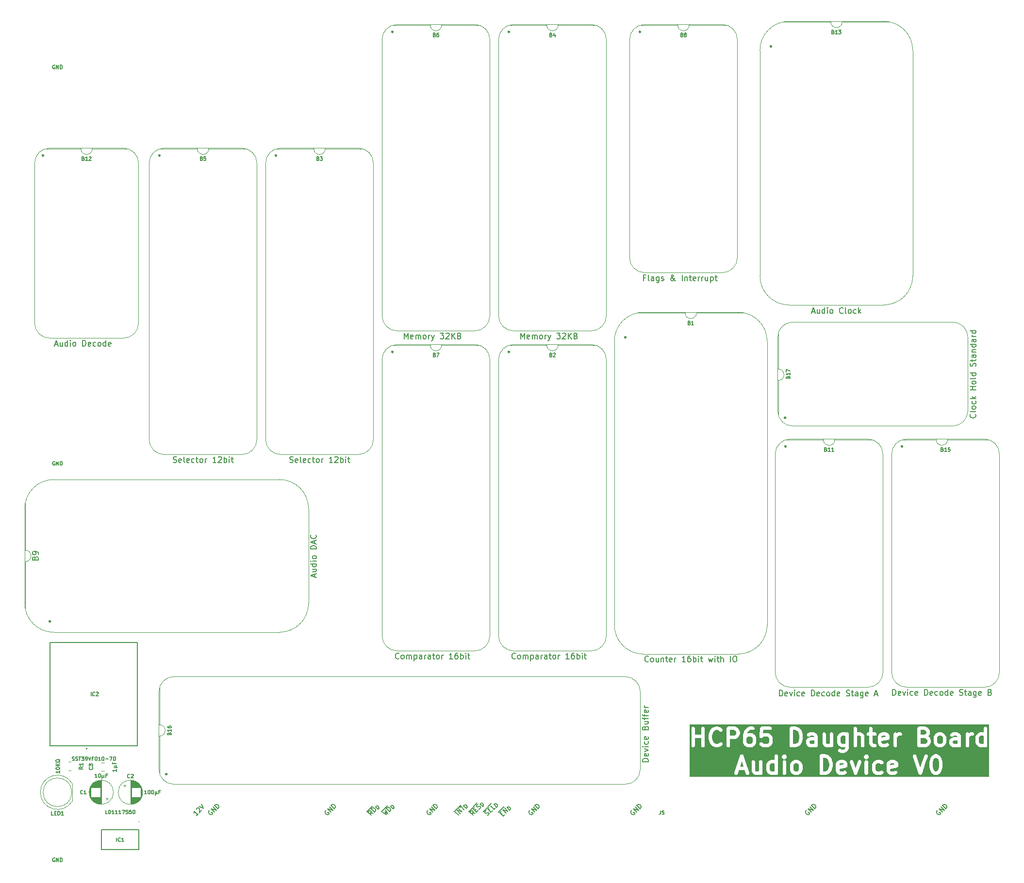
<source format=gto>
%TF.GenerationSoftware,KiCad,Pcbnew,8.0.7*%
%TF.CreationDate,2025-02-05T16:10:25+02:00*%
%TF.ProjectId,Audio Board,41756469-6f20-4426-9f61-72642e6b6963,V0*%
%TF.SameCoordinates,Original*%
%TF.FileFunction,Legend,Top*%
%TF.FilePolarity,Positive*%
%FSLAX46Y46*%
G04 Gerber Fmt 4.6, Leading zero omitted, Abs format (unit mm)*
G04 Created by KiCad (PCBNEW 8.0.7) date 2025-02-05 16:10:25*
%MOMM*%
%LPD*%
G01*
G04 APERTURE LIST*
%ADD10C,0.200000*%
%ADD11C,0.600000*%
%ADD12C,0.150000*%
%ADD13C,0.100000*%
%ADD14C,0.120000*%
%ADD15C,0.239605*%
%ADD16C,0.187000*%
G04 APERTURE END LIST*
D10*
X32551583Y6023120D02*
X33251955Y5592121D01*
X33251955Y5592121D02*
X32955644Y6103932D01*
X32955644Y6103932D02*
X33467455Y5807621D01*
X33467455Y5807621D02*
X33036456Y6507993D01*
X33817641Y6157807D02*
X33251956Y6723492D01*
X33251956Y6723492D02*
X33386643Y6858179D01*
X33386643Y6858179D02*
X33494392Y6912054D01*
X33494392Y6912054D02*
X33602142Y6912054D01*
X33602142Y6912054D02*
X33682954Y6885117D01*
X33682954Y6885117D02*
X33817641Y6804305D01*
X33817641Y6804305D02*
X33898453Y6723492D01*
X33898453Y6723492D02*
X33979265Y6588805D01*
X33979265Y6588805D02*
X34006203Y6507993D01*
X34006203Y6507993D02*
X34006203Y6400244D01*
X34006203Y6400244D02*
X33952328Y6292494D01*
X33952328Y6292494D02*
X33817641Y6157807D01*
X32370294Y6155921D02*
X33469340Y7254967D01*
X34418884Y6634060D02*
X33966335Y7086609D01*
X33966335Y7086609D02*
X34074085Y7194358D01*
X34074085Y7194358D02*
X34160285Y7237458D01*
X34160285Y7237458D02*
X34246484Y7237458D01*
X34246484Y7237458D02*
X34311134Y7215908D01*
X34311134Y7215908D02*
X34418884Y7151258D01*
X34418884Y7151258D02*
X34483534Y7086609D01*
X34483534Y7086609D02*
X34548183Y6978859D01*
X34548183Y6978859D02*
X34569733Y6914209D01*
X34569733Y6914209D02*
X34569733Y6828010D01*
X34569733Y6828010D02*
X34526633Y6741810D01*
X34526633Y6741810D02*
X34418884Y6634060D01*
X129448707Y6346369D02*
X129367894Y6319431D01*
X129367894Y6319431D02*
X129287082Y6238619D01*
X129287082Y6238619D02*
X129233207Y6130869D01*
X129233207Y6130869D02*
X129233207Y6023120D01*
X129233207Y6023120D02*
X129260145Y5942308D01*
X129260145Y5942308D02*
X129340957Y5807621D01*
X129340957Y5807621D02*
X129421769Y5726808D01*
X129421769Y5726808D02*
X129556456Y5645996D01*
X129556456Y5645996D02*
X129637268Y5619059D01*
X129637268Y5619059D02*
X129745018Y5619059D01*
X129745018Y5619059D02*
X129852768Y5672934D01*
X129852768Y5672934D02*
X129906642Y5726808D01*
X129906642Y5726808D02*
X129960517Y5834558D01*
X129960517Y5834558D02*
X129960517Y5888433D01*
X129960517Y5888433D02*
X129771955Y6076995D01*
X129771955Y6076995D02*
X129664206Y5969245D01*
X130256829Y6076995D02*
X129691143Y6642680D01*
X129691143Y6642680D02*
X130580077Y6400243D01*
X130580077Y6400243D02*
X130014392Y6965929D01*
X130849451Y6669617D02*
X130283766Y7235303D01*
X130283766Y7235303D02*
X130418453Y7369990D01*
X130418453Y7369990D02*
X130526202Y7423865D01*
X130526202Y7423865D02*
X130633952Y7423865D01*
X130633952Y7423865D02*
X130714764Y7396927D01*
X130714764Y7396927D02*
X130849451Y7316115D01*
X130849451Y7316115D02*
X130930263Y7235303D01*
X130930263Y7235303D02*
X131011076Y7100616D01*
X131011076Y7100616D02*
X131038013Y7019804D01*
X131038013Y7019804D02*
X131038013Y6912054D01*
X131038013Y6912054D02*
X130984138Y6804304D01*
X130984138Y6804304D02*
X130849451Y6669617D01*
X30954392Y5834558D02*
X30496456Y5915370D01*
X30631143Y5511309D02*
X30065458Y6076995D01*
X30065458Y6076995D02*
X30280957Y6292494D01*
X30280957Y6292494D02*
X30361769Y6319431D01*
X30361769Y6319431D02*
X30415644Y6319431D01*
X30415644Y6319431D02*
X30496456Y6292494D01*
X30496456Y6292494D02*
X30577268Y6211682D01*
X30577268Y6211682D02*
X30604206Y6130869D01*
X30604206Y6130869D02*
X30604206Y6076995D01*
X30604206Y6076995D02*
X30577268Y5996182D01*
X30577268Y5996182D02*
X30361769Y5780683D01*
X31196829Y6076995D02*
X30631143Y6642680D01*
X30631143Y6642680D02*
X30765830Y6777367D01*
X30765830Y6777367D02*
X30873580Y6831242D01*
X30873580Y6831242D02*
X30981329Y6831242D01*
X30981329Y6831242D02*
X31062142Y6804304D01*
X31062142Y6804304D02*
X31196829Y6723492D01*
X31196829Y6723492D02*
X31277641Y6642680D01*
X31277641Y6642680D02*
X31358453Y6507993D01*
X31358453Y6507993D02*
X31385390Y6427181D01*
X31385390Y6427181D02*
X31385390Y6319431D01*
X31385390Y6319431D02*
X31331516Y6211682D01*
X31331516Y6211682D02*
X31196829Y6076995D01*
X29830294Y6155921D02*
X30848528Y7174155D01*
X31798071Y6553248D02*
X31345523Y7005796D01*
X31345523Y7005796D02*
X31453273Y7113546D01*
X31453273Y7113546D02*
X31539472Y7156646D01*
X31539472Y7156646D02*
X31625672Y7156646D01*
X31625672Y7156646D02*
X31690322Y7135096D01*
X31690322Y7135096D02*
X31798071Y7070446D01*
X31798071Y7070446D02*
X31862721Y7005796D01*
X31862721Y7005796D02*
X31927371Y6898047D01*
X31927371Y6898047D02*
X31948921Y6833397D01*
X31948921Y6833397D02*
X31948921Y6747197D01*
X31948921Y6747197D02*
X31905821Y6660998D01*
X31905821Y6660998D02*
X31798071Y6553248D01*
X447455Y5807621D02*
X124206Y5484372D01*
X285830Y5645996D02*
X-279854Y6211682D01*
X-279854Y6211682D02*
X-252917Y6076995D01*
X-252917Y6076995D02*
X-252917Y5969245D01*
X-252917Y5969245D02*
X-279854Y5888433D01*
X151143Y6534931D02*
X151143Y6588805D01*
X151143Y6588805D02*
X178081Y6669618D01*
X178081Y6669618D02*
X312768Y6804305D01*
X312768Y6804305D02*
X393580Y6831242D01*
X393580Y6831242D02*
X447455Y6831242D01*
X447455Y6831242D02*
X528267Y6804305D01*
X528267Y6804305D02*
X582142Y6750430D01*
X582142Y6750430D02*
X636017Y6642680D01*
X636017Y6642680D02*
X636017Y5996183D01*
X636017Y5996183D02*
X986203Y6346369D01*
X582142Y7073679D02*
X1336389Y6696555D01*
X1336389Y6696555D02*
X959266Y7450802D01*
X40548707Y6346369D02*
X40467894Y6319431D01*
X40467894Y6319431D02*
X40387082Y6238619D01*
X40387082Y6238619D02*
X40333207Y6130869D01*
X40333207Y6130869D02*
X40333207Y6023120D01*
X40333207Y6023120D02*
X40360145Y5942308D01*
X40360145Y5942308D02*
X40440957Y5807621D01*
X40440957Y5807621D02*
X40521769Y5726808D01*
X40521769Y5726808D02*
X40656456Y5645996D01*
X40656456Y5645996D02*
X40737268Y5619059D01*
X40737268Y5619059D02*
X40845018Y5619059D01*
X40845018Y5619059D02*
X40952768Y5672934D01*
X40952768Y5672934D02*
X41006642Y5726808D01*
X41006642Y5726808D02*
X41060517Y5834558D01*
X41060517Y5834558D02*
X41060517Y5888433D01*
X41060517Y5888433D02*
X40871955Y6076995D01*
X40871955Y6076995D02*
X40764206Y5969245D01*
X41356829Y6076995D02*
X40791143Y6642680D01*
X40791143Y6642680D02*
X41680077Y6400243D01*
X41680077Y6400243D02*
X41114392Y6965929D01*
X41949451Y6669617D02*
X41383766Y7235303D01*
X41383766Y7235303D02*
X41518453Y7369990D01*
X41518453Y7369990D02*
X41626202Y7423865D01*
X41626202Y7423865D02*
X41733952Y7423865D01*
X41733952Y7423865D02*
X41814764Y7396927D01*
X41814764Y7396927D02*
X41949451Y7316115D01*
X41949451Y7316115D02*
X42030263Y7235303D01*
X42030263Y7235303D02*
X42111076Y7100616D01*
X42111076Y7100616D02*
X42138013Y7019804D01*
X42138013Y7019804D02*
X42138013Y6912054D01*
X42138013Y6912054D02*
X42084138Y6804304D01*
X42084138Y6804304D02*
X41949451Y6669617D01*
X76108707Y6346369D02*
X76027894Y6319431D01*
X76027894Y6319431D02*
X75947082Y6238619D01*
X75947082Y6238619D02*
X75893207Y6130869D01*
X75893207Y6130869D02*
X75893207Y6023120D01*
X75893207Y6023120D02*
X75920145Y5942308D01*
X75920145Y5942308D02*
X76000957Y5807621D01*
X76000957Y5807621D02*
X76081769Y5726808D01*
X76081769Y5726808D02*
X76216456Y5645996D01*
X76216456Y5645996D02*
X76297268Y5619059D01*
X76297268Y5619059D02*
X76405018Y5619059D01*
X76405018Y5619059D02*
X76512768Y5672934D01*
X76512768Y5672934D02*
X76566642Y5726808D01*
X76566642Y5726808D02*
X76620517Y5834558D01*
X76620517Y5834558D02*
X76620517Y5888433D01*
X76620517Y5888433D02*
X76431955Y6076995D01*
X76431955Y6076995D02*
X76324206Y5969245D01*
X76916829Y6076995D02*
X76351143Y6642680D01*
X76351143Y6642680D02*
X77240077Y6400243D01*
X77240077Y6400243D02*
X76674392Y6965929D01*
X77509451Y6669617D02*
X76943766Y7235303D01*
X76943766Y7235303D02*
X77078453Y7369990D01*
X77078453Y7369990D02*
X77186202Y7423865D01*
X77186202Y7423865D02*
X77293952Y7423865D01*
X77293952Y7423865D02*
X77374764Y7396927D01*
X77374764Y7396927D02*
X77509451Y7316115D01*
X77509451Y7316115D02*
X77590263Y7235303D01*
X77590263Y7235303D02*
X77671076Y7100616D01*
X77671076Y7100616D02*
X77698013Y7019804D01*
X77698013Y7019804D02*
X77698013Y6912054D01*
X77698013Y6912054D02*
X77644138Y6804304D01*
X77644138Y6804304D02*
X77509451Y6669617D01*
X48734392Y5834558D02*
X48276456Y5915370D01*
X48411143Y5511309D02*
X47845458Y6076995D01*
X47845458Y6076995D02*
X48060957Y6292494D01*
X48060957Y6292494D02*
X48141769Y6319431D01*
X48141769Y6319431D02*
X48195644Y6319431D01*
X48195644Y6319431D02*
X48276456Y6292494D01*
X48276456Y6292494D02*
X48357268Y6211682D01*
X48357268Y6211682D02*
X48384206Y6130869D01*
X48384206Y6130869D02*
X48384206Y6076995D01*
X48384206Y6076995D02*
X48357268Y5996182D01*
X48357268Y5996182D02*
X48141769Y5780683D01*
X48680517Y6373306D02*
X48869079Y6561868D01*
X49246203Y6346369D02*
X48976829Y6076995D01*
X48976829Y6076995D02*
X48411143Y6642680D01*
X48411143Y6642680D02*
X48680517Y6912054D01*
X49434765Y6588806D02*
X49542514Y6642680D01*
X49542514Y6642680D02*
X49677201Y6777367D01*
X49677201Y6777367D02*
X49704139Y6858180D01*
X49704139Y6858180D02*
X49704139Y6912054D01*
X49704139Y6912054D02*
X49677201Y6992867D01*
X49677201Y6992867D02*
X49623327Y7046741D01*
X49623327Y7046741D02*
X49542514Y7073679D01*
X49542514Y7073679D02*
X49488640Y7073679D01*
X49488640Y7073679D02*
X49407827Y7046741D01*
X49407827Y7046741D02*
X49273140Y6965929D01*
X49273140Y6965929D02*
X49192328Y6938992D01*
X49192328Y6938992D02*
X49138453Y6938992D01*
X49138453Y6938992D02*
X49057641Y6965929D01*
X49057641Y6965929D02*
X49003766Y7019804D01*
X49003766Y7019804D02*
X48976829Y7100616D01*
X48976829Y7100616D02*
X48976829Y7154491D01*
X48976829Y7154491D02*
X49003766Y7235303D01*
X49003766Y7235303D02*
X49138453Y7369990D01*
X49138453Y7369990D02*
X49246203Y7423865D01*
X47610294Y6155921D02*
X49113402Y7659029D01*
X50062945Y7038122D02*
X49610397Y7490670D01*
X49610397Y7490670D02*
X49718146Y7598420D01*
X49718146Y7598420D02*
X49804346Y7641519D01*
X49804346Y7641519D02*
X49890546Y7641519D01*
X49890546Y7641519D02*
X49955196Y7619970D01*
X49955196Y7619970D02*
X50062945Y7555320D01*
X50062945Y7555320D02*
X50127595Y7490670D01*
X50127595Y7490670D02*
X50192245Y7382920D01*
X50192245Y7382920D02*
X50213795Y7318271D01*
X50213795Y7318271D02*
X50213795Y7232071D01*
X50213795Y7232071D02*
X50170695Y7145871D01*
X50170695Y7145871D02*
X50062945Y7038122D01*
X50897268Y5511309D02*
X51005018Y5565184D01*
X51005018Y5565184D02*
X51139705Y5699871D01*
X51139705Y5699871D02*
X51166642Y5780683D01*
X51166642Y5780683D02*
X51166642Y5834558D01*
X51166642Y5834558D02*
X51139705Y5915370D01*
X51139705Y5915370D02*
X51085830Y5969245D01*
X51085830Y5969245D02*
X51005018Y5996182D01*
X51005018Y5996182D02*
X50951143Y5996182D01*
X50951143Y5996182D02*
X50870331Y5969245D01*
X50870331Y5969245D02*
X50735644Y5888433D01*
X50735644Y5888433D02*
X50654832Y5861495D01*
X50654832Y5861495D02*
X50600957Y5861495D01*
X50600957Y5861495D02*
X50520145Y5888433D01*
X50520145Y5888433D02*
X50466270Y5942308D01*
X50466270Y5942308D02*
X50439333Y6023120D01*
X50439333Y6023120D02*
X50439333Y6076995D01*
X50439333Y6076995D02*
X50466270Y6157807D01*
X50466270Y6157807D02*
X50600957Y6292494D01*
X50600957Y6292494D02*
X50708707Y6346369D01*
X51193580Y6346369D02*
X51382142Y6534931D01*
X51759265Y6319431D02*
X51489891Y6050057D01*
X51489891Y6050057D02*
X50924206Y6615743D01*
X50924206Y6615743D02*
X51193580Y6885117D01*
X52271076Y6831242D02*
X52001702Y6561868D01*
X52001702Y6561868D02*
X51436017Y7127554D01*
X50150294Y6155921D02*
X51545652Y7551279D01*
X52495195Y6930372D02*
X52042647Y7382920D01*
X52042647Y7382920D02*
X52150397Y7490670D01*
X52150397Y7490670D02*
X52236596Y7533770D01*
X52236596Y7533770D02*
X52322796Y7533770D01*
X52322796Y7533770D02*
X52387446Y7512220D01*
X52387446Y7512220D02*
X52495195Y7447570D01*
X52495195Y7447570D02*
X52559845Y7382920D01*
X52559845Y7382920D02*
X52624495Y7275171D01*
X52624495Y7275171D02*
X52646045Y7210521D01*
X52646045Y7210521D02*
X52646045Y7124321D01*
X52646045Y7124321D02*
X52602945Y7038122D01*
X52602945Y7038122D02*
X52495195Y6930372D01*
X58328707Y6346369D02*
X58247894Y6319431D01*
X58247894Y6319431D02*
X58167082Y6238619D01*
X58167082Y6238619D02*
X58113207Y6130869D01*
X58113207Y6130869D02*
X58113207Y6023120D01*
X58113207Y6023120D02*
X58140145Y5942308D01*
X58140145Y5942308D02*
X58220957Y5807621D01*
X58220957Y5807621D02*
X58301769Y5726808D01*
X58301769Y5726808D02*
X58436456Y5645996D01*
X58436456Y5645996D02*
X58517268Y5619059D01*
X58517268Y5619059D02*
X58625018Y5619059D01*
X58625018Y5619059D02*
X58732768Y5672934D01*
X58732768Y5672934D02*
X58786642Y5726808D01*
X58786642Y5726808D02*
X58840517Y5834558D01*
X58840517Y5834558D02*
X58840517Y5888433D01*
X58840517Y5888433D02*
X58651955Y6076995D01*
X58651955Y6076995D02*
X58544206Y5969245D01*
X59136829Y6076995D02*
X58571143Y6642680D01*
X58571143Y6642680D02*
X59460077Y6400243D01*
X59460077Y6400243D02*
X58894392Y6965929D01*
X59729451Y6669617D02*
X59163766Y7235303D01*
X59163766Y7235303D02*
X59298453Y7369990D01*
X59298453Y7369990D02*
X59406202Y7423865D01*
X59406202Y7423865D02*
X59513952Y7423865D01*
X59513952Y7423865D02*
X59594764Y7396927D01*
X59594764Y7396927D02*
X59729451Y7316115D01*
X59729451Y7316115D02*
X59810263Y7235303D01*
X59810263Y7235303D02*
X59891076Y7100616D01*
X59891076Y7100616D02*
X59918013Y7019804D01*
X59918013Y7019804D02*
X59918013Y6912054D01*
X59918013Y6912054D02*
X59864138Y6804304D01*
X59864138Y6804304D02*
X59729451Y6669617D01*
X53321832Y5680621D02*
X53510394Y5869182D01*
X53887517Y5653683D02*
X53618143Y5384309D01*
X53618143Y5384309D02*
X53052458Y5949995D01*
X53052458Y5949995D02*
X53321832Y6219369D01*
X54129954Y5896120D02*
X53564269Y6461806D01*
X53564269Y6461806D02*
X54453203Y6219369D01*
X54453203Y6219369D02*
X53887518Y6785054D01*
X52817294Y6028921D02*
X53808591Y7020218D01*
X54758134Y6399311D02*
X54305586Y6851859D01*
X54305586Y6851859D02*
X54413335Y6959609D01*
X54413335Y6959609D02*
X54499535Y7002708D01*
X54499535Y7002708D02*
X54585735Y7002708D01*
X54585735Y7002708D02*
X54650385Y6981159D01*
X54650385Y6981159D02*
X54758134Y6916509D01*
X54758134Y6916509D02*
X54822784Y6851859D01*
X54822784Y6851859D02*
X54887434Y6744109D01*
X54887434Y6744109D02*
X54908984Y6679460D01*
X54908984Y6679460D02*
X54908984Y6593260D01*
X54908984Y6593260D02*
X54865884Y6507060D01*
X54865884Y6507060D02*
X54758134Y6399311D01*
D11*
G36*
X100968000Y14537158D02*
G01*
X100968000Y13193693D01*
X100911465Y13165426D01*
X100481677Y13165426D01*
X100302850Y13254840D01*
X100228841Y13328849D01*
X100139428Y13507675D01*
X100139428Y14223178D01*
X100228841Y14402004D01*
X100302850Y14476013D01*
X100481677Y14565426D01*
X100911465Y14565426D01*
X100968000Y14537158D01*
G37*
G36*
X105090291Y14476013D02*
G01*
X105164301Y14402003D01*
X105253714Y14223178D01*
X105253714Y13507675D01*
X105164301Y13328849D01*
X105090292Y13254840D01*
X104911464Y13165426D01*
X104624534Y13165426D01*
X104445707Y13254840D01*
X104371698Y13328849D01*
X104282285Y13507675D01*
X104282285Y14223178D01*
X104371698Y14402004D01*
X104445707Y14476013D01*
X104624534Y14565426D01*
X104911465Y14565426D01*
X105090291Y14476013D01*
G37*
G36*
X110105945Y15460358D02*
G01*
X110307158Y15259146D01*
X110413514Y15046434D01*
X110539428Y14542780D01*
X110539428Y14188073D01*
X110413514Y13684419D01*
X110307158Y13471706D01*
X110105945Y13270493D01*
X109790744Y13165426D01*
X109425142Y13165426D01*
X109425142Y15565426D01*
X109790745Y15565426D01*
X110105945Y15460358D01*
G37*
G36*
X113044392Y14498962D02*
G01*
X113096744Y14394259D01*
X112282285Y14231367D01*
X112282285Y14366035D01*
X112348748Y14498962D01*
X112481677Y14565426D01*
X112911465Y14565426D01*
X113044392Y14498962D01*
G37*
G36*
X121901535Y14498962D02*
G01*
X121953887Y14394259D01*
X121139428Y14231367D01*
X121139428Y14366035D01*
X121205891Y14498962D01*
X121338820Y14565426D01*
X121768608Y14565426D01*
X121901535Y14498962D01*
G37*
G36*
X129376006Y15476012D02*
G01*
X129450016Y15402003D01*
X129556372Y15189291D01*
X129682286Y14685637D01*
X129682286Y14045216D01*
X129556372Y13541562D01*
X129450016Y13328849D01*
X129376007Y13254840D01*
X129197179Y13165426D01*
X129053107Y13165426D01*
X128874278Y13254840D01*
X128800269Y13328849D01*
X128693913Y13541561D01*
X128568000Y14045216D01*
X128568000Y14685636D01*
X128693913Y15189291D01*
X128800269Y15402003D01*
X128874279Y15476012D01*
X129053106Y15565426D01*
X129197180Y15565426D01*
X129376006Y15476012D01*
G37*
G36*
X95566057Y14022569D02*
G01*
X94969941Y14022569D01*
X95267998Y14916742D01*
X95566057Y14022569D01*
G37*
G36*
X113325142Y19366990D02*
G01*
X113325142Y18023525D01*
X113268607Y17995258D01*
X112838819Y17995258D01*
X112659992Y18084672D01*
X112585983Y18158681D01*
X112496570Y18337507D01*
X112496570Y19053010D01*
X112585983Y19231836D01*
X112659992Y19305845D01*
X112838819Y19395258D01*
X113268607Y19395258D01*
X113325142Y19366990D01*
G37*
G36*
X97018862Y19162988D02*
G01*
X97092871Y19088979D01*
X97182284Y18910153D01*
X97182284Y18337507D01*
X97092871Y18158681D01*
X97018862Y18084672D01*
X96840035Y17995258D01*
X96410247Y17995258D01*
X96231420Y18084672D01*
X96157411Y18158681D01*
X96067998Y18337507D01*
X96067998Y18910153D01*
X96157411Y19088979D01*
X96231420Y19162988D01*
X96410247Y19252401D01*
X96840035Y19252401D01*
X97018862Y19162988D01*
G37*
G36*
X104891658Y20290190D02*
G01*
X105092871Y20088978D01*
X105199227Y19876266D01*
X105325141Y19372612D01*
X105325141Y19017905D01*
X105199227Y18514251D01*
X105092871Y18301538D01*
X104891658Y18100325D01*
X104576457Y17995258D01*
X104210855Y17995258D01*
X104210855Y20395258D01*
X104576458Y20395258D01*
X104891658Y20290190D01*
G37*
G36*
X107896570Y18023525D02*
G01*
X107840035Y17995258D01*
X107267390Y17995258D01*
X107134461Y18061722D01*
X107067998Y18194650D01*
X107067998Y18338724D01*
X107134461Y18471651D01*
X107267390Y18538116D01*
X107896570Y18538116D01*
X107896570Y18023525D01*
G37*
G36*
X120401535Y19328794D02*
G01*
X120453887Y19224091D01*
X119639428Y19061199D01*
X119639428Y19195867D01*
X119705891Y19328794D01*
X119838820Y19395258D01*
X120268608Y19395258D01*
X120401535Y19328794D01*
G37*
G36*
X127463089Y18861620D02*
G01*
X127521443Y18803265D01*
X127610857Y18624438D01*
X127610857Y18337507D01*
X127521444Y18158681D01*
X127447435Y18084672D01*
X127268608Y17995258D01*
X126496571Y17995258D01*
X126496571Y18966687D01*
X127147888Y18966687D01*
X127463089Y18861620D01*
G37*
G36*
X127304578Y20305844D02*
G01*
X127378587Y20231836D01*
X127468000Y20053010D01*
X127468000Y19908935D01*
X127378586Y19730108D01*
X127304578Y19656100D01*
X127125751Y19566687D01*
X126496571Y19566687D01*
X126496571Y20395258D01*
X127125751Y20395258D01*
X127304578Y20305844D01*
G37*
G36*
X130161720Y19305845D02*
G01*
X130235730Y19231835D01*
X130325143Y19053010D01*
X130325143Y18337507D01*
X130235730Y18158681D01*
X130161721Y18084672D01*
X129982893Y17995258D01*
X129695963Y17995258D01*
X129517136Y18084672D01*
X129443127Y18158681D01*
X129353714Y18337507D01*
X129353714Y19053010D01*
X129443127Y19231836D01*
X129517136Y19305845D01*
X129695963Y19395258D01*
X129982894Y19395258D01*
X130161720Y19305845D01*
G37*
G36*
X132896572Y18023525D02*
G01*
X132840037Y17995258D01*
X132267392Y17995258D01*
X132134463Y18061722D01*
X132068000Y18194650D01*
X132068000Y18338724D01*
X132134463Y18471651D01*
X132267392Y18538116D01*
X132896572Y18538116D01*
X132896572Y18023525D01*
G37*
G36*
X137468001Y19366990D02*
G01*
X137468001Y18023525D01*
X137411466Y17995258D01*
X136981678Y17995258D01*
X136802851Y18084672D01*
X136728842Y18158681D01*
X136639429Y18337507D01*
X136639429Y19053010D01*
X136728842Y19231836D01*
X136802851Y19305845D01*
X136981678Y19395258D01*
X137411466Y19395258D01*
X137468001Y19366990D01*
G37*
G36*
X94161719Y20305844D02*
G01*
X94235728Y20231836D01*
X94325141Y20053010D01*
X94325141Y19766078D01*
X94235728Y19587252D01*
X94161719Y19513243D01*
X93982892Y19423830D01*
X93210855Y19423830D01*
X93210855Y20395258D01*
X93982892Y20395258D01*
X94161719Y20305844D01*
G37*
G36*
X138401334Y12232093D02*
G01*
X86134665Y12232093D01*
X86134665Y12844159D01*
X93968754Y12844159D01*
X93984455Y12767434D01*
X94019479Y12697386D01*
X94071438Y12638790D01*
X94136794Y12595639D01*
X94211091Y12570873D01*
X94289266Y12566181D01*
X94365991Y12581882D01*
X94436039Y12616906D01*
X94494635Y12668865D01*
X94537786Y12734221D01*
X94552604Y12770558D01*
X94769941Y13422569D01*
X95766057Y13422569D01*
X95983394Y12770557D01*
X95998212Y12734221D01*
X96041363Y12668865D01*
X96099959Y12616905D01*
X96170007Y12581881D01*
X96246732Y12566180D01*
X96324907Y12570873D01*
X96399204Y12595639D01*
X96464560Y12638789D01*
X96516519Y12697385D01*
X96551543Y12767434D01*
X96567244Y12844159D01*
X96562552Y12922334D01*
X96552604Y12960294D01*
X95917560Y14865426D01*
X96967999Y14865426D01*
X96967999Y13293998D01*
X96969059Y13277820D01*
X96968754Y13272731D01*
X96969694Y13268135D01*
X96970566Y13254840D01*
X96978393Y13225627D01*
X96984455Y13196006D01*
X96989619Y13183727D01*
X96990835Y13179193D01*
X96993386Y13174773D01*
X96999671Y13159834D01*
X97142528Y12874120D01*
X97162336Y12840244D01*
X97174291Y12826761D01*
X97184220Y12811724D01*
X97200157Y12797591D01*
X97214295Y12781648D01*
X97229336Y12771716D01*
X97242816Y12759764D01*
X97276692Y12739956D01*
X97562406Y12597098D01*
X97577349Y12590811D01*
X97581766Y12588262D01*
X97586297Y12587047D01*
X97598578Y12581882D01*
X97628202Y12575819D01*
X97657413Y12567993D01*
X97670708Y12567121D01*
X97675304Y12566181D01*
X97680393Y12566486D01*
X97696571Y12565426D01*
X98125142Y12565426D01*
X98141319Y12566486D01*
X98146410Y12566181D01*
X98151005Y12567121D01*
X98164300Y12567993D01*
X98193509Y12575819D01*
X98223135Y12581882D01*
X98235415Y12587047D01*
X98239947Y12588262D01*
X98244363Y12590811D01*
X98259307Y12597098D01*
X98354040Y12644465D01*
X98371086Y12627420D01*
X98438909Y12588262D01*
X98514556Y12567993D01*
X98592872Y12567993D01*
X98668519Y12588262D01*
X98736342Y12627420D01*
X98791720Y12682798D01*
X98830878Y12750621D01*
X98851147Y12826268D01*
X98853714Y12865426D01*
X98853714Y14293998D01*
X99539428Y14293998D01*
X99539428Y13436855D01*
X99540488Y13420677D01*
X99540183Y13415588D01*
X99541123Y13410992D01*
X99541995Y13397697D01*
X99549822Y13368484D01*
X99555884Y13338863D01*
X99561048Y13326584D01*
X99562264Y13322050D01*
X99564815Y13317630D01*
X99571100Y13302691D01*
X99713957Y13016977D01*
X99733765Y12983101D01*
X99739759Y12976340D01*
X99744279Y12968513D01*
X99770153Y12939009D01*
X99913010Y12796152D01*
X99942514Y12770278D01*
X99950341Y12765758D01*
X99957102Y12759764D01*
X99990978Y12739956D01*
X100276692Y12597098D01*
X100291635Y12590811D01*
X100296052Y12588262D01*
X100300583Y12587047D01*
X100312864Y12581882D01*
X100342488Y12575819D01*
X100371699Y12567993D01*
X100384994Y12567121D01*
X100389590Y12566181D01*
X100394679Y12566486D01*
X100410857Y12565426D01*
X100982285Y12565426D01*
X100998462Y12566486D01*
X101003552Y12566181D01*
X101008147Y12567121D01*
X101021443Y12567993D01*
X101050655Y12575820D01*
X101080277Y12581882D01*
X101092555Y12587046D01*
X101097090Y12588262D01*
X101101509Y12590813D01*
X101116449Y12597098D01*
X101127939Y12602843D01*
X101153195Y12588262D01*
X101228842Y12567993D01*
X101307158Y12567993D01*
X101382805Y12588262D01*
X101450628Y12627420D01*
X101506006Y12682798D01*
X101545164Y12750621D01*
X101565433Y12826268D01*
X101568000Y12865426D01*
X101568000Y14865426D01*
X102396571Y14865426D01*
X102396571Y12865426D01*
X102399138Y12826268D01*
X102419407Y12750621D01*
X102458565Y12682798D01*
X102513943Y12627420D01*
X102581766Y12588262D01*
X102657413Y12567993D01*
X102735729Y12567993D01*
X102811376Y12588262D01*
X102879199Y12627420D01*
X102934577Y12682798D01*
X102973735Y12750621D01*
X102994004Y12826268D01*
X102996571Y12865426D01*
X102996571Y14293998D01*
X103682285Y14293998D01*
X103682285Y13436855D01*
X103683345Y13420677D01*
X103683040Y13415588D01*
X103683980Y13410992D01*
X103684852Y13397697D01*
X103692679Y13368484D01*
X103698741Y13338863D01*
X103703905Y13326584D01*
X103705121Y13322050D01*
X103707672Y13317630D01*
X103713957Y13302691D01*
X103856814Y13016977D01*
X103876622Y12983101D01*
X103882616Y12976340D01*
X103887136Y12968513D01*
X103913010Y12939009D01*
X104055867Y12796152D01*
X104085371Y12770278D01*
X104093198Y12765758D01*
X104099959Y12759764D01*
X104133835Y12739956D01*
X104419549Y12597098D01*
X104434492Y12590811D01*
X104438909Y12588262D01*
X104443440Y12587047D01*
X104455721Y12581882D01*
X104485345Y12575819D01*
X104514556Y12567993D01*
X104527851Y12567121D01*
X104532447Y12566181D01*
X104537536Y12566486D01*
X104553714Y12565426D01*
X104982285Y12565426D01*
X104998462Y12566486D01*
X105003553Y12566181D01*
X105008148Y12567121D01*
X105021443Y12567993D01*
X105050652Y12575819D01*
X105080278Y12581882D01*
X105092558Y12587047D01*
X105097090Y12588262D01*
X105101506Y12590811D01*
X105116450Y12597098D01*
X105402163Y12739956D01*
X105436039Y12759764D01*
X105442800Y12765760D01*
X105450626Y12770278D01*
X105480130Y12796151D01*
X105622988Y12939008D01*
X105648862Y12968512D01*
X105653381Y12976339D01*
X105659377Y12983101D01*
X105679185Y13016977D01*
X105822042Y13302691D01*
X105828326Y13317630D01*
X105830878Y13322050D01*
X105832093Y13326584D01*
X105837258Y13338863D01*
X105843319Y13368484D01*
X105851147Y13397697D01*
X105852018Y13410992D01*
X105852959Y13415588D01*
X105852653Y13420677D01*
X105853714Y13436855D01*
X105853714Y14293998D01*
X105852653Y14310175D01*
X105852959Y14315265D01*
X105852018Y14319860D01*
X105851147Y14333156D01*
X105843319Y14362368D01*
X105837258Y14391990D01*
X105832093Y14404268D01*
X105830878Y14408803D01*
X105828326Y14413222D01*
X105822042Y14428162D01*
X105679185Y14713876D01*
X105659377Y14747752D01*
X105653381Y14754513D01*
X105648862Y14762341D01*
X105622988Y14791845D01*
X105480130Y14934702D01*
X105450626Y14960575D01*
X105442801Y14965092D01*
X105436039Y14971089D01*
X105402163Y14990897D01*
X105116449Y15133754D01*
X105101509Y15140038D01*
X105097090Y15142590D01*
X105092555Y15143805D01*
X105080277Y15148970D01*
X105050655Y15155031D01*
X105021443Y15162859D01*
X105008147Y15163730D01*
X105003552Y15164671D01*
X104998462Y15164365D01*
X104982285Y15165426D01*
X104553714Y15165426D01*
X104537537Y15164365D01*
X104532448Y15164671D01*
X104527852Y15163730D01*
X104514556Y15162859D01*
X104485342Y15155031D01*
X104455722Y15148970D01*
X104443443Y15143805D01*
X104438909Y15142590D01*
X104434489Y15140038D01*
X104419550Y15133754D01*
X104133835Y14990897D01*
X104099959Y14971089D01*
X104093198Y14965094D01*
X104085371Y14960575D01*
X104055867Y14934701D01*
X103913010Y14791844D01*
X103887136Y14762340D01*
X103882616Y14754512D01*
X103876622Y14747752D01*
X103856814Y14713876D01*
X103713957Y14428162D01*
X103707672Y14413222D01*
X103705121Y14408803D01*
X103703905Y14404268D01*
X103698741Y14391990D01*
X103692679Y14362368D01*
X103684852Y14333156D01*
X103683980Y14319860D01*
X103683040Y14315265D01*
X103683345Y14310175D01*
X103682285Y14293998D01*
X102996571Y14293998D01*
X102996571Y14865426D01*
X102994004Y14904584D01*
X102973735Y14980231D01*
X102934577Y15048054D01*
X102879199Y15103432D01*
X102811376Y15142590D01*
X102735729Y15162859D01*
X102657413Y15162859D01*
X102581766Y15142590D01*
X102513943Y15103432D01*
X102458565Y15048054D01*
X102419407Y14980231D01*
X102399138Y14904584D01*
X102396571Y14865426D01*
X101568000Y14865426D01*
X101568000Y15761727D01*
X102256281Y15761727D01*
X102256281Y15683411D01*
X102276550Y15607764D01*
X102315708Y15539941D01*
X102341582Y15510437D01*
X102484439Y15367580D01*
X102513942Y15341707D01*
X102513943Y15341706D01*
X102581766Y15302548D01*
X102657413Y15282279D01*
X102735729Y15282279D01*
X102811376Y15302548D01*
X102879199Y15341706D01*
X102879200Y15341707D01*
X102908703Y15367580D01*
X103051560Y15510437D01*
X103077434Y15539941D01*
X103116592Y15607764D01*
X103136861Y15683411D01*
X103136861Y15761727D01*
X103116592Y15837374D01*
X103100396Y15865426D01*
X108825142Y15865426D01*
X108825142Y12865426D01*
X108827709Y12826268D01*
X108847978Y12750621D01*
X108887136Y12682798D01*
X108942514Y12627420D01*
X109010337Y12588262D01*
X109085984Y12567993D01*
X109125142Y12565426D01*
X109839428Y12565426D01*
X109878586Y12567993D01*
X109887317Y12570332D01*
X109896337Y12570874D01*
X109934297Y12580821D01*
X110362868Y12723679D01*
X110377878Y12729800D01*
X110382804Y12731120D01*
X110386866Y12733465D01*
X110399205Y12738497D01*
X110424442Y12755160D01*
X110450627Y12770278D01*
X110460643Y12779062D01*
X110464560Y12781648D01*
X110467944Y12785465D01*
X110480131Y12796152D01*
X110765845Y13081865D01*
X110791719Y13111369D01*
X110796238Y13119196D01*
X110802234Y13125958D01*
X110822042Y13159834D01*
X110964899Y13445548D01*
X110973084Y13465006D01*
X110975626Y13469585D01*
X110977604Y13475752D01*
X110980115Y13481720D01*
X110981164Y13486847D01*
X110987614Y13506951D01*
X111130471Y14078380D01*
X111135956Y14108607D01*
X111136861Y14111983D01*
X111137026Y14114500D01*
X111137478Y14116991D01*
X111137419Y14120495D01*
X111139428Y14151141D01*
X111139428Y14436855D01*
X111682285Y14436855D01*
X111682285Y13293998D01*
X111683345Y13277820D01*
X111683040Y13272731D01*
X111683980Y13268135D01*
X111684852Y13254840D01*
X111692679Y13225627D01*
X111698741Y13196006D01*
X111703905Y13183727D01*
X111705121Y13179193D01*
X111707672Y13174773D01*
X111713957Y13159834D01*
X111856814Y12874120D01*
X111876622Y12840244D01*
X111888577Y12826761D01*
X111898506Y12811724D01*
X111914443Y12797591D01*
X111928581Y12781648D01*
X111943622Y12771716D01*
X111957102Y12759764D01*
X111990978Y12739956D01*
X112276692Y12597098D01*
X112291635Y12590811D01*
X112296052Y12588262D01*
X112300583Y12587047D01*
X112312864Y12581882D01*
X112342488Y12575819D01*
X112371699Y12567993D01*
X112384994Y12567121D01*
X112389590Y12566181D01*
X112394679Y12566486D01*
X112410857Y12565426D01*
X112982285Y12565426D01*
X112998462Y12566486D01*
X113003553Y12566181D01*
X113008148Y12567121D01*
X113021443Y12567993D01*
X113050652Y12575819D01*
X113080278Y12581882D01*
X113092558Y12587047D01*
X113097090Y12588262D01*
X113101506Y12590811D01*
X113116450Y12597098D01*
X113402163Y12739956D01*
X113436039Y12759764D01*
X113494635Y12811724D01*
X113537786Y12877079D01*
X113562552Y12951377D01*
X113567244Y13029551D01*
X113551543Y13106277D01*
X113516518Y13176325D01*
X113464559Y13234921D01*
X113399203Y13278071D01*
X113324906Y13302837D01*
X113246731Y13307529D01*
X113170006Y13291828D01*
X113133834Y13276612D01*
X112911464Y13165426D01*
X112481677Y13165426D01*
X112348748Y13231890D01*
X112282285Y13364818D01*
X112282285Y13619485D01*
X113469692Y13856967D01*
X113507586Y13867163D01*
X113516286Y13871464D01*
X113525662Y13873977D01*
X113551271Y13888762D01*
X113577789Y13901874D01*
X113585082Y13908283D01*
X113593485Y13913135D01*
X113614395Y13934045D01*
X113636615Y13953573D01*
X113641999Y13961649D01*
X113648863Y13968513D01*
X113663653Y13994131D01*
X113680057Y14018736D01*
X113683166Y14027927D01*
X113688021Y14036336D01*
X113695677Y14064912D01*
X113705153Y14092922D01*
X113705777Y14102606D01*
X113708290Y14111983D01*
X113710857Y14151141D01*
X113710857Y14436855D01*
X113709796Y14453032D01*
X113710102Y14458123D01*
X113709161Y14462718D01*
X113708290Y14476013D01*
X113700463Y14505222D01*
X113694401Y14534848D01*
X113689235Y14547128D01*
X113688021Y14551660D01*
X113685471Y14556076D01*
X113679185Y14571020D01*
X113536327Y14856734D01*
X113522535Y14880322D01*
X114111227Y14880322D01*
X114117582Y14802265D01*
X114128334Y14764525D01*
X114842620Y12764525D01*
X114858208Y12728512D01*
X114866707Y12716216D01*
X114873105Y12702710D01*
X114888880Y12684138D01*
X114902739Y12664089D01*
X114914130Y12654413D01*
X114923806Y12643022D01*
X114943855Y12629163D01*
X114962427Y12613388D01*
X114975932Y12606990D01*
X114988229Y12598491D01*
X115011183Y12590292D01*
X115033205Y12579862D01*
X115047906Y12577177D01*
X115061982Y12572151D01*
X115086270Y12570173D01*
X115110247Y12565796D01*
X115125143Y12567008D01*
X115140039Y12565796D01*
X115164018Y12570173D01*
X115188304Y12572151D01*
X115202374Y12577176D01*
X115217081Y12579861D01*
X115239108Y12590295D01*
X115262057Y12598491D01*
X115274352Y12606990D01*
X115287859Y12613388D01*
X115306430Y12629163D01*
X115326480Y12643022D01*
X115336155Y12654413D01*
X115347547Y12664089D01*
X115361405Y12684138D01*
X115377181Y12702710D01*
X115383578Y12716216D01*
X115392078Y12728512D01*
X115407666Y12764525D01*
X116121951Y14764525D01*
X116132703Y14802265D01*
X116137845Y14865426D01*
X116682285Y14865426D01*
X116682285Y12865426D01*
X116684852Y12826268D01*
X116705121Y12750621D01*
X116744279Y12682798D01*
X116799657Y12627420D01*
X116867480Y12588262D01*
X116943127Y12567993D01*
X117021443Y12567993D01*
X117097090Y12588262D01*
X117164913Y12627420D01*
X117220291Y12682798D01*
X117259449Y12750621D01*
X117279718Y12826268D01*
X117282285Y12865426D01*
X117282285Y14293998D01*
X117967999Y14293998D01*
X117967999Y13436855D01*
X117969059Y13420677D01*
X117968754Y13415588D01*
X117969694Y13410992D01*
X117970566Y13397697D01*
X117978393Y13368484D01*
X117984455Y13338863D01*
X117989619Y13326584D01*
X117990835Y13322050D01*
X117993386Y13317630D01*
X117999671Y13302691D01*
X118142528Y13016977D01*
X118162336Y12983101D01*
X118168330Y12976340D01*
X118172850Y12968513D01*
X118198724Y12939009D01*
X118341581Y12796152D01*
X118371085Y12770278D01*
X118378912Y12765758D01*
X118385673Y12759764D01*
X118419549Y12739956D01*
X118705263Y12597098D01*
X118720206Y12590811D01*
X118724623Y12588262D01*
X118729154Y12587047D01*
X118741435Y12581882D01*
X118771059Y12575819D01*
X118800270Y12567993D01*
X118813565Y12567121D01*
X118818161Y12566181D01*
X118823250Y12566486D01*
X118839428Y12565426D01*
X119410856Y12565426D01*
X119427033Y12566486D01*
X119432123Y12566181D01*
X119436718Y12567121D01*
X119450014Y12567993D01*
X119479226Y12575820D01*
X119508848Y12581882D01*
X119521126Y12587046D01*
X119525661Y12588262D01*
X119530080Y12590813D01*
X119545020Y12597098D01*
X119830735Y12739956D01*
X119864611Y12759764D01*
X119923207Y12811724D01*
X119966358Y12877079D01*
X119991124Y12951376D01*
X119995816Y13029551D01*
X119980115Y13106276D01*
X119945091Y13176324D01*
X119893131Y13234920D01*
X119827776Y13278071D01*
X119753478Y13302837D01*
X119675304Y13307529D01*
X119598578Y13291828D01*
X119562406Y13276612D01*
X119340036Y13165426D01*
X118910248Y13165426D01*
X118731421Y13254840D01*
X118657412Y13328849D01*
X118567999Y13507675D01*
X118567999Y14223178D01*
X118657412Y14402004D01*
X118731421Y14476013D01*
X118910248Y14565426D01*
X119340036Y14565426D01*
X119562407Y14454241D01*
X119598579Y14439025D01*
X119675305Y14423324D01*
X119753479Y14428016D01*
X119779996Y14436855D01*
X120539428Y14436855D01*
X120539428Y13293998D01*
X120540488Y13277820D01*
X120540183Y13272731D01*
X120541123Y13268135D01*
X120541995Y13254840D01*
X120549822Y13225627D01*
X120555884Y13196006D01*
X120561048Y13183727D01*
X120562264Y13179193D01*
X120564815Y13174773D01*
X120571100Y13159834D01*
X120713957Y12874120D01*
X120733765Y12840244D01*
X120745720Y12826761D01*
X120755649Y12811724D01*
X120771586Y12797591D01*
X120785724Y12781648D01*
X120800765Y12771716D01*
X120814245Y12759764D01*
X120848121Y12739956D01*
X121133835Y12597098D01*
X121148778Y12590811D01*
X121153195Y12588262D01*
X121157726Y12587047D01*
X121170007Y12581882D01*
X121199631Y12575819D01*
X121228842Y12567993D01*
X121242137Y12567121D01*
X121246733Y12566181D01*
X121251822Y12566486D01*
X121268000Y12565426D01*
X121839428Y12565426D01*
X121855605Y12566486D01*
X121860696Y12566181D01*
X121865291Y12567121D01*
X121878586Y12567993D01*
X121907795Y12575819D01*
X121937421Y12581882D01*
X121949701Y12587047D01*
X121954233Y12588262D01*
X121958649Y12590811D01*
X121973593Y12597098D01*
X122259306Y12739956D01*
X122293182Y12759764D01*
X122351778Y12811724D01*
X122394929Y12877079D01*
X122419695Y12951377D01*
X122424387Y13029551D01*
X122408686Y13106277D01*
X122373661Y13176325D01*
X122321702Y13234921D01*
X122256346Y13278071D01*
X122182049Y13302837D01*
X122103874Y13307529D01*
X122027149Y13291828D01*
X121990977Y13276612D01*
X121768607Y13165426D01*
X121338820Y13165426D01*
X121205891Y13231890D01*
X121139428Y13364818D01*
X121139428Y13619485D01*
X122326835Y13856967D01*
X122364729Y13867163D01*
X122373429Y13871464D01*
X122382805Y13873977D01*
X122408414Y13888762D01*
X122434932Y13901874D01*
X122442225Y13908283D01*
X122450628Y13913135D01*
X122471538Y13934045D01*
X122493758Y13953573D01*
X122499142Y13961649D01*
X122506006Y13968513D01*
X122520796Y13994131D01*
X122537200Y14018736D01*
X122540309Y14027927D01*
X122545164Y14036336D01*
X122552820Y14064912D01*
X122562296Y14092922D01*
X122562920Y14102606D01*
X122565433Y14111983D01*
X122568000Y14151141D01*
X122568000Y14436855D01*
X122566939Y14453032D01*
X122567245Y14458123D01*
X122566304Y14462718D01*
X122565433Y14476013D01*
X122557606Y14505222D01*
X122551544Y14534848D01*
X122546378Y14547128D01*
X122545164Y14551660D01*
X122542614Y14556076D01*
X122536328Y14571020D01*
X122393470Y14856734D01*
X122373662Y14890610D01*
X122361706Y14904092D01*
X122351778Y14919130D01*
X122335838Y14933264D01*
X122321702Y14949206D01*
X122306661Y14959136D01*
X122293182Y14971089D01*
X122259306Y14990897D01*
X121973592Y15133754D01*
X121958652Y15140038D01*
X121954233Y15142590D01*
X121949698Y15143805D01*
X121937420Y15148970D01*
X121907798Y15155031D01*
X121878586Y15162859D01*
X121865290Y15163730D01*
X121860695Y15164671D01*
X121855605Y15164365D01*
X121839428Y15165426D01*
X121268000Y15165426D01*
X121251823Y15164365D01*
X121246734Y15164671D01*
X121242138Y15163730D01*
X121228842Y15162859D01*
X121199628Y15155031D01*
X121170008Y15148970D01*
X121157729Y15143805D01*
X121153195Y15142590D01*
X121148775Y15140038D01*
X121133836Y15133754D01*
X120848121Y14990897D01*
X120814245Y14971089D01*
X120800764Y14959135D01*
X120785724Y14949205D01*
X120771589Y14933264D01*
X120755649Y14919130D01*
X120745717Y14904088D01*
X120733765Y14890609D01*
X120713957Y14856733D01*
X120571100Y14571019D01*
X120564815Y14556079D01*
X120562264Y14551660D01*
X120561048Y14547125D01*
X120555884Y14534847D01*
X120549822Y14505225D01*
X120541995Y14476013D01*
X120541123Y14462717D01*
X120540183Y14458122D01*
X120540488Y14453032D01*
X120539428Y14436855D01*
X119779996Y14436855D01*
X119827777Y14452782D01*
X119893132Y14495933D01*
X119945092Y14554529D01*
X119980115Y14624577D01*
X119995817Y14701303D01*
X119991124Y14779477D01*
X119966358Y14853775D01*
X119923207Y14919130D01*
X119864611Y14971089D01*
X119830735Y14990897D01*
X119545020Y15133754D01*
X119530080Y15140038D01*
X119525661Y15142590D01*
X119521126Y15143805D01*
X119508848Y15148970D01*
X119479227Y15155031D01*
X119450014Y15162859D01*
X119436717Y15163730D01*
X119432122Y15164671D01*
X119427032Y15164365D01*
X119410856Y15165426D01*
X118839428Y15165426D01*
X118823251Y15164365D01*
X118818162Y15164671D01*
X118813566Y15163730D01*
X118800270Y15162859D01*
X118771056Y15155031D01*
X118741436Y15148970D01*
X118729157Y15143805D01*
X118724623Y15142590D01*
X118720203Y15140038D01*
X118705264Y15133754D01*
X118419549Y14990897D01*
X118385673Y14971089D01*
X118378912Y14965094D01*
X118371085Y14960575D01*
X118341581Y14934701D01*
X118198724Y14791844D01*
X118172850Y14762340D01*
X118168330Y14754512D01*
X118162336Y14747752D01*
X118142528Y14713876D01*
X117999671Y14428162D01*
X117993386Y14413222D01*
X117990835Y14408803D01*
X117989619Y14404268D01*
X117984455Y14391990D01*
X117978393Y14362368D01*
X117970566Y14333156D01*
X117969694Y14319860D01*
X117968754Y14315265D01*
X117969059Y14310175D01*
X117967999Y14293998D01*
X117282285Y14293998D01*
X117282285Y14865426D01*
X117279718Y14904584D01*
X117259449Y14980231D01*
X117220291Y15048054D01*
X117164913Y15103432D01*
X117097090Y15142590D01*
X117021443Y15162859D01*
X116943127Y15162859D01*
X116867480Y15142590D01*
X116799657Y15103432D01*
X116744279Y15048054D01*
X116705121Y14980231D01*
X116684852Y14904584D01*
X116682285Y14865426D01*
X116137845Y14865426D01*
X116139058Y14880323D01*
X116124993Y14957365D01*
X116091467Y15028142D01*
X116040765Y15087830D01*
X115976342Y15132361D01*
X115902589Y15158702D01*
X115824532Y15165056D01*
X115747490Y15150991D01*
X115676712Y15117465D01*
X115617024Y15066763D01*
X115572493Y15002340D01*
X115556905Y14966327D01*
X115125142Y13757390D01*
X114693380Y14966327D01*
X114677792Y15002340D01*
X114633261Y15066763D01*
X114573573Y15117465D01*
X114502795Y15150991D01*
X114425753Y15165056D01*
X114347696Y15158701D01*
X114273943Y15132361D01*
X114209520Y15087830D01*
X114158818Y15028142D01*
X114125292Y14957364D01*
X114111227Y14880322D01*
X113522535Y14880322D01*
X113516519Y14890610D01*
X113504563Y14904092D01*
X113494635Y14919130D01*
X113478695Y14933264D01*
X113464559Y14949206D01*
X113449518Y14959136D01*
X113436039Y14971089D01*
X113402163Y14990897D01*
X113116449Y15133754D01*
X113101509Y15140038D01*
X113097090Y15142590D01*
X113092555Y15143805D01*
X113080277Y15148970D01*
X113050655Y15155031D01*
X113021443Y15162859D01*
X113008147Y15163730D01*
X113003552Y15164671D01*
X112998462Y15164365D01*
X112982285Y15165426D01*
X112410857Y15165426D01*
X112394680Y15164365D01*
X112389591Y15164671D01*
X112384995Y15163730D01*
X112371699Y15162859D01*
X112342485Y15155031D01*
X112312865Y15148970D01*
X112300586Y15143805D01*
X112296052Y15142590D01*
X112291632Y15140038D01*
X112276693Y15133754D01*
X111990978Y14990897D01*
X111957102Y14971089D01*
X111943621Y14959135D01*
X111928581Y14949205D01*
X111914446Y14933264D01*
X111898506Y14919130D01*
X111888574Y14904088D01*
X111876622Y14890609D01*
X111856814Y14856733D01*
X111713957Y14571019D01*
X111707672Y14556079D01*
X111705121Y14551660D01*
X111703905Y14547125D01*
X111698741Y14534847D01*
X111692679Y14505225D01*
X111684852Y14476013D01*
X111683980Y14462717D01*
X111683040Y14458122D01*
X111683345Y14453032D01*
X111682285Y14436855D01*
X111139428Y14436855D01*
X111139428Y14579712D01*
X111137419Y14610357D01*
X111137478Y14613862D01*
X111137026Y14616352D01*
X111136861Y14618870D01*
X111135956Y14622245D01*
X111130471Y14652473D01*
X110987614Y15223902D01*
X110981164Y15244005D01*
X110980115Y15249133D01*
X110977604Y15255100D01*
X110975626Y15261268D01*
X110973084Y15265846D01*
X110964899Y15285305D01*
X110822042Y15571019D01*
X110802234Y15604895D01*
X110796238Y15611656D01*
X110791719Y15619484D01*
X110765845Y15648988D01*
X110653106Y15761727D01*
X116541995Y15761727D01*
X116541995Y15683411D01*
X116562264Y15607764D01*
X116601422Y15539941D01*
X116627296Y15510437D01*
X116770153Y15367580D01*
X116799656Y15341707D01*
X116799657Y15341706D01*
X116867480Y15302548D01*
X116943127Y15282279D01*
X117021443Y15282279D01*
X117097090Y15302548D01*
X117164913Y15341706D01*
X117164914Y15341707D01*
X117194417Y15367580D01*
X117337274Y15510437D01*
X117363148Y15539941D01*
X117402306Y15607764D01*
X117422575Y15683411D01*
X117422575Y15761727D01*
X117402306Y15837374D01*
X117373831Y15886693D01*
X125111612Y15886693D01*
X125116304Y15808518D01*
X125126252Y15770558D01*
X126126252Y12770557D01*
X126127098Y12768480D01*
X126127313Y12767434D01*
X126128465Y12765128D01*
X126141070Y12734221D01*
X126152810Y12716438D01*
X126162337Y12697386D01*
X126174290Y12683905D01*
X126184221Y12668865D01*
X126200162Y12654728D01*
X126214296Y12638790D01*
X126229333Y12628861D01*
X126242817Y12616905D01*
X126261876Y12607375D01*
X126279652Y12595639D01*
X126296743Y12589941D01*
X126312865Y12581881D01*
X126333742Y12577608D01*
X126353949Y12570873D01*
X126371931Y12569793D01*
X126389590Y12566180D01*
X126410863Y12567457D01*
X126432124Y12566181D01*
X126449774Y12569792D01*
X126467765Y12570873D01*
X126487979Y12577611D01*
X126508849Y12581882D01*
X126524964Y12589939D01*
X126542062Y12595639D01*
X126559845Y12607380D01*
X126578897Y12616906D01*
X126592373Y12628856D01*
X126607418Y12638789D01*
X126621556Y12654733D01*
X126637493Y12668865D01*
X126647420Y12683901D01*
X126659377Y12697385D01*
X126668904Y12716441D01*
X126680644Y12734221D01*
X126693246Y12765124D01*
X126694401Y12767434D01*
X126694615Y12768482D01*
X126695462Y12770558D01*
X127346132Y14722569D01*
X127968000Y14722569D01*
X127968000Y14008284D01*
X127970008Y13977638D01*
X127969950Y13974135D01*
X127970401Y13971644D01*
X127970567Y13969126D01*
X127971471Y13965749D01*
X127976957Y13935523D01*
X128119814Y13364095D01*
X128126263Y13343993D01*
X128127313Y13338863D01*
X128129824Y13332891D01*
X128131802Y13326729D01*
X128134341Y13322153D01*
X128142529Y13302691D01*
X128285386Y13016977D01*
X128305194Y12983101D01*
X128311189Y12976339D01*
X128315709Y12968512D01*
X128341583Y12939008D01*
X128484441Y12796151D01*
X128513945Y12770278D01*
X128521767Y12765761D01*
X128528531Y12759764D01*
X128562407Y12739956D01*
X128848121Y12597098D01*
X128863064Y12590811D01*
X128867481Y12588262D01*
X128872012Y12587047D01*
X128884293Y12581882D01*
X128913918Y12575819D01*
X128943128Y12567993D01*
X128956422Y12567121D01*
X128961018Y12566181D01*
X128966108Y12566486D01*
X128982286Y12565426D01*
X129268000Y12565426D01*
X129284177Y12566486D01*
X129289268Y12566181D01*
X129293863Y12567121D01*
X129307158Y12567993D01*
X129336367Y12575819D01*
X129365993Y12581882D01*
X129378273Y12587047D01*
X129382805Y12588262D01*
X129387221Y12590811D01*
X129402165Y12597098D01*
X129687878Y12739956D01*
X129721754Y12759764D01*
X129728515Y12765760D01*
X129736341Y12770278D01*
X129765845Y12796151D01*
X129908703Y12939008D01*
X129934577Y12968512D01*
X129939096Y12976339D01*
X129945092Y12983101D01*
X129964900Y13016977D01*
X130107757Y13302691D01*
X130115942Y13322149D01*
X130118484Y13326728D01*
X130120462Y13332895D01*
X130122973Y13338863D01*
X130124022Y13343990D01*
X130130472Y13364094D01*
X130273329Y13935523D01*
X130278814Y13965750D01*
X130279719Y13969126D01*
X130279884Y13971643D01*
X130280336Y13974134D01*
X130280277Y13977638D01*
X130282286Y14008284D01*
X130282286Y14722569D01*
X130280277Y14753214D01*
X130280336Y14756719D01*
X130279884Y14759209D01*
X130279719Y14761727D01*
X130278814Y14765102D01*
X130273329Y14795330D01*
X130130472Y15366759D01*
X130124022Y15386862D01*
X130122973Y15391990D01*
X130120462Y15397957D01*
X130118484Y15404125D01*
X130115942Y15408703D01*
X130107757Y15428162D01*
X129964900Y15713876D01*
X129945092Y15747752D01*
X129939096Y15754513D01*
X129934577Y15762341D01*
X129908703Y15791845D01*
X129765845Y15934702D01*
X129736341Y15960575D01*
X129728516Y15965092D01*
X129721754Y15971089D01*
X129687878Y15990897D01*
X129402164Y16133754D01*
X129387224Y16140038D01*
X129382805Y16142590D01*
X129378270Y16143805D01*
X129365992Y16148970D01*
X129336370Y16155031D01*
X129307158Y16162859D01*
X129293862Y16163730D01*
X129289267Y16164671D01*
X129284177Y16164365D01*
X129268000Y16165426D01*
X128982286Y16165426D01*
X128966108Y16164365D01*
X128961019Y16164671D01*
X128956423Y16163730D01*
X128943128Y16162859D01*
X128913915Y16155031D01*
X128884294Y16148970D01*
X128872015Y16143805D01*
X128867481Y16142590D01*
X128863061Y16140038D01*
X128848122Y16133754D01*
X128562408Y15990897D01*
X128528532Y15971089D01*
X128521769Y15965092D01*
X128513945Y15960575D01*
X128484441Y15934702D01*
X128341583Y15791845D01*
X128315709Y15762341D01*
X128311189Y15754513D01*
X128305194Y15747752D01*
X128285386Y15713876D01*
X128142529Y15428162D01*
X128134341Y15408699D01*
X128131802Y15404124D01*
X128129824Y15397961D01*
X128127313Y15391990D01*
X128126263Y15386859D01*
X128119814Y15366758D01*
X127976957Y14795330D01*
X127971471Y14765103D01*
X127970567Y14761727D01*
X127970401Y14759208D01*
X127969950Y14756718D01*
X127970008Y14753214D01*
X127968000Y14722569D01*
X127346132Y14722569D01*
X127695462Y15770558D01*
X127705410Y15808518D01*
X127710102Y15886693D01*
X127694401Y15963418D01*
X127659377Y16033467D01*
X127607418Y16092063D01*
X127542062Y16135213D01*
X127467765Y16159979D01*
X127389590Y16164672D01*
X127312865Y16148971D01*
X127242817Y16113947D01*
X127184221Y16061987D01*
X127141070Y15996631D01*
X127126252Y15960295D01*
X126410856Y13814109D01*
X125695462Y15960294D01*
X125680644Y15996631D01*
X125637493Y16061987D01*
X125578897Y16113946D01*
X125508849Y16148970D01*
X125432124Y16164671D01*
X125353949Y16159979D01*
X125279652Y16135213D01*
X125214296Y16092062D01*
X125162337Y16033466D01*
X125127313Y15963418D01*
X125111612Y15886693D01*
X117373831Y15886693D01*
X117363148Y15905197D01*
X117337274Y15934701D01*
X117194417Y16077558D01*
X117164913Y16103432D01*
X117097090Y16142590D01*
X117021443Y16162859D01*
X116943127Y16162859D01*
X116867480Y16142590D01*
X116799657Y16103432D01*
X116770153Y16077558D01*
X116627296Y15934701D01*
X116601422Y15905197D01*
X116562264Y15837374D01*
X116541995Y15761727D01*
X110653106Y15761727D01*
X110480131Y15934701D01*
X110467940Y15945391D01*
X110464559Y15949205D01*
X110460646Y15951788D01*
X110450627Y15960575D01*
X110424434Y15975697D01*
X110399204Y15992356D01*
X110386868Y15997386D01*
X110382804Y15999733D01*
X110377876Y16001053D01*
X110362867Y16007174D01*
X109934296Y16150031D01*
X109896336Y16159979D01*
X109887313Y16160520D01*
X109878586Y16162859D01*
X109839428Y16165426D01*
X109125142Y16165426D01*
X109085984Y16162859D01*
X109010337Y16142590D01*
X108942514Y16103432D01*
X108887136Y16048054D01*
X108847978Y15980231D01*
X108827709Y15904584D01*
X108825142Y15865426D01*
X103100396Y15865426D01*
X103077434Y15905197D01*
X103051560Y15934701D01*
X102908703Y16077558D01*
X102879199Y16103432D01*
X102811376Y16142590D01*
X102735729Y16162859D01*
X102657413Y16162859D01*
X102581766Y16142590D01*
X102513943Y16103432D01*
X102484439Y16077558D01*
X102341582Y15934701D01*
X102315708Y15905197D01*
X102276550Y15837374D01*
X102256281Y15761727D01*
X101568000Y15761727D01*
X101568000Y15865426D01*
X101565433Y15904584D01*
X101545164Y15980231D01*
X101506006Y16048054D01*
X101450628Y16103432D01*
X101382805Y16142590D01*
X101307158Y16162859D01*
X101228842Y16162859D01*
X101153195Y16142590D01*
X101085372Y16103432D01*
X101029994Y16048054D01*
X100990836Y15980231D01*
X100970567Y15904584D01*
X100968000Y15865426D01*
X100968000Y15165426D01*
X100410857Y15165426D01*
X100394680Y15164365D01*
X100389591Y15164671D01*
X100384995Y15163730D01*
X100371699Y15162859D01*
X100342485Y15155031D01*
X100312865Y15148970D01*
X100300586Y15143805D01*
X100296052Y15142590D01*
X100291632Y15140038D01*
X100276693Y15133754D01*
X99990978Y14990897D01*
X99957102Y14971089D01*
X99950341Y14965094D01*
X99942514Y14960575D01*
X99913010Y14934701D01*
X99770153Y14791844D01*
X99744279Y14762340D01*
X99739759Y14754512D01*
X99733765Y14747752D01*
X99713957Y14713876D01*
X99571100Y14428162D01*
X99564815Y14413222D01*
X99562264Y14408803D01*
X99561048Y14404268D01*
X99555884Y14391990D01*
X99549822Y14362368D01*
X99541995Y14333156D01*
X99541123Y14319860D01*
X99540183Y14315265D01*
X99540488Y14310175D01*
X99539428Y14293998D01*
X98853714Y14293998D01*
X98853714Y14865426D01*
X98851147Y14904584D01*
X98830878Y14980231D01*
X98791720Y15048054D01*
X98736342Y15103432D01*
X98668519Y15142590D01*
X98592872Y15162859D01*
X98514556Y15162859D01*
X98438909Y15142590D01*
X98371086Y15103432D01*
X98315708Y15048054D01*
X98276550Y14980231D01*
X98256281Y14904584D01*
X98253714Y14865426D01*
X98253714Y13275405D01*
X98233149Y13254840D01*
X98054321Y13165426D01*
X97767391Y13165426D01*
X97634462Y13231890D01*
X97567999Y13364818D01*
X97567999Y14865426D01*
X97565432Y14904584D01*
X97545163Y14980231D01*
X97506005Y15048054D01*
X97450627Y15103432D01*
X97382804Y15142590D01*
X97307157Y15162859D01*
X97228841Y15162859D01*
X97153194Y15142590D01*
X97085371Y15103432D01*
X97029993Y15048054D01*
X96990835Y14980231D01*
X96970566Y14904584D01*
X96967999Y14865426D01*
X95917560Y14865426D01*
X95552604Y15960294D01*
X95551757Y15962369D01*
X95551543Y15963418D01*
X95550388Y15965727D01*
X95537786Y15996631D01*
X95526046Y16014410D01*
X95516519Y16033467D01*
X95504562Y16046950D01*
X95494635Y16061987D01*
X95478698Y16076118D01*
X95464560Y16092063D01*
X95449515Y16101995D01*
X95436039Y16113946D01*
X95416987Y16123471D01*
X95399204Y16135213D01*
X95382106Y16140912D01*
X95365991Y16148970D01*
X95345121Y16153240D01*
X95324907Y16159979D01*
X95306916Y16161059D01*
X95289266Y16164671D01*
X95268005Y16163394D01*
X95246732Y16164672D01*
X95229073Y16161058D01*
X95211091Y16159979D01*
X95190884Y16153243D01*
X95170007Y16148971D01*
X95153885Y16140910D01*
X95136794Y16135213D01*
X95119018Y16123476D01*
X95099959Y16113947D01*
X95086475Y16101990D01*
X95071438Y16092062D01*
X95057304Y16076123D01*
X95041363Y16061987D01*
X95031432Y16046946D01*
X95019479Y16033466D01*
X95009952Y16014413D01*
X94998212Y15996631D01*
X94985607Y15965723D01*
X94984455Y15963418D01*
X94984240Y15962371D01*
X94983394Y15960295D01*
X93983394Y12960294D01*
X93973446Y12922334D01*
X93968754Y12844159D01*
X86134665Y12844159D01*
X86134665Y20695258D01*
X86467998Y20695258D01*
X86467998Y17695258D01*
X86470565Y17656100D01*
X86490834Y17580453D01*
X86529992Y17512630D01*
X86585370Y17457252D01*
X86653193Y17418094D01*
X86728840Y17397825D01*
X86807156Y17397825D01*
X86882803Y17418094D01*
X86950626Y17457252D01*
X87006004Y17512630D01*
X87045162Y17580453D01*
X87065431Y17656100D01*
X87067998Y17695258D01*
X87067998Y18966687D01*
X88182284Y18966687D01*
X88182284Y17695258D01*
X88184851Y17656100D01*
X88205120Y17580453D01*
X88244278Y17512630D01*
X88299656Y17457252D01*
X88367479Y17418094D01*
X88443126Y17397825D01*
X88521442Y17397825D01*
X88597089Y17418094D01*
X88664912Y17457252D01*
X88720290Y17512630D01*
X88759448Y17580453D01*
X88779717Y17656100D01*
X88782284Y17695258D01*
X88782284Y19409544D01*
X89467998Y19409544D01*
X89467998Y18980973D01*
X89470006Y18950327D01*
X89469948Y18946824D01*
X89470399Y18944333D01*
X89470565Y18941815D01*
X89471469Y18938438D01*
X89476955Y18908212D01*
X89619812Y18336784D01*
X89626261Y18316682D01*
X89627311Y18311552D01*
X89629822Y18305580D01*
X89631800Y18299418D01*
X89634339Y18294842D01*
X89642527Y18275380D01*
X89785384Y17989666D01*
X89805192Y17955790D01*
X89811189Y17949026D01*
X89815707Y17941202D01*
X89841580Y17911698D01*
X90127295Y17625984D01*
X90139481Y17615297D01*
X90142866Y17611480D01*
X90146782Y17608894D01*
X90156799Y17600110D01*
X90182983Y17584992D01*
X90208221Y17568329D01*
X90220559Y17563297D01*
X90224622Y17560952D01*
X90229547Y17559632D01*
X90244558Y17553511D01*
X90673129Y17410653D01*
X90711090Y17400705D01*
X90720112Y17400163D01*
X90728840Y17397825D01*
X90767998Y17395258D01*
X91053712Y17395258D01*
X91092870Y17397825D01*
X91101601Y17400164D01*
X91110620Y17400706D01*
X91148581Y17410653D01*
X91577153Y17553511D01*
X91592163Y17559632D01*
X91597089Y17560952D01*
X91601151Y17563297D01*
X91613490Y17568329D01*
X91638727Y17584992D01*
X91664912Y17600110D01*
X91674928Y17608894D01*
X91678845Y17611480D01*
X91682229Y17615297D01*
X91694416Y17625984D01*
X91837273Y17768841D01*
X91863147Y17798345D01*
X91902305Y17866168D01*
X91922574Y17941815D01*
X91922574Y18020131D01*
X91902305Y18095778D01*
X91863147Y18163601D01*
X91807769Y18218979D01*
X91739946Y18258137D01*
X91664299Y18278406D01*
X91585983Y18278406D01*
X91510336Y18258137D01*
X91442513Y18218979D01*
X91413009Y18193105D01*
X91320229Y18100325D01*
X91005028Y17995258D01*
X90816682Y17995258D01*
X90501480Y18100325D01*
X90300267Y18301538D01*
X90193911Y18514250D01*
X90067998Y19017905D01*
X90067998Y19372611D01*
X90193911Y19876266D01*
X90300267Y20088978D01*
X90501481Y20290191D01*
X90816681Y20395258D01*
X91005029Y20395258D01*
X91320230Y20290191D01*
X91413009Y20197412D01*
X91442513Y20171538D01*
X91510336Y20132380D01*
X91585983Y20112111D01*
X91664299Y20112111D01*
X91739946Y20132380D01*
X91807769Y20171538D01*
X91863147Y20226916D01*
X91902305Y20294739D01*
X91922574Y20370386D01*
X91922574Y20448702D01*
X91902305Y20524349D01*
X91863147Y20592172D01*
X91837273Y20621676D01*
X91763691Y20695258D01*
X92610855Y20695258D01*
X92610855Y17695258D01*
X92613422Y17656100D01*
X92633691Y17580453D01*
X92672849Y17512630D01*
X92728227Y17457252D01*
X92796050Y17418094D01*
X92871697Y17397825D01*
X92950013Y17397825D01*
X93025660Y17418094D01*
X93093483Y17457252D01*
X93148861Y17512630D01*
X93188019Y17580453D01*
X93208288Y17656100D01*
X93210855Y17695258D01*
X93210855Y18823830D01*
X94053712Y18823830D01*
X94069888Y18824890D01*
X94074978Y18824585D01*
X94079573Y18825525D01*
X94092870Y18826397D01*
X94122083Y18834224D01*
X94151704Y18840286D01*
X94163982Y18845450D01*
X94168517Y18846666D01*
X94172936Y18849217D01*
X94187876Y18855502D01*
X94473591Y18998359D01*
X94507467Y19018167D01*
X94514227Y19024161D01*
X94522055Y19028681D01*
X94551559Y19054555D01*
X94694416Y19197412D01*
X94720290Y19226916D01*
X94724809Y19234743D01*
X94730804Y19241504D01*
X94750612Y19275380D01*
X94817694Y19409544D01*
X95467998Y19409544D01*
X95467998Y18266687D01*
X95469058Y18250509D01*
X95468753Y18245420D01*
X95469693Y18240824D01*
X95470565Y18227529D01*
X95478392Y18198316D01*
X95484454Y18168695D01*
X95489618Y18156416D01*
X95490834Y18151882D01*
X95493385Y18147462D01*
X95499670Y18132523D01*
X95642527Y17846809D01*
X95662335Y17812933D01*
X95668329Y17806172D01*
X95672849Y17798345D01*
X95698723Y17768841D01*
X95841580Y17625984D01*
X95871084Y17600110D01*
X95878911Y17595590D01*
X95885672Y17589596D01*
X95919548Y17569788D01*
X96205262Y17426930D01*
X96220205Y17420643D01*
X96224622Y17418094D01*
X96229153Y17416879D01*
X96241434Y17411714D01*
X96271058Y17405651D01*
X96300269Y17397825D01*
X96313564Y17396953D01*
X96318160Y17396013D01*
X96323249Y17396318D01*
X96339427Y17395258D01*
X96910855Y17395258D01*
X96927032Y17396318D01*
X96932122Y17396013D01*
X96936717Y17396953D01*
X96950013Y17397825D01*
X96979225Y17405652D01*
X97008847Y17411714D01*
X97021125Y17416878D01*
X97025660Y17418094D01*
X97030079Y17420645D01*
X97045019Y17426930D01*
X97330734Y17569788D01*
X97364610Y17589596D01*
X97371370Y17595590D01*
X97379198Y17600110D01*
X97408702Y17625984D01*
X97551559Y17768841D01*
X97577433Y17798345D01*
X97581952Y17806172D01*
X97587947Y17812933D01*
X97607755Y17846809D01*
X97750612Y18132523D01*
X97756896Y18147462D01*
X97759448Y18151882D01*
X97760663Y18156416D01*
X97765828Y18168695D01*
X97771889Y18198316D01*
X97779717Y18227529D01*
X97780588Y18240824D01*
X97781529Y18245420D01*
X97781223Y18250509D01*
X97782284Y18266687D01*
X97782284Y18980973D01*
X97781223Y18997150D01*
X97781529Y19002240D01*
X97780588Y19006835D01*
X97779717Y19020131D01*
X97771889Y19049343D01*
X97765828Y19078965D01*
X97760663Y19091243D01*
X97759448Y19095778D01*
X97756896Y19100197D01*
X97750612Y19115137D01*
X97679521Y19257319D01*
X98325288Y19257319D01*
X98327708Y19242522D01*
X98327708Y19227529D01*
X98334002Y19204035D01*
X98337929Y19180031D01*
X98344096Y19166365D01*
X98347977Y19151882D01*
X98360139Y19130815D01*
X98370144Y19108648D01*
X98379637Y19097044D01*
X98387135Y19084059D01*
X98404333Y19066860D01*
X98419737Y19048034D01*
X98431912Y19039281D01*
X98442513Y19028681D01*
X98463575Y19016520D01*
X98483327Y19002322D01*
X98497351Y18997019D01*
X98510336Y18989523D01*
X98533830Y18983227D01*
X98556582Y18974626D01*
X98571501Y18973134D01*
X98585983Y18969254D01*
X98610307Y18969254D01*
X98634509Y18966834D01*
X98649305Y18969254D01*
X98664299Y18969254D01*
X98687792Y18975548D01*
X98711797Y18979475D01*
X98725462Y18985642D01*
X98739946Y18989523D01*
X98761012Y19001685D01*
X98783180Y19011690D01*
X98794783Y19021183D01*
X98807769Y19028681D01*
X98837273Y19054555D01*
X98945706Y19162988D01*
X99124533Y19252401D01*
X99697178Y19252401D01*
X99876005Y19162988D01*
X99950014Y19088979D01*
X100039427Y18910153D01*
X100039427Y18337507D01*
X99950014Y18158681D01*
X99876005Y18084672D01*
X99697178Y17995258D01*
X99124533Y17995258D01*
X98945706Y18084672D01*
X98837273Y18193105D01*
X98807769Y18218979D01*
X98739946Y18258137D01*
X98664299Y18278406D01*
X98585983Y18278406D01*
X98510336Y18258137D01*
X98442513Y18218979D01*
X98387135Y18163601D01*
X98347977Y18095778D01*
X98327708Y18020131D01*
X98327708Y17941815D01*
X98347977Y17866168D01*
X98387135Y17798345D01*
X98413009Y17768841D01*
X98555866Y17625984D01*
X98585370Y17600110D01*
X98593197Y17595590D01*
X98599958Y17589596D01*
X98633834Y17569788D01*
X98919548Y17426930D01*
X98934491Y17420643D01*
X98938908Y17418094D01*
X98943439Y17416879D01*
X98955720Y17411714D01*
X98985344Y17405651D01*
X99014555Y17397825D01*
X99027850Y17396953D01*
X99032446Y17396013D01*
X99037535Y17396318D01*
X99053713Y17395258D01*
X99767998Y17395258D01*
X99784175Y17396318D01*
X99789265Y17396013D01*
X99793860Y17396953D01*
X99807156Y17397825D01*
X99836368Y17405652D01*
X99865990Y17411714D01*
X99878268Y17416878D01*
X99882803Y17418094D01*
X99887222Y17420645D01*
X99902162Y17426930D01*
X100187877Y17569788D01*
X100221753Y17589596D01*
X100228513Y17595590D01*
X100236341Y17600110D01*
X100265845Y17625984D01*
X100408702Y17768841D01*
X100434576Y17798345D01*
X100439095Y17806172D01*
X100445090Y17812933D01*
X100464898Y17846809D01*
X100607755Y18132523D01*
X100614039Y18147462D01*
X100616591Y18151882D01*
X100617806Y18156416D01*
X100622971Y18168695D01*
X100629032Y18198316D01*
X100636860Y18227529D01*
X100637731Y18240824D01*
X100638672Y18245420D01*
X100638366Y18250509D01*
X100639427Y18266687D01*
X100639427Y18980973D01*
X100638366Y18997150D01*
X100638672Y19002240D01*
X100637731Y19006835D01*
X100636860Y19020131D01*
X100629032Y19049343D01*
X100622971Y19078965D01*
X100617806Y19091243D01*
X100616591Y19095778D01*
X100614039Y19100197D01*
X100607755Y19115137D01*
X100464898Y19400851D01*
X100445090Y19434727D01*
X100439095Y19441487D01*
X100434576Y19449315D01*
X100408702Y19478819D01*
X100265845Y19621676D01*
X100236341Y19647550D01*
X100228513Y19652069D01*
X100221753Y19658064D01*
X100187877Y19677872D01*
X99902162Y19820729D01*
X99887222Y19827013D01*
X99882803Y19829565D01*
X99878268Y19830780D01*
X99865990Y19835945D01*
X99836369Y19842006D01*
X99807156Y19849834D01*
X99793859Y19850705D01*
X99789264Y19851646D01*
X99784174Y19851340D01*
X99767998Y19852401D01*
X99053713Y19852401D01*
X99037536Y19851340D01*
X99032447Y19851646D01*
X99027851Y19850705D01*
X99014555Y19849834D01*
X98985341Y19842006D01*
X98984144Y19841761D01*
X99039494Y20395258D01*
X100196570Y20395258D01*
X100235728Y20397825D01*
X100311375Y20418094D01*
X100379198Y20457252D01*
X100434576Y20512630D01*
X100473734Y20580453D01*
X100494003Y20656100D01*
X100494003Y20695258D01*
X103610855Y20695258D01*
X103610855Y17695258D01*
X103613422Y17656100D01*
X103633691Y17580453D01*
X103672849Y17512630D01*
X103728227Y17457252D01*
X103796050Y17418094D01*
X103871697Y17397825D01*
X103910855Y17395258D01*
X104625141Y17395258D01*
X104664299Y17397825D01*
X104673030Y17400164D01*
X104682050Y17400706D01*
X104720010Y17410653D01*
X105148581Y17553511D01*
X105163591Y17559632D01*
X105168517Y17560952D01*
X105172579Y17563297D01*
X105184918Y17568329D01*
X105210155Y17584992D01*
X105236340Y17600110D01*
X105246356Y17608894D01*
X105250273Y17611480D01*
X105253657Y17615297D01*
X105265844Y17625984D01*
X105551558Y17911697D01*
X105577432Y17941201D01*
X105581951Y17949028D01*
X105587947Y17955790D01*
X105607755Y17989666D01*
X105750612Y18275380D01*
X105758797Y18294838D01*
X105761339Y18299417D01*
X105763317Y18305584D01*
X105765828Y18311552D01*
X105766877Y18316679D01*
X105773327Y18336783D01*
X105791517Y18409544D01*
X106467998Y18409544D01*
X106467998Y18123830D01*
X106469058Y18107652D01*
X106468753Y18102563D01*
X106469693Y18097967D01*
X106470565Y18084672D01*
X106478392Y18055459D01*
X106484454Y18025838D01*
X106489618Y18013559D01*
X106490834Y18009025D01*
X106493385Y18004605D01*
X106499670Y17989666D01*
X106642527Y17703952D01*
X106662335Y17670076D01*
X106674290Y17656593D01*
X106684219Y17641556D01*
X106700156Y17627423D01*
X106714294Y17611480D01*
X106729335Y17601548D01*
X106742815Y17589596D01*
X106776691Y17569788D01*
X107062405Y17426930D01*
X107077348Y17420643D01*
X107081765Y17418094D01*
X107086296Y17416879D01*
X107098577Y17411714D01*
X107128201Y17405651D01*
X107157412Y17397825D01*
X107170707Y17396953D01*
X107175303Y17396013D01*
X107180392Y17396318D01*
X107196570Y17395258D01*
X107910855Y17395258D01*
X107927032Y17396318D01*
X107932122Y17396013D01*
X107936717Y17396953D01*
X107950013Y17397825D01*
X107979225Y17405652D01*
X108008847Y17411714D01*
X108021125Y17416878D01*
X108025660Y17418094D01*
X108030079Y17420645D01*
X108045019Y17426930D01*
X108056509Y17432675D01*
X108081765Y17418094D01*
X108157412Y17397825D01*
X108235728Y17397825D01*
X108311375Y17418094D01*
X108379198Y17457252D01*
X108434576Y17512630D01*
X108473734Y17580453D01*
X108494003Y17656100D01*
X108496570Y17695258D01*
X108496570Y19266687D01*
X108495509Y19282864D01*
X108495815Y19287955D01*
X108494874Y19292550D01*
X108494003Y19305845D01*
X108486176Y19335054D01*
X108480114Y19364680D01*
X108474948Y19376960D01*
X108473734Y19381492D01*
X108471184Y19385908D01*
X108464898Y19400852D01*
X108322040Y19686566D01*
X108316958Y19695258D01*
X109325141Y19695258D01*
X109325141Y18123830D01*
X109326201Y18107652D01*
X109325896Y18102563D01*
X109326836Y18097967D01*
X109327708Y18084672D01*
X109335535Y18055459D01*
X109341597Y18025838D01*
X109346761Y18013559D01*
X109347977Y18009025D01*
X109350528Y18004605D01*
X109356813Y17989666D01*
X109499670Y17703952D01*
X109519478Y17670076D01*
X109531433Y17656593D01*
X109541362Y17641556D01*
X109557299Y17627423D01*
X109571437Y17611480D01*
X109586478Y17601548D01*
X109599958Y17589596D01*
X109633834Y17569788D01*
X109919548Y17426930D01*
X109934491Y17420643D01*
X109938908Y17418094D01*
X109943439Y17416879D01*
X109955720Y17411714D01*
X109985344Y17405651D01*
X110014555Y17397825D01*
X110027850Y17396953D01*
X110032446Y17396013D01*
X110037535Y17396318D01*
X110053713Y17395258D01*
X110482284Y17395258D01*
X110498461Y17396318D01*
X110503552Y17396013D01*
X110508147Y17396953D01*
X110521442Y17397825D01*
X110550651Y17405651D01*
X110580277Y17411714D01*
X110592557Y17416879D01*
X110597089Y17418094D01*
X110601505Y17420643D01*
X110616449Y17426930D01*
X110711182Y17474297D01*
X110728228Y17457252D01*
X110796051Y17418094D01*
X110871698Y17397825D01*
X110950014Y17397825D01*
X111025661Y17418094D01*
X111093484Y17457252D01*
X111148862Y17512630D01*
X111188020Y17580453D01*
X111208289Y17656100D01*
X111210856Y17695258D01*
X111210856Y19123830D01*
X111896570Y19123830D01*
X111896570Y18266687D01*
X111897630Y18250509D01*
X111897325Y18245420D01*
X111898265Y18240824D01*
X111899137Y18227529D01*
X111906964Y18198316D01*
X111913026Y18168695D01*
X111918190Y18156416D01*
X111919406Y18151882D01*
X111921957Y18147462D01*
X111928242Y18132523D01*
X112071099Y17846809D01*
X112090907Y17812933D01*
X112096901Y17806172D01*
X112101421Y17798345D01*
X112127295Y17768841D01*
X112270152Y17625984D01*
X112299656Y17600110D01*
X112307483Y17595590D01*
X112314244Y17589596D01*
X112348120Y17569788D01*
X112633834Y17426930D01*
X112648777Y17420643D01*
X112653194Y17418094D01*
X112657725Y17416879D01*
X112670006Y17411714D01*
X112699630Y17405651D01*
X112728841Y17397825D01*
X112742136Y17396953D01*
X112746732Y17396013D01*
X112751821Y17396318D01*
X112767999Y17395258D01*
X113325142Y17395258D01*
X113325142Y17337507D01*
X113235727Y17158680D01*
X113161719Y17084672D01*
X112982892Y16995258D01*
X112695962Y16995258D01*
X112473591Y17106444D01*
X112437419Y17121660D01*
X112360694Y17137361D01*
X112282519Y17132669D01*
X112208222Y17107903D01*
X112142867Y17064752D01*
X112090907Y17006156D01*
X112055883Y16936108D01*
X112040182Y16859383D01*
X112044874Y16781208D01*
X112069640Y16706911D01*
X112112791Y16641556D01*
X112171387Y16589596D01*
X112205263Y16569788D01*
X112490977Y16426930D01*
X112505920Y16420643D01*
X112510337Y16418094D01*
X112514868Y16416879D01*
X112527149Y16411714D01*
X112556773Y16405651D01*
X112585984Y16397825D01*
X112599279Y16396953D01*
X112603875Y16396013D01*
X112608964Y16396318D01*
X112625142Y16395258D01*
X113053713Y16395258D01*
X113069890Y16396318D01*
X113074981Y16396013D01*
X113079576Y16396953D01*
X113092871Y16397825D01*
X113122080Y16405651D01*
X113151706Y16411714D01*
X113163986Y16416879D01*
X113168518Y16418094D01*
X113172934Y16420643D01*
X113187878Y16426930D01*
X113473591Y16569788D01*
X113507467Y16589596D01*
X113514227Y16595590D01*
X113522055Y16600110D01*
X113551559Y16625984D01*
X113694416Y16768841D01*
X113720290Y16798345D01*
X113724807Y16806170D01*
X113730804Y16812932D01*
X113750612Y16846808D01*
X113893470Y17132522D01*
X113899756Y17147465D01*
X113902306Y17151882D01*
X113903520Y17156413D01*
X113908686Y17168694D01*
X113914748Y17198319D01*
X113922575Y17227529D01*
X113923446Y17240823D01*
X113924387Y17245419D01*
X113924081Y17250509D01*
X113925142Y17266687D01*
X113925142Y19695258D01*
X113922575Y19734416D01*
X113902306Y19810063D01*
X113863148Y19877886D01*
X113807770Y19933264D01*
X113739947Y19972422D01*
X113664300Y19992691D01*
X113585984Y19992691D01*
X113510337Y19972422D01*
X113485081Y19957840D01*
X113473591Y19963586D01*
X113458651Y19969870D01*
X113454232Y19972422D01*
X113449697Y19973637D01*
X113437419Y19978802D01*
X113407798Y19984863D01*
X113378585Y19992691D01*
X113365288Y19993562D01*
X113360693Y19994503D01*
X113355603Y19994197D01*
X113339427Y19995258D01*
X112767999Y19995258D01*
X112751822Y19994197D01*
X112746733Y19994503D01*
X112742137Y19993562D01*
X112728841Y19992691D01*
X112699627Y19984863D01*
X112670007Y19978802D01*
X112657728Y19973637D01*
X112653194Y19972422D01*
X112648774Y19969870D01*
X112633835Y19963586D01*
X112348120Y19820729D01*
X112314244Y19800921D01*
X112307483Y19794926D01*
X112299656Y19790407D01*
X112270152Y19764533D01*
X112127295Y19621676D01*
X112101421Y19592172D01*
X112096901Y19584344D01*
X112090907Y19577584D01*
X112071099Y19543708D01*
X111928242Y19257994D01*
X111921957Y19243054D01*
X111919406Y19238635D01*
X111918190Y19234100D01*
X111913026Y19221822D01*
X111906964Y19192200D01*
X111899137Y19162988D01*
X111898265Y19149692D01*
X111897325Y19145097D01*
X111897630Y19140007D01*
X111896570Y19123830D01*
X111210856Y19123830D01*
X111210856Y19695258D01*
X111208289Y19734416D01*
X111188020Y19810063D01*
X111148862Y19877886D01*
X111093484Y19933264D01*
X111025661Y19972422D01*
X110950014Y19992691D01*
X110871698Y19992691D01*
X110796051Y19972422D01*
X110728228Y19933264D01*
X110672850Y19877886D01*
X110633692Y19810063D01*
X110613423Y19734416D01*
X110610856Y19695258D01*
X110610856Y18105237D01*
X110590291Y18084672D01*
X110411463Y17995258D01*
X110124533Y17995258D01*
X109991604Y18061722D01*
X109925141Y18194650D01*
X109925141Y19695258D01*
X109922574Y19734416D01*
X109902305Y19810063D01*
X109863147Y19877886D01*
X109807769Y19933264D01*
X109739946Y19972422D01*
X109664299Y19992691D01*
X109585983Y19992691D01*
X109510336Y19972422D01*
X109442513Y19933264D01*
X109387135Y19877886D01*
X109347977Y19810063D01*
X109327708Y19734416D01*
X109325141Y19695258D01*
X108316958Y19695258D01*
X108302232Y19720442D01*
X108290276Y19733924D01*
X108280348Y19748962D01*
X108264408Y19763096D01*
X108250272Y19779038D01*
X108235231Y19788968D01*
X108221752Y19800921D01*
X108187876Y19820729D01*
X107902162Y19963586D01*
X107887222Y19969870D01*
X107882803Y19972422D01*
X107878268Y19973637D01*
X107865990Y19978802D01*
X107836368Y19984863D01*
X107807156Y19992691D01*
X107793860Y19993562D01*
X107789265Y19994503D01*
X107784175Y19994197D01*
X107767998Y19995258D01*
X107196570Y19995258D01*
X107180393Y19994197D01*
X107175304Y19994503D01*
X107170708Y19993562D01*
X107157412Y19992691D01*
X107128198Y19984863D01*
X107098578Y19978802D01*
X107086299Y19973637D01*
X107081765Y19972422D01*
X107077345Y19969870D01*
X107062406Y19963586D01*
X106776691Y19820729D01*
X106742815Y19800921D01*
X106684219Y19748962D01*
X106641068Y19683607D01*
X106616302Y19609309D01*
X106611610Y19531135D01*
X106627311Y19454409D01*
X106662335Y19384361D01*
X106714294Y19325765D01*
X106779649Y19282614D01*
X106853947Y19257848D01*
X106932121Y19253156D01*
X107008847Y19268857D01*
X107045019Y19284073D01*
X107267390Y19395258D01*
X107697178Y19395258D01*
X107830105Y19328794D01*
X107896570Y19195866D01*
X107896570Y19166383D01*
X107840035Y19138116D01*
X107196570Y19138116D01*
X107180392Y19137055D01*
X107175303Y19137361D01*
X107170707Y19136420D01*
X107157412Y19135549D01*
X107128201Y19127722D01*
X107098577Y19121660D01*
X107086296Y19116494D01*
X107081765Y19115280D01*
X107077348Y19112730D01*
X107062405Y19106444D01*
X106776691Y18963586D01*
X106742815Y18943778D01*
X106729335Y18931825D01*
X106714294Y18921894D01*
X106700156Y18905950D01*
X106684219Y18891818D01*
X106674290Y18876780D01*
X106662335Y18863298D01*
X106642527Y18829422D01*
X106499670Y18543708D01*
X106493385Y18528768D01*
X106490834Y18524349D01*
X106489618Y18519814D01*
X106484454Y18507536D01*
X106478392Y18477914D01*
X106470565Y18448702D01*
X106469693Y18435406D01*
X106468753Y18430811D01*
X106469058Y18425721D01*
X106467998Y18409544D01*
X105791517Y18409544D01*
X105916184Y18908212D01*
X105921669Y18938439D01*
X105922574Y18941815D01*
X105922739Y18944332D01*
X105923191Y18946823D01*
X105923132Y18950327D01*
X105925141Y18980973D01*
X105925141Y19409544D01*
X105923132Y19440189D01*
X105923191Y19443694D01*
X105922739Y19446184D01*
X105922574Y19448702D01*
X105921669Y19452077D01*
X105916184Y19482305D01*
X105773327Y20053734D01*
X105766877Y20073837D01*
X105765828Y20078965D01*
X105763317Y20084932D01*
X105761339Y20091100D01*
X105758797Y20095678D01*
X105750612Y20115137D01*
X105607755Y20400851D01*
X105587947Y20434727D01*
X105581951Y20441488D01*
X105577432Y20449316D01*
X105551558Y20478820D01*
X105335119Y20695258D01*
X114753713Y20695258D01*
X114753713Y17695258D01*
X114756280Y17656100D01*
X114776549Y17580453D01*
X114815707Y17512630D01*
X114871085Y17457252D01*
X114938908Y17418094D01*
X115014555Y17397825D01*
X115092871Y17397825D01*
X115168518Y17418094D01*
X115236341Y17457252D01*
X115291719Y17512630D01*
X115330877Y17580453D01*
X115351146Y17656100D01*
X115353713Y17695258D01*
X115353713Y19285280D01*
X115374278Y19305845D01*
X115553105Y19395258D01*
X115840036Y19395258D01*
X115972963Y19328794D01*
X116039428Y19195866D01*
X116039428Y17695258D01*
X116041995Y17656100D01*
X116062264Y17580453D01*
X116101422Y17512630D01*
X116156800Y17457252D01*
X116224623Y17418094D01*
X116300270Y17397825D01*
X116378586Y17397825D01*
X116454233Y17418094D01*
X116522056Y17457252D01*
X116577434Y17512630D01*
X116616592Y17580453D01*
X116636861Y17656100D01*
X116639428Y17695258D01*
X116639428Y19266687D01*
X116638367Y19282864D01*
X116638673Y19287955D01*
X116637732Y19292550D01*
X116636861Y19305845D01*
X116629034Y19335054D01*
X116622972Y19364680D01*
X116617806Y19376960D01*
X116616592Y19381492D01*
X116614042Y19385908D01*
X116607756Y19400852D01*
X116464898Y19686566D01*
X116445090Y19720442D01*
X116433134Y19733924D01*
X116432809Y19734416D01*
X117041995Y19734416D01*
X117041995Y19656100D01*
X117062264Y19580453D01*
X117101422Y19512630D01*
X117156800Y19457252D01*
X117224623Y19418094D01*
X117300270Y19397825D01*
X117339428Y19395258D01*
X117467999Y19395258D01*
X117467999Y18123830D01*
X117469059Y18107652D01*
X117468754Y18102563D01*
X117469694Y18097967D01*
X117470566Y18084672D01*
X117478393Y18055459D01*
X117484455Y18025838D01*
X117489619Y18013559D01*
X117490835Y18009025D01*
X117493386Y18004605D01*
X117499671Y17989666D01*
X117642528Y17703952D01*
X117662336Y17670076D01*
X117674291Y17656593D01*
X117684220Y17641556D01*
X117700157Y17627423D01*
X117714295Y17611480D01*
X117729336Y17601548D01*
X117742816Y17589596D01*
X117776692Y17569788D01*
X118062406Y17426930D01*
X118077349Y17420643D01*
X118081766Y17418094D01*
X118086297Y17416879D01*
X118098578Y17411714D01*
X118128202Y17405651D01*
X118157413Y17397825D01*
X118170708Y17396953D01*
X118175304Y17396013D01*
X118180393Y17396318D01*
X118196571Y17395258D01*
X118482285Y17395258D01*
X118521443Y17397825D01*
X118597090Y17418094D01*
X118664913Y17457252D01*
X118720291Y17512630D01*
X118759449Y17580453D01*
X118779718Y17656100D01*
X118779718Y17734416D01*
X118759449Y17810063D01*
X118720291Y17877886D01*
X118664913Y17933264D01*
X118597090Y17972422D01*
X118521443Y17992691D01*
X118482285Y17995258D01*
X118267391Y17995258D01*
X118134462Y18061722D01*
X118067999Y18194650D01*
X118067999Y19266687D01*
X119039428Y19266687D01*
X119039428Y18123830D01*
X119040488Y18107652D01*
X119040183Y18102563D01*
X119041123Y18097967D01*
X119041995Y18084672D01*
X119049822Y18055459D01*
X119055884Y18025838D01*
X119061048Y18013559D01*
X119062264Y18009025D01*
X119064815Y18004605D01*
X119071100Y17989666D01*
X119213957Y17703952D01*
X119233765Y17670076D01*
X119245720Y17656593D01*
X119255649Y17641556D01*
X119271586Y17627423D01*
X119285724Y17611480D01*
X119300765Y17601548D01*
X119314245Y17589596D01*
X119348121Y17569788D01*
X119633835Y17426930D01*
X119648778Y17420643D01*
X119653195Y17418094D01*
X119657726Y17416879D01*
X119670007Y17411714D01*
X119699631Y17405651D01*
X119728842Y17397825D01*
X119742137Y17396953D01*
X119746733Y17396013D01*
X119751822Y17396318D01*
X119768000Y17395258D01*
X120339428Y17395258D01*
X120355605Y17396318D01*
X120360696Y17396013D01*
X120365291Y17396953D01*
X120378586Y17397825D01*
X120407795Y17405651D01*
X120437421Y17411714D01*
X120449701Y17416879D01*
X120454233Y17418094D01*
X120458649Y17420643D01*
X120473593Y17426930D01*
X120759306Y17569788D01*
X120793182Y17589596D01*
X120851778Y17641556D01*
X120894929Y17706911D01*
X120919695Y17781209D01*
X120924387Y17859383D01*
X120908686Y17936109D01*
X120873661Y18006157D01*
X120821702Y18064753D01*
X120756346Y18107903D01*
X120682049Y18132669D01*
X120603874Y18137361D01*
X120527149Y18121660D01*
X120490977Y18106444D01*
X120268607Y17995258D01*
X119838820Y17995258D01*
X119705891Y18061722D01*
X119639428Y18194650D01*
X119639428Y18449317D01*
X120826835Y18686799D01*
X120864729Y18696995D01*
X120873429Y18701296D01*
X120882805Y18703809D01*
X120908414Y18718594D01*
X120934932Y18731706D01*
X120942225Y18738115D01*
X120950628Y18742967D01*
X120971538Y18763877D01*
X120993758Y18783405D01*
X120999142Y18791481D01*
X121006006Y18798345D01*
X121020796Y18823963D01*
X121037200Y18848568D01*
X121040309Y18857759D01*
X121045164Y18866168D01*
X121052820Y18894744D01*
X121062296Y18922754D01*
X121062920Y18932438D01*
X121065433Y18941815D01*
X121068000Y18980973D01*
X121068000Y19266687D01*
X121066939Y19282864D01*
X121067245Y19287955D01*
X121066304Y19292550D01*
X121065433Y19305845D01*
X121057606Y19335054D01*
X121051544Y19364680D01*
X121046378Y19376960D01*
X121045164Y19381492D01*
X121042614Y19385908D01*
X121036328Y19400852D01*
X120893470Y19686566D01*
X120888388Y19695258D01*
X121753714Y19695258D01*
X121753714Y17695258D01*
X121756281Y17656100D01*
X121776550Y17580453D01*
X121815708Y17512630D01*
X121871086Y17457252D01*
X121938909Y17418094D01*
X122014556Y17397825D01*
X122092872Y17397825D01*
X122168519Y17418094D01*
X122236342Y17457252D01*
X122291720Y17512630D01*
X122330878Y17580453D01*
X122351147Y17656100D01*
X122353714Y17695258D01*
X122353714Y19053010D01*
X122443126Y19231835D01*
X122517137Y19305845D01*
X122695963Y19395258D01*
X122910857Y19395258D01*
X122950015Y19397825D01*
X123025662Y19418094D01*
X123093485Y19457252D01*
X123148863Y19512630D01*
X123188021Y19580453D01*
X123208290Y19656100D01*
X123208290Y19734416D01*
X123188021Y19810063D01*
X123148863Y19877886D01*
X123093485Y19933264D01*
X123025662Y19972422D01*
X122950015Y19992691D01*
X122910857Y19995258D01*
X122625143Y19995258D01*
X122608965Y19994197D01*
X122603876Y19994503D01*
X122599280Y19993562D01*
X122585985Y19992691D01*
X122556772Y19984863D01*
X122527151Y19978802D01*
X122514872Y19973637D01*
X122510338Y19972422D01*
X122505918Y19969870D01*
X122490979Y19963586D01*
X122297960Y19867076D01*
X122291720Y19877886D01*
X122236342Y19933264D01*
X122168519Y19972422D01*
X122092872Y19992691D01*
X122014556Y19992691D01*
X121938909Y19972422D01*
X121871086Y19933264D01*
X121815708Y19877886D01*
X121776550Y19810063D01*
X121756281Y19734416D01*
X121753714Y19695258D01*
X120888388Y19695258D01*
X120873662Y19720442D01*
X120861706Y19733924D01*
X120851778Y19748962D01*
X120835838Y19763096D01*
X120821702Y19779038D01*
X120806661Y19788968D01*
X120793182Y19800921D01*
X120759306Y19820729D01*
X120473592Y19963586D01*
X120458652Y19969870D01*
X120454233Y19972422D01*
X120449698Y19973637D01*
X120437420Y19978802D01*
X120407798Y19984863D01*
X120378586Y19992691D01*
X120365290Y19993562D01*
X120360695Y19994503D01*
X120355605Y19994197D01*
X120339428Y19995258D01*
X119768000Y19995258D01*
X119751823Y19994197D01*
X119746734Y19994503D01*
X119742138Y19993562D01*
X119728842Y19992691D01*
X119699628Y19984863D01*
X119670008Y19978802D01*
X119657729Y19973637D01*
X119653195Y19972422D01*
X119648775Y19969870D01*
X119633836Y19963586D01*
X119348121Y19820729D01*
X119314245Y19800921D01*
X119300764Y19788967D01*
X119285724Y19779037D01*
X119271589Y19763096D01*
X119255649Y19748962D01*
X119245717Y19733920D01*
X119233765Y19720441D01*
X119213957Y19686565D01*
X119071100Y19400851D01*
X119064815Y19385911D01*
X119062264Y19381492D01*
X119061048Y19376957D01*
X119055884Y19364679D01*
X119049822Y19335057D01*
X119041995Y19305845D01*
X119041123Y19292549D01*
X119040183Y19287954D01*
X119040488Y19282864D01*
X119039428Y19266687D01*
X118067999Y19266687D01*
X118067999Y19395258D01*
X118482285Y19395258D01*
X118521443Y19397825D01*
X118597090Y19418094D01*
X118664913Y19457252D01*
X118720291Y19512630D01*
X118759449Y19580453D01*
X118779718Y19656100D01*
X118779718Y19734416D01*
X118759449Y19810063D01*
X118720291Y19877886D01*
X118664913Y19933264D01*
X118597090Y19972422D01*
X118521443Y19992691D01*
X118482285Y19995258D01*
X118067999Y19995258D01*
X118067999Y20695258D01*
X125896571Y20695258D01*
X125896571Y17695258D01*
X125899138Y17656100D01*
X125919407Y17580453D01*
X125958565Y17512630D01*
X126013943Y17457252D01*
X126081766Y17418094D01*
X126157413Y17397825D01*
X126196571Y17395258D01*
X127339428Y17395258D01*
X127355605Y17396318D01*
X127360695Y17396013D01*
X127365290Y17396953D01*
X127378586Y17397825D01*
X127407798Y17405652D01*
X127437420Y17411714D01*
X127449698Y17416878D01*
X127454233Y17418094D01*
X127458652Y17420645D01*
X127473592Y17426930D01*
X127759307Y17569788D01*
X127793183Y17589596D01*
X127799943Y17595590D01*
X127807771Y17600110D01*
X127837275Y17625984D01*
X127980132Y17768841D01*
X128006006Y17798345D01*
X128010525Y17806172D01*
X128016520Y17812933D01*
X128036328Y17846809D01*
X128179185Y18132523D01*
X128185469Y18147462D01*
X128188021Y18151882D01*
X128189236Y18156416D01*
X128194401Y18168695D01*
X128200462Y18198316D01*
X128208290Y18227529D01*
X128209161Y18240824D01*
X128210102Y18245420D01*
X128209796Y18250509D01*
X128210857Y18266687D01*
X128210857Y18695258D01*
X128209796Y18711434D01*
X128210102Y18716524D01*
X128209161Y18721119D01*
X128208290Y18734416D01*
X128200462Y18763629D01*
X128194401Y18793250D01*
X128189236Y18805528D01*
X128188021Y18810063D01*
X128185469Y18814482D01*
X128179185Y18829422D01*
X128036328Y19115137D01*
X128031245Y19123830D01*
X128753714Y19123830D01*
X128753714Y18266687D01*
X128754774Y18250509D01*
X128754469Y18245420D01*
X128755409Y18240824D01*
X128756281Y18227529D01*
X128764108Y18198316D01*
X128770170Y18168695D01*
X128775334Y18156416D01*
X128776550Y18151882D01*
X128779101Y18147462D01*
X128785386Y18132523D01*
X128928243Y17846809D01*
X128948051Y17812933D01*
X128954045Y17806172D01*
X128958565Y17798345D01*
X128984439Y17768841D01*
X129127296Y17625984D01*
X129156800Y17600110D01*
X129164627Y17595590D01*
X129171388Y17589596D01*
X129205264Y17569788D01*
X129490978Y17426930D01*
X129505921Y17420643D01*
X129510338Y17418094D01*
X129514869Y17416879D01*
X129527150Y17411714D01*
X129556774Y17405651D01*
X129585985Y17397825D01*
X129599280Y17396953D01*
X129603876Y17396013D01*
X129608965Y17396318D01*
X129625143Y17395258D01*
X130053714Y17395258D01*
X130069891Y17396318D01*
X130074982Y17396013D01*
X130079577Y17396953D01*
X130092872Y17397825D01*
X130122081Y17405651D01*
X130151707Y17411714D01*
X130163987Y17416879D01*
X130168519Y17418094D01*
X130172935Y17420643D01*
X130187879Y17426930D01*
X130473592Y17569788D01*
X130507468Y17589596D01*
X130514229Y17595592D01*
X130522055Y17600110D01*
X130551559Y17625983D01*
X130694417Y17768840D01*
X130720291Y17798344D01*
X130724810Y17806171D01*
X130730806Y17812933D01*
X130750614Y17846809D01*
X130893471Y18132523D01*
X130899755Y18147462D01*
X130902307Y18151882D01*
X130903522Y18156416D01*
X130908687Y18168695D01*
X130914748Y18198316D01*
X130922576Y18227529D01*
X130923447Y18240824D01*
X130924388Y18245420D01*
X130924082Y18250509D01*
X130925143Y18266687D01*
X130925143Y18409544D01*
X131468000Y18409544D01*
X131468000Y18123830D01*
X131469060Y18107652D01*
X131468755Y18102563D01*
X131469695Y18097967D01*
X131470567Y18084672D01*
X131478394Y18055459D01*
X131484456Y18025838D01*
X131489620Y18013559D01*
X131490836Y18009025D01*
X131493387Y18004605D01*
X131499672Y17989666D01*
X131642529Y17703952D01*
X131662337Y17670076D01*
X131674292Y17656593D01*
X131684221Y17641556D01*
X131700158Y17627423D01*
X131714296Y17611480D01*
X131729337Y17601548D01*
X131742817Y17589596D01*
X131776693Y17569788D01*
X132062407Y17426930D01*
X132077350Y17420643D01*
X132081767Y17418094D01*
X132086298Y17416879D01*
X132098579Y17411714D01*
X132128203Y17405651D01*
X132157414Y17397825D01*
X132170709Y17396953D01*
X132175305Y17396013D01*
X132180394Y17396318D01*
X132196572Y17395258D01*
X132910857Y17395258D01*
X132927034Y17396318D01*
X132932124Y17396013D01*
X132936719Y17396953D01*
X132950015Y17397825D01*
X132979227Y17405652D01*
X133008849Y17411714D01*
X133021127Y17416878D01*
X133025662Y17418094D01*
X133030081Y17420645D01*
X133045021Y17426930D01*
X133056511Y17432675D01*
X133081767Y17418094D01*
X133157414Y17397825D01*
X133235730Y17397825D01*
X133311377Y17418094D01*
X133379200Y17457252D01*
X133434578Y17512630D01*
X133473736Y17580453D01*
X133494005Y17656100D01*
X133496572Y17695258D01*
X133496572Y19266687D01*
X133495511Y19282864D01*
X133495817Y19287955D01*
X133494876Y19292550D01*
X133494005Y19305845D01*
X133486178Y19335054D01*
X133480116Y19364680D01*
X133474950Y19376960D01*
X133473736Y19381492D01*
X133471186Y19385908D01*
X133464900Y19400852D01*
X133322042Y19686566D01*
X133316960Y19695258D01*
X134325143Y19695258D01*
X134325143Y17695258D01*
X134327710Y17656100D01*
X134347979Y17580453D01*
X134387137Y17512630D01*
X134442515Y17457252D01*
X134510338Y17418094D01*
X134585985Y17397825D01*
X134664301Y17397825D01*
X134739948Y17418094D01*
X134807771Y17457252D01*
X134863149Y17512630D01*
X134902307Y17580453D01*
X134922576Y17656100D01*
X134925143Y17695258D01*
X134925143Y19053010D01*
X134960553Y19123830D01*
X136039429Y19123830D01*
X136039429Y18266687D01*
X136040489Y18250509D01*
X136040184Y18245420D01*
X136041124Y18240824D01*
X136041996Y18227529D01*
X136049823Y18198316D01*
X136055885Y18168695D01*
X136061049Y18156416D01*
X136062265Y18151882D01*
X136064816Y18147462D01*
X136071101Y18132523D01*
X136213958Y17846809D01*
X136233766Y17812933D01*
X136239760Y17806172D01*
X136244280Y17798345D01*
X136270154Y17768841D01*
X136413011Y17625984D01*
X136442515Y17600110D01*
X136450342Y17595590D01*
X136457103Y17589596D01*
X136490979Y17569788D01*
X136776693Y17426930D01*
X136791636Y17420643D01*
X136796053Y17418094D01*
X136800584Y17416879D01*
X136812865Y17411714D01*
X136842489Y17405651D01*
X136871700Y17397825D01*
X136884995Y17396953D01*
X136889591Y17396013D01*
X136894680Y17396318D01*
X136910858Y17395258D01*
X137482286Y17395258D01*
X137498463Y17396318D01*
X137503553Y17396013D01*
X137508148Y17396953D01*
X137521444Y17397825D01*
X137550656Y17405652D01*
X137580278Y17411714D01*
X137592556Y17416878D01*
X137597091Y17418094D01*
X137601510Y17420645D01*
X137616450Y17426930D01*
X137627940Y17432675D01*
X137653196Y17418094D01*
X137728843Y17397825D01*
X137807159Y17397825D01*
X137882806Y17418094D01*
X137950629Y17457252D01*
X138006007Y17512630D01*
X138045165Y17580453D01*
X138065434Y17656100D01*
X138068001Y17695258D01*
X138068001Y20695258D01*
X138065434Y20734416D01*
X138045165Y20810063D01*
X138006007Y20877886D01*
X137950629Y20933264D01*
X137882806Y20972422D01*
X137807159Y20992691D01*
X137728843Y20992691D01*
X137653196Y20972422D01*
X137585373Y20933264D01*
X137529995Y20877886D01*
X137490837Y20810063D01*
X137470568Y20734416D01*
X137468001Y20695258D01*
X137468001Y19995258D01*
X136910858Y19995258D01*
X136894681Y19994197D01*
X136889592Y19994503D01*
X136884996Y19993562D01*
X136871700Y19992691D01*
X136842486Y19984863D01*
X136812866Y19978802D01*
X136800587Y19973637D01*
X136796053Y19972422D01*
X136791633Y19969870D01*
X136776694Y19963586D01*
X136490979Y19820729D01*
X136457103Y19800921D01*
X136450342Y19794926D01*
X136442515Y19790407D01*
X136413011Y19764533D01*
X136270154Y19621676D01*
X136244280Y19592172D01*
X136239760Y19584344D01*
X136233766Y19577584D01*
X136213958Y19543708D01*
X136071101Y19257994D01*
X136064816Y19243054D01*
X136062265Y19238635D01*
X136061049Y19234100D01*
X136055885Y19221822D01*
X136049823Y19192200D01*
X136041996Y19162988D01*
X136041124Y19149692D01*
X136040184Y19145097D01*
X136040489Y19140007D01*
X136039429Y19123830D01*
X134960553Y19123830D01*
X135014555Y19231835D01*
X135088566Y19305845D01*
X135267392Y19395258D01*
X135482286Y19395258D01*
X135521444Y19397825D01*
X135597091Y19418094D01*
X135664914Y19457252D01*
X135720292Y19512630D01*
X135759450Y19580453D01*
X135779719Y19656100D01*
X135779719Y19734416D01*
X135759450Y19810063D01*
X135720292Y19877886D01*
X135664914Y19933264D01*
X135597091Y19972422D01*
X135521444Y19992691D01*
X135482286Y19995258D01*
X135196572Y19995258D01*
X135180394Y19994197D01*
X135175305Y19994503D01*
X135170709Y19993562D01*
X135157414Y19992691D01*
X135128201Y19984863D01*
X135098580Y19978802D01*
X135086301Y19973637D01*
X135081767Y19972422D01*
X135077347Y19969870D01*
X135062408Y19963586D01*
X134869389Y19867076D01*
X134863149Y19877886D01*
X134807771Y19933264D01*
X134739948Y19972422D01*
X134664301Y19992691D01*
X134585985Y19992691D01*
X134510338Y19972422D01*
X134442515Y19933264D01*
X134387137Y19877886D01*
X134347979Y19810063D01*
X134327710Y19734416D01*
X134325143Y19695258D01*
X133316960Y19695258D01*
X133302234Y19720442D01*
X133290278Y19733924D01*
X133280350Y19748962D01*
X133264410Y19763096D01*
X133250274Y19779038D01*
X133235233Y19788968D01*
X133221754Y19800921D01*
X133187878Y19820729D01*
X132902164Y19963586D01*
X132887224Y19969870D01*
X132882805Y19972422D01*
X132878270Y19973637D01*
X132865992Y19978802D01*
X132836370Y19984863D01*
X132807158Y19992691D01*
X132793862Y19993562D01*
X132789267Y19994503D01*
X132784177Y19994197D01*
X132768000Y19995258D01*
X132196572Y19995258D01*
X132180395Y19994197D01*
X132175306Y19994503D01*
X132170710Y19993562D01*
X132157414Y19992691D01*
X132128200Y19984863D01*
X132098580Y19978802D01*
X132086301Y19973637D01*
X132081767Y19972422D01*
X132077347Y19969870D01*
X132062408Y19963586D01*
X131776693Y19820729D01*
X131742817Y19800921D01*
X131684221Y19748962D01*
X131641070Y19683607D01*
X131616304Y19609309D01*
X131611612Y19531135D01*
X131627313Y19454409D01*
X131662337Y19384361D01*
X131714296Y19325765D01*
X131779651Y19282614D01*
X131853949Y19257848D01*
X131932123Y19253156D01*
X132008849Y19268857D01*
X132045021Y19284073D01*
X132267392Y19395258D01*
X132697180Y19395258D01*
X132830107Y19328794D01*
X132896572Y19195866D01*
X132896572Y19166383D01*
X132840037Y19138116D01*
X132196572Y19138116D01*
X132180394Y19137055D01*
X132175305Y19137361D01*
X132170709Y19136420D01*
X132157414Y19135549D01*
X132128203Y19127722D01*
X132098579Y19121660D01*
X132086298Y19116494D01*
X132081767Y19115280D01*
X132077350Y19112730D01*
X132062407Y19106444D01*
X131776693Y18963586D01*
X131742817Y18943778D01*
X131729337Y18931825D01*
X131714296Y18921894D01*
X131700158Y18905950D01*
X131684221Y18891818D01*
X131674292Y18876780D01*
X131662337Y18863298D01*
X131642529Y18829422D01*
X131499672Y18543708D01*
X131493387Y18528768D01*
X131490836Y18524349D01*
X131489620Y18519814D01*
X131484456Y18507536D01*
X131478394Y18477914D01*
X131470567Y18448702D01*
X131469695Y18435406D01*
X131468755Y18430811D01*
X131469060Y18425721D01*
X131468000Y18409544D01*
X130925143Y18409544D01*
X130925143Y19123830D01*
X130924082Y19140007D01*
X130924388Y19145097D01*
X130923447Y19149692D01*
X130922576Y19162988D01*
X130914748Y19192200D01*
X130908687Y19221822D01*
X130903522Y19234100D01*
X130902307Y19238635D01*
X130899755Y19243054D01*
X130893471Y19257994D01*
X130750614Y19543708D01*
X130730806Y19577584D01*
X130724810Y19584345D01*
X130720291Y19592173D01*
X130694417Y19621677D01*
X130551559Y19764534D01*
X130522055Y19790407D01*
X130514230Y19794924D01*
X130507468Y19800921D01*
X130473592Y19820729D01*
X130187878Y19963586D01*
X130172938Y19969870D01*
X130168519Y19972422D01*
X130163984Y19973637D01*
X130151706Y19978802D01*
X130122084Y19984863D01*
X130092872Y19992691D01*
X130079576Y19993562D01*
X130074981Y19994503D01*
X130069891Y19994197D01*
X130053714Y19995258D01*
X129625143Y19995258D01*
X129608966Y19994197D01*
X129603877Y19994503D01*
X129599281Y19993562D01*
X129585985Y19992691D01*
X129556771Y19984863D01*
X129527151Y19978802D01*
X129514872Y19973637D01*
X129510338Y19972422D01*
X129505918Y19969870D01*
X129490979Y19963586D01*
X129205264Y19820729D01*
X129171388Y19800921D01*
X129164627Y19794926D01*
X129156800Y19790407D01*
X129127296Y19764533D01*
X128984439Y19621676D01*
X128958565Y19592172D01*
X128954045Y19584344D01*
X128948051Y19577584D01*
X128928243Y19543708D01*
X128785386Y19257994D01*
X128779101Y19243054D01*
X128776550Y19238635D01*
X128775334Y19234100D01*
X128770170Y19221822D01*
X128764108Y19192200D01*
X128756281Y19162988D01*
X128755409Y19149692D01*
X128754469Y19145097D01*
X128754774Y19140007D01*
X128753714Y19123830D01*
X128031245Y19123830D01*
X128016520Y19149013D01*
X128010525Y19155773D01*
X128006006Y19163601D01*
X127980132Y19193105D01*
X127837275Y19335962D01*
X127834980Y19337974D01*
X127837275Y19340269D01*
X127863149Y19369773D01*
X127867668Y19377600D01*
X127873663Y19384361D01*
X127893471Y19418237D01*
X128036328Y19703952D01*
X128042612Y19718891D01*
X128045164Y19723311D01*
X128046379Y19727845D01*
X128051544Y19740124D01*
X128057605Y19769744D01*
X128065433Y19798958D01*
X128066304Y19812254D01*
X128067245Y19816850D01*
X128066939Y19821939D01*
X128068000Y19838116D01*
X128068000Y20123830D01*
X128066939Y20140007D01*
X128067245Y20145097D01*
X128066304Y20149692D01*
X128065433Y20162988D01*
X128057605Y20192200D01*
X128051544Y20221822D01*
X128046379Y20234100D01*
X128045164Y20238635D01*
X128042612Y20243054D01*
X128036328Y20257994D01*
X127893471Y20543708D01*
X127873663Y20577584D01*
X127867668Y20584344D01*
X127863149Y20592172D01*
X127837275Y20621676D01*
X127694418Y20764533D01*
X127664914Y20790407D01*
X127657086Y20794926D01*
X127650326Y20800921D01*
X127616450Y20820729D01*
X127330735Y20963586D01*
X127315795Y20969870D01*
X127311376Y20972422D01*
X127306841Y20973637D01*
X127294563Y20978802D01*
X127264942Y20984863D01*
X127235729Y20992691D01*
X127222432Y20993562D01*
X127217837Y20994503D01*
X127212747Y20994197D01*
X127196571Y20995258D01*
X126196571Y20995258D01*
X126157413Y20992691D01*
X126081766Y20972422D01*
X126013943Y20933264D01*
X125958565Y20877886D01*
X125919407Y20810063D01*
X125899138Y20734416D01*
X125896571Y20695258D01*
X118067999Y20695258D01*
X118065432Y20734416D01*
X118045163Y20810063D01*
X118006005Y20877886D01*
X117950627Y20933264D01*
X117882804Y20972422D01*
X117807157Y20992691D01*
X117728841Y20992691D01*
X117653194Y20972422D01*
X117585371Y20933264D01*
X117529993Y20877886D01*
X117490835Y20810063D01*
X117470566Y20734416D01*
X117467999Y20695258D01*
X117467999Y19995258D01*
X117339428Y19995258D01*
X117300270Y19992691D01*
X117224623Y19972422D01*
X117156800Y19933264D01*
X117101422Y19877886D01*
X117062264Y19810063D01*
X117041995Y19734416D01*
X116432809Y19734416D01*
X116423206Y19748962D01*
X116407266Y19763096D01*
X116393130Y19779038D01*
X116378089Y19788968D01*
X116364610Y19800921D01*
X116330734Y19820729D01*
X116045020Y19963586D01*
X116030080Y19969870D01*
X116025661Y19972422D01*
X116021126Y19973637D01*
X116008848Y19978802D01*
X115979226Y19984863D01*
X115950014Y19992691D01*
X115936718Y19993562D01*
X115932123Y19994503D01*
X115927033Y19994197D01*
X115910856Y19995258D01*
X115482285Y19995258D01*
X115466108Y19994197D01*
X115461019Y19994503D01*
X115456423Y19993562D01*
X115443127Y19992691D01*
X115413913Y19984863D01*
X115384293Y19978802D01*
X115372014Y19973637D01*
X115367480Y19972422D01*
X115363060Y19969870D01*
X115353713Y19965938D01*
X115353713Y20695258D01*
X115351146Y20734416D01*
X115330877Y20810063D01*
X115291719Y20877886D01*
X115236341Y20933264D01*
X115168518Y20972422D01*
X115092871Y20992691D01*
X115014555Y20992691D01*
X114938908Y20972422D01*
X114871085Y20933264D01*
X114815707Y20877886D01*
X114776549Y20810063D01*
X114756280Y20734416D01*
X114753713Y20695258D01*
X105335119Y20695258D01*
X105265844Y20764533D01*
X105253653Y20775223D01*
X105250272Y20779037D01*
X105246359Y20781620D01*
X105236340Y20790407D01*
X105210147Y20805529D01*
X105184917Y20822188D01*
X105172581Y20827218D01*
X105168517Y20829565D01*
X105163589Y20830885D01*
X105148580Y20837006D01*
X104720009Y20979863D01*
X104682049Y20989811D01*
X104673026Y20990352D01*
X104664299Y20992691D01*
X104625141Y20995258D01*
X103910855Y20995258D01*
X103871697Y20992691D01*
X103796050Y20972422D01*
X103728227Y20933264D01*
X103672849Y20877886D01*
X103633691Y20810063D01*
X103613422Y20734416D01*
X103610855Y20695258D01*
X100494003Y20695258D01*
X100494003Y20734416D01*
X100473734Y20810063D01*
X100434576Y20877886D01*
X100379198Y20933264D01*
X100311375Y20972422D01*
X100235728Y20992691D01*
X100196570Y20995258D01*
X98767998Y20995258D01*
X98761451Y20994828D01*
X98758630Y20995111D01*
X98753863Y20994331D01*
X98728840Y20992691D01*
X98705346Y20986396D01*
X98681342Y20982470D01*
X98667676Y20976302D01*
X98653193Y20972422D01*
X98632126Y20960259D01*
X98609959Y20950255D01*
X98598355Y20940761D01*
X98585370Y20933264D01*
X98568171Y20916065D01*
X98549345Y20900662D01*
X98540592Y20888486D01*
X98529992Y20877886D01*
X98517831Y20856823D01*
X98503633Y20837072D01*
X98498330Y20823047D01*
X98490834Y20810063D01*
X98484538Y20786568D01*
X98475937Y20763817D01*
X98471815Y20739083D01*
X98470565Y20734416D01*
X98470565Y20731578D01*
X98469487Y20725109D01*
X98326630Y19296538D01*
X98325288Y19257319D01*
X97679521Y19257319D01*
X97607755Y19400851D01*
X97587947Y19434727D01*
X97581952Y19441487D01*
X97577433Y19449315D01*
X97551559Y19478819D01*
X97408702Y19621676D01*
X97379198Y19647550D01*
X97371370Y19652069D01*
X97364610Y19658064D01*
X97330734Y19677872D01*
X97045019Y19820729D01*
X97030079Y19827013D01*
X97025660Y19829565D01*
X97021125Y19830780D01*
X97008847Y19835945D01*
X96979226Y19842006D01*
X96950013Y19849834D01*
X96936716Y19850705D01*
X96932121Y19851646D01*
X96927031Y19851340D01*
X96910855Y19852401D01*
X96339427Y19852401D01*
X96323250Y19851340D01*
X96318161Y19851646D01*
X96313565Y19850705D01*
X96300269Y19849834D01*
X96271055Y19842006D01*
X96241435Y19835945D01*
X96229156Y19830780D01*
X96224622Y19829565D01*
X96220202Y19827013D01*
X96205263Y19820729D01*
X96176422Y19806308D01*
X96189295Y19857800D01*
X96429706Y20218416D01*
X96517135Y20305845D01*
X96695961Y20395258D01*
X97196570Y20395258D01*
X97235728Y20397825D01*
X97311375Y20418094D01*
X97379198Y20457252D01*
X97434576Y20512630D01*
X97473734Y20580453D01*
X97494003Y20656100D01*
X97494003Y20734416D01*
X97473734Y20810063D01*
X97434576Y20877886D01*
X97379198Y20933264D01*
X97311375Y20972422D01*
X97235728Y20992691D01*
X97196570Y20995258D01*
X96625141Y20995258D01*
X96608963Y20994197D01*
X96603874Y20994503D01*
X96599278Y20993562D01*
X96585983Y20992691D01*
X96556770Y20984863D01*
X96527149Y20978802D01*
X96514870Y20973637D01*
X96510336Y20972422D01*
X96505916Y20969870D01*
X96490977Y20963586D01*
X96205263Y20820729D01*
X96171387Y20800921D01*
X96164626Y20794926D01*
X96156799Y20790407D01*
X96127295Y20764533D01*
X95984438Y20621676D01*
X95974536Y20610384D01*
X95970812Y20607112D01*
X95964935Y20599437D01*
X95958564Y20592172D01*
X95956085Y20587879D01*
X95946955Y20575955D01*
X95661240Y20147383D01*
X95641655Y20113378D01*
X95637734Y20101789D01*
X95631800Y20091099D01*
X95619812Y20053733D01*
X95476955Y19482305D01*
X95471469Y19452078D01*
X95470565Y19448702D01*
X95470399Y19446183D01*
X95469948Y19443693D01*
X95470006Y19440189D01*
X95467998Y19409544D01*
X94817694Y19409544D01*
X94893469Y19561094D01*
X94899753Y19576033D01*
X94902305Y19580453D01*
X94903520Y19584987D01*
X94908685Y19597266D01*
X94914746Y19626887D01*
X94922574Y19656100D01*
X94923445Y19669395D01*
X94924386Y19673991D01*
X94924080Y19679080D01*
X94925141Y19695258D01*
X94925141Y20123830D01*
X94924080Y20140007D01*
X94924386Y20145097D01*
X94923445Y20149692D01*
X94922574Y20162988D01*
X94914746Y20192200D01*
X94908685Y20221822D01*
X94903520Y20234100D01*
X94902305Y20238635D01*
X94899753Y20243054D01*
X94893469Y20257994D01*
X94750612Y20543708D01*
X94730804Y20577584D01*
X94724809Y20584344D01*
X94720290Y20592172D01*
X94694416Y20621676D01*
X94551559Y20764533D01*
X94522055Y20790407D01*
X94514227Y20794926D01*
X94507467Y20800921D01*
X94473591Y20820729D01*
X94187876Y20963586D01*
X94172936Y20969870D01*
X94168517Y20972422D01*
X94163982Y20973637D01*
X94151704Y20978802D01*
X94122083Y20984863D01*
X94092870Y20992691D01*
X94079573Y20993562D01*
X94074978Y20994503D01*
X94069888Y20994197D01*
X94053712Y20995258D01*
X92910855Y20995258D01*
X92871697Y20992691D01*
X92796050Y20972422D01*
X92728227Y20933264D01*
X92672849Y20877886D01*
X92633691Y20810063D01*
X92613422Y20734416D01*
X92610855Y20695258D01*
X91763691Y20695258D01*
X91694416Y20764533D01*
X91682229Y20775220D01*
X91678844Y20779038D01*
X91674927Y20781623D01*
X91664912Y20790407D01*
X91638719Y20805529D01*
X91613488Y20822188D01*
X91601155Y20827217D01*
X91597089Y20829565D01*
X91592159Y20830885D01*
X91577152Y20837006D01*
X91148580Y20979863D01*
X91110620Y20989811D01*
X91101597Y20990352D01*
X91092870Y20992691D01*
X91053712Y20995258D01*
X90767998Y20995258D01*
X90728840Y20992691D01*
X90720108Y20990351D01*
X90711089Y20989810D01*
X90673129Y20979863D01*
X90244559Y20837006D01*
X90229549Y20830885D01*
X90224622Y20829565D01*
X90220557Y20827218D01*
X90208222Y20822188D01*
X90182988Y20805527D01*
X90156799Y20790407D01*
X90146782Y20781622D01*
X90142866Y20779037D01*
X90139481Y20775220D01*
X90127295Y20764533D01*
X89841580Y20478819D01*
X89815707Y20449315D01*
X89811189Y20441490D01*
X89805192Y20434727D01*
X89785384Y20400851D01*
X89642527Y20115137D01*
X89634339Y20095674D01*
X89631800Y20091099D01*
X89629822Y20084936D01*
X89627311Y20078965D01*
X89626261Y20073834D01*
X89619812Y20053733D01*
X89476955Y19482305D01*
X89471469Y19452078D01*
X89470565Y19448702D01*
X89470399Y19446183D01*
X89469948Y19443693D01*
X89470006Y19440189D01*
X89467998Y19409544D01*
X88782284Y19409544D01*
X88782284Y20695258D01*
X88779717Y20734416D01*
X88759448Y20810063D01*
X88720290Y20877886D01*
X88664912Y20933264D01*
X88597089Y20972422D01*
X88521442Y20992691D01*
X88443126Y20992691D01*
X88367479Y20972422D01*
X88299656Y20933264D01*
X88244278Y20877886D01*
X88205120Y20810063D01*
X88184851Y20734416D01*
X88182284Y20695258D01*
X88182284Y19566687D01*
X87067998Y19566687D01*
X87067998Y20695258D01*
X87065431Y20734416D01*
X87045162Y20810063D01*
X87006004Y20877886D01*
X86950626Y20933264D01*
X86882803Y20972422D01*
X86807156Y20992691D01*
X86728840Y20992691D01*
X86653193Y20972422D01*
X86585370Y20933264D01*
X86529992Y20877886D01*
X86490834Y20810063D01*
X86470565Y20734416D01*
X86467998Y20695258D01*
X86134665Y20695258D01*
X86134665Y21328591D01*
X138401334Y21328591D01*
X138401334Y12232093D01*
G37*
D10*
X2448707Y6346369D02*
X2367894Y6319431D01*
X2367894Y6319431D02*
X2287082Y6238619D01*
X2287082Y6238619D02*
X2233207Y6130869D01*
X2233207Y6130869D02*
X2233207Y6023120D01*
X2233207Y6023120D02*
X2260145Y5942308D01*
X2260145Y5942308D02*
X2340957Y5807621D01*
X2340957Y5807621D02*
X2421769Y5726808D01*
X2421769Y5726808D02*
X2556456Y5645996D01*
X2556456Y5645996D02*
X2637268Y5619059D01*
X2637268Y5619059D02*
X2745018Y5619059D01*
X2745018Y5619059D02*
X2852768Y5672934D01*
X2852768Y5672934D02*
X2906642Y5726808D01*
X2906642Y5726808D02*
X2960517Y5834558D01*
X2960517Y5834558D02*
X2960517Y5888433D01*
X2960517Y5888433D02*
X2771955Y6076995D01*
X2771955Y6076995D02*
X2664206Y5969245D01*
X3256829Y6076995D02*
X2691143Y6642680D01*
X2691143Y6642680D02*
X3580077Y6400243D01*
X3580077Y6400243D02*
X3014392Y6965929D01*
X3849451Y6669617D02*
X3283766Y7235303D01*
X3283766Y7235303D02*
X3418453Y7369990D01*
X3418453Y7369990D02*
X3526202Y7423865D01*
X3526202Y7423865D02*
X3633952Y7423865D01*
X3633952Y7423865D02*
X3714764Y7396927D01*
X3714764Y7396927D02*
X3849451Y7316115D01*
X3849451Y7316115D02*
X3930263Y7235303D01*
X3930263Y7235303D02*
X4011076Y7100616D01*
X4011076Y7100616D02*
X4038013Y7019804D01*
X4038013Y7019804D02*
X4038013Y6912054D01*
X4038013Y6912054D02*
X3984138Y6804304D01*
X3984138Y6804304D02*
X3849451Y6669617D01*
X45871143Y5511309D02*
X45305458Y6076995D01*
X46140517Y5780683D02*
X45574831Y6346368D01*
X45574831Y6346368D02*
X46463766Y6103932D01*
X46463766Y6103932D02*
X45898080Y6669617D01*
X46086642Y6858179D02*
X46409891Y7181428D01*
X46813952Y6454118D02*
X46248266Y7019803D01*
X45070294Y6155921D02*
X46250152Y7335779D01*
X47199695Y6714872D02*
X46747147Y7167420D01*
X46747147Y7167420D02*
X46854897Y7275170D01*
X46854897Y7275170D02*
X46941096Y7318270D01*
X46941096Y7318270D02*
X47027296Y7318270D01*
X47027296Y7318270D02*
X47091946Y7296720D01*
X47091946Y7296720D02*
X47199695Y7232070D01*
X47199695Y7232070D02*
X47264345Y7167420D01*
X47264345Y7167420D02*
X47328995Y7059671D01*
X47328995Y7059671D02*
X47350545Y6995021D01*
X47350545Y6995021D02*
X47350545Y6908821D01*
X47350545Y6908821D02*
X47307445Y6822622D01*
X47307445Y6822622D02*
X47199695Y6714872D01*
X106588707Y6346369D02*
X106507894Y6319431D01*
X106507894Y6319431D02*
X106427082Y6238619D01*
X106427082Y6238619D02*
X106373207Y6130869D01*
X106373207Y6130869D02*
X106373207Y6023120D01*
X106373207Y6023120D02*
X106400145Y5942308D01*
X106400145Y5942308D02*
X106480957Y5807621D01*
X106480957Y5807621D02*
X106561769Y5726808D01*
X106561769Y5726808D02*
X106696456Y5645996D01*
X106696456Y5645996D02*
X106777268Y5619059D01*
X106777268Y5619059D02*
X106885018Y5619059D01*
X106885018Y5619059D02*
X106992768Y5672934D01*
X106992768Y5672934D02*
X107046642Y5726808D01*
X107046642Y5726808D02*
X107100517Y5834558D01*
X107100517Y5834558D02*
X107100517Y5888433D01*
X107100517Y5888433D02*
X106911955Y6076995D01*
X106911955Y6076995D02*
X106804206Y5969245D01*
X107396829Y6076995D02*
X106831143Y6642680D01*
X106831143Y6642680D02*
X107720077Y6400243D01*
X107720077Y6400243D02*
X107154392Y6965929D01*
X107989451Y6669617D02*
X107423766Y7235303D01*
X107423766Y7235303D02*
X107558453Y7369990D01*
X107558453Y7369990D02*
X107666202Y7423865D01*
X107666202Y7423865D02*
X107773952Y7423865D01*
X107773952Y7423865D02*
X107854764Y7396927D01*
X107854764Y7396927D02*
X107989451Y7316115D01*
X107989451Y7316115D02*
X108070263Y7235303D01*
X108070263Y7235303D02*
X108151076Y7100616D01*
X108151076Y7100616D02*
X108178013Y7019804D01*
X108178013Y7019804D02*
X108178013Y6912054D01*
X108178013Y6912054D02*
X108124138Y6804304D01*
X108124138Y6804304D02*
X107989451Y6669617D01*
X22768707Y6346369D02*
X22687894Y6319431D01*
X22687894Y6319431D02*
X22607082Y6238619D01*
X22607082Y6238619D02*
X22553207Y6130869D01*
X22553207Y6130869D02*
X22553207Y6023120D01*
X22553207Y6023120D02*
X22580145Y5942308D01*
X22580145Y5942308D02*
X22660957Y5807621D01*
X22660957Y5807621D02*
X22741769Y5726808D01*
X22741769Y5726808D02*
X22876456Y5645996D01*
X22876456Y5645996D02*
X22957268Y5619059D01*
X22957268Y5619059D02*
X23065018Y5619059D01*
X23065018Y5619059D02*
X23172768Y5672934D01*
X23172768Y5672934D02*
X23226642Y5726808D01*
X23226642Y5726808D02*
X23280517Y5834558D01*
X23280517Y5834558D02*
X23280517Y5888433D01*
X23280517Y5888433D02*
X23091955Y6076995D01*
X23091955Y6076995D02*
X22984206Y5969245D01*
X23576829Y6076995D02*
X23011143Y6642680D01*
X23011143Y6642680D02*
X23900077Y6400243D01*
X23900077Y6400243D02*
X23334392Y6965929D01*
X24169451Y6669617D02*
X23603766Y7235303D01*
X23603766Y7235303D02*
X23738453Y7369990D01*
X23738453Y7369990D02*
X23846202Y7423865D01*
X23846202Y7423865D02*
X23953952Y7423865D01*
X23953952Y7423865D02*
X24034764Y7396927D01*
X24034764Y7396927D02*
X24169451Y7316115D01*
X24169451Y7316115D02*
X24250263Y7235303D01*
X24250263Y7235303D02*
X24331076Y7100616D01*
X24331076Y7100616D02*
X24358013Y7019804D01*
X24358013Y7019804D02*
X24358013Y6912054D01*
X24358013Y6912054D02*
X24304138Y6804304D01*
X24304138Y6804304D02*
X24169451Y6669617D01*
D12*
X111200595Y142286655D02*
X111291309Y142256417D01*
X111291309Y142256417D02*
X111321547Y142226179D01*
X111321547Y142226179D02*
X111351785Y142165703D01*
X111351785Y142165703D02*
X111351785Y142074989D01*
X111351785Y142074989D02*
X111321547Y142014513D01*
X111321547Y142014513D02*
X111291309Y141984275D01*
X111291309Y141984275D02*
X111230833Y141954036D01*
X111230833Y141954036D02*
X110988928Y141954036D01*
X110988928Y141954036D02*
X110988928Y142589036D01*
X110988928Y142589036D02*
X111200595Y142589036D01*
X111200595Y142589036D02*
X111261071Y142558798D01*
X111261071Y142558798D02*
X111291309Y142528560D01*
X111291309Y142528560D02*
X111321547Y142468084D01*
X111321547Y142468084D02*
X111321547Y142407608D01*
X111321547Y142407608D02*
X111291309Y142347132D01*
X111291309Y142347132D02*
X111261071Y142316894D01*
X111261071Y142316894D02*
X111200595Y142286655D01*
X111200595Y142286655D02*
X110988928Y142286655D01*
X111956547Y141954036D02*
X111593690Y141954036D01*
X111775118Y141954036D02*
X111775118Y142589036D01*
X111775118Y142589036D02*
X111714642Y142498322D01*
X111714642Y142498322D02*
X111654166Y142437846D01*
X111654166Y142437846D02*
X111593690Y142407608D01*
X112168214Y142589036D02*
X112561309Y142589036D01*
X112561309Y142589036D02*
X112349642Y142347132D01*
X112349642Y142347132D02*
X112440357Y142347132D01*
X112440357Y142347132D02*
X112500833Y142316894D01*
X112500833Y142316894D02*
X112531071Y142286655D01*
X112531071Y142286655D02*
X112561309Y142226179D01*
X112561309Y142226179D02*
X112561309Y142074989D01*
X112561309Y142074989D02*
X112531071Y142014513D01*
X112531071Y142014513D02*
X112500833Y141984275D01*
X112500833Y141984275D02*
X112440357Y141954036D01*
X112440357Y141954036D02*
X112258928Y141954036D01*
X112258928Y141954036D02*
X112198452Y141984275D01*
X112198452Y141984275D02*
X112168214Y142014513D01*
D10*
X107498095Y93432495D02*
X107974285Y93432495D01*
X107402857Y93146780D02*
X107736190Y94146780D01*
X107736190Y94146780D02*
X108069523Y93146780D01*
X108831428Y93813447D02*
X108831428Y93146780D01*
X108402857Y93813447D02*
X108402857Y93289638D01*
X108402857Y93289638D02*
X108450476Y93194400D01*
X108450476Y93194400D02*
X108545714Y93146780D01*
X108545714Y93146780D02*
X108688571Y93146780D01*
X108688571Y93146780D02*
X108783809Y93194400D01*
X108783809Y93194400D02*
X108831428Y93242019D01*
X109736190Y93146780D02*
X109736190Y94146780D01*
X109736190Y93194400D02*
X109640952Y93146780D01*
X109640952Y93146780D02*
X109450476Y93146780D01*
X109450476Y93146780D02*
X109355238Y93194400D01*
X109355238Y93194400D02*
X109307619Y93242019D01*
X109307619Y93242019D02*
X109260000Y93337257D01*
X109260000Y93337257D02*
X109260000Y93622971D01*
X109260000Y93622971D02*
X109307619Y93718209D01*
X109307619Y93718209D02*
X109355238Y93765828D01*
X109355238Y93765828D02*
X109450476Y93813447D01*
X109450476Y93813447D02*
X109640952Y93813447D01*
X109640952Y93813447D02*
X109736190Y93765828D01*
X110212381Y93146780D02*
X110212381Y93813447D01*
X110212381Y94146780D02*
X110164762Y94099161D01*
X110164762Y94099161D02*
X110212381Y94051542D01*
X110212381Y94051542D02*
X110260000Y94099161D01*
X110260000Y94099161D02*
X110212381Y94146780D01*
X110212381Y94146780D02*
X110212381Y94051542D01*
X110831428Y93146780D02*
X110736190Y93194400D01*
X110736190Y93194400D02*
X110688571Y93242019D01*
X110688571Y93242019D02*
X110640952Y93337257D01*
X110640952Y93337257D02*
X110640952Y93622971D01*
X110640952Y93622971D02*
X110688571Y93718209D01*
X110688571Y93718209D02*
X110736190Y93765828D01*
X110736190Y93765828D02*
X110831428Y93813447D01*
X110831428Y93813447D02*
X110974285Y93813447D01*
X110974285Y93813447D02*
X111069523Y93765828D01*
X111069523Y93765828D02*
X111117142Y93718209D01*
X111117142Y93718209D02*
X111164761Y93622971D01*
X111164761Y93622971D02*
X111164761Y93337257D01*
X111164761Y93337257D02*
X111117142Y93242019D01*
X111117142Y93242019D02*
X111069523Y93194400D01*
X111069523Y93194400D02*
X110974285Y93146780D01*
X110974285Y93146780D02*
X110831428Y93146780D01*
X112926666Y93242019D02*
X112879047Y93194400D01*
X112879047Y93194400D02*
X112736190Y93146780D01*
X112736190Y93146780D02*
X112640952Y93146780D01*
X112640952Y93146780D02*
X112498095Y93194400D01*
X112498095Y93194400D02*
X112402857Y93289638D01*
X112402857Y93289638D02*
X112355238Y93384876D01*
X112355238Y93384876D02*
X112307619Y93575352D01*
X112307619Y93575352D02*
X112307619Y93718209D01*
X112307619Y93718209D02*
X112355238Y93908685D01*
X112355238Y93908685D02*
X112402857Y94003923D01*
X112402857Y94003923D02*
X112498095Y94099161D01*
X112498095Y94099161D02*
X112640952Y94146780D01*
X112640952Y94146780D02*
X112736190Y94146780D01*
X112736190Y94146780D02*
X112879047Y94099161D01*
X112879047Y94099161D02*
X112926666Y94051542D01*
X113498095Y93146780D02*
X113402857Y93194400D01*
X113402857Y93194400D02*
X113355238Y93289638D01*
X113355238Y93289638D02*
X113355238Y94146780D01*
X114021905Y93146780D02*
X113926667Y93194400D01*
X113926667Y93194400D02*
X113879048Y93242019D01*
X113879048Y93242019D02*
X113831429Y93337257D01*
X113831429Y93337257D02*
X113831429Y93622971D01*
X113831429Y93622971D02*
X113879048Y93718209D01*
X113879048Y93718209D02*
X113926667Y93765828D01*
X113926667Y93765828D02*
X114021905Y93813447D01*
X114021905Y93813447D02*
X114164762Y93813447D01*
X114164762Y93813447D02*
X114260000Y93765828D01*
X114260000Y93765828D02*
X114307619Y93718209D01*
X114307619Y93718209D02*
X114355238Y93622971D01*
X114355238Y93622971D02*
X114355238Y93337257D01*
X114355238Y93337257D02*
X114307619Y93242019D01*
X114307619Y93242019D02*
X114260000Y93194400D01*
X114260000Y93194400D02*
X114164762Y93146780D01*
X114164762Y93146780D02*
X114021905Y93146780D01*
X115212381Y93194400D02*
X115117143Y93146780D01*
X115117143Y93146780D02*
X114926667Y93146780D01*
X114926667Y93146780D02*
X114831429Y93194400D01*
X114831429Y93194400D02*
X114783810Y93242019D01*
X114783810Y93242019D02*
X114736191Y93337257D01*
X114736191Y93337257D02*
X114736191Y93622971D01*
X114736191Y93622971D02*
X114783810Y93718209D01*
X114783810Y93718209D02*
X114831429Y93765828D01*
X114831429Y93765828D02*
X114926667Y93813447D01*
X114926667Y93813447D02*
X115117143Y93813447D01*
X115117143Y93813447D02*
X115212381Y93765828D01*
X115640953Y93146780D02*
X115640953Y94146780D01*
X115736191Y93527733D02*
X116021905Y93146780D01*
X116021905Y93813447D02*
X115640953Y93432495D01*
D12*
X-19676536Y13981166D02*
X-19978917Y13769499D01*
X-19676536Y13618309D02*
X-20311536Y13618309D01*
X-20311536Y13618309D02*
X-20311536Y13860214D01*
X-20311536Y13860214D02*
X-20281298Y13920690D01*
X-20281298Y13920690D02*
X-20251060Y13950928D01*
X-20251060Y13950928D02*
X-20190584Y13981166D01*
X-20190584Y13981166D02*
X-20099870Y13981166D01*
X-20099870Y13981166D02*
X-20039394Y13950928D01*
X-20039394Y13950928D02*
X-20009155Y13920690D01*
X-20009155Y13920690D02*
X-19978917Y13860214D01*
X-19978917Y13860214D02*
X-19978917Y13618309D01*
X-19676536Y14585928D02*
X-19676536Y14223071D01*
X-19676536Y14404499D02*
X-20311536Y14404499D01*
X-20311536Y14404499D02*
X-20220822Y14344023D01*
X-20220822Y14344023D02*
X-20160346Y14283547D01*
X-20160346Y14283547D02*
X-20130108Y14223071D01*
X-23740536Y13285690D02*
X-23740536Y12922833D01*
X-23740536Y13104261D02*
X-24375536Y13104261D01*
X-24375536Y13104261D02*
X-24284822Y13043785D01*
X-24284822Y13043785D02*
X-24224346Y12983309D01*
X-24224346Y12983309D02*
X-24194108Y12922833D01*
X-24375536Y13678785D02*
X-24375536Y13739262D01*
X-24375536Y13739262D02*
X-24345298Y13799738D01*
X-24345298Y13799738D02*
X-24315060Y13829976D01*
X-24315060Y13829976D02*
X-24254584Y13860214D01*
X-24254584Y13860214D02*
X-24133632Y13890452D01*
X-24133632Y13890452D02*
X-23982441Y13890452D01*
X-23982441Y13890452D02*
X-23861489Y13860214D01*
X-23861489Y13860214D02*
X-23801013Y13829976D01*
X-23801013Y13829976D02*
X-23770775Y13799738D01*
X-23770775Y13799738D02*
X-23740536Y13739262D01*
X-23740536Y13739262D02*
X-23740536Y13678785D01*
X-23740536Y13678785D02*
X-23770775Y13618309D01*
X-23770775Y13618309D02*
X-23801013Y13588071D01*
X-23801013Y13588071D02*
X-23861489Y13557833D01*
X-23861489Y13557833D02*
X-23982441Y13527595D01*
X-23982441Y13527595D02*
X-24133632Y13527595D01*
X-24133632Y13527595D02*
X-24254584Y13557833D01*
X-24254584Y13557833D02*
X-24315060Y13588071D01*
X-24315060Y13588071D02*
X-24345298Y13618309D01*
X-24345298Y13618309D02*
X-24375536Y13678785D01*
X-23740536Y14162595D02*
X-24375536Y14162595D01*
X-23740536Y14525452D02*
X-24103394Y14253309D01*
X-24375536Y14525452D02*
X-24012679Y14162595D01*
X-23740536Y14767357D02*
X-23740536Y14918547D01*
X-23740536Y14918547D02*
X-23861489Y14918547D01*
X-23861489Y14918547D02*
X-23891727Y14858071D01*
X-23891727Y14858071D02*
X-23952203Y14797595D01*
X-23952203Y14797595D02*
X-24042917Y14767357D01*
X-24042917Y14767357D02*
X-24194108Y14767357D01*
X-24194108Y14767357D02*
X-24284822Y14797595D01*
X-24284822Y14797595D02*
X-24345298Y14858071D01*
X-24345298Y14858071D02*
X-24375536Y14948785D01*
X-24375536Y14948785D02*
X-24375536Y15069738D01*
X-24375536Y15069738D02*
X-24345298Y15160452D01*
X-24345298Y15160452D02*
X-24284822Y15220928D01*
X-24284822Y15220928D02*
X-24194108Y15251166D01*
X-24194108Y15251166D02*
X-24042917Y15251166D01*
X-24042917Y15251166D02*
X-23952203Y15220928D01*
X-23952203Y15220928D02*
X-23891727Y15160452D01*
X-23891727Y15160452D02*
X-23861489Y15099976D01*
X-23861489Y15099976D02*
X-23740536Y15099976D01*
X-23740536Y15099976D02*
X-23740536Y15251166D01*
X-13813880Y959036D02*
X-13813880Y1594036D01*
X-13148642Y1019513D02*
X-13178880Y989275D01*
X-13178880Y989275D02*
X-13269594Y959036D01*
X-13269594Y959036D02*
X-13330070Y959036D01*
X-13330070Y959036D02*
X-13420785Y989275D01*
X-13420785Y989275D02*
X-13481261Y1049751D01*
X-13481261Y1049751D02*
X-13511499Y1110227D01*
X-13511499Y1110227D02*
X-13541737Y1231179D01*
X-13541737Y1231179D02*
X-13541737Y1321894D01*
X-13541737Y1321894D02*
X-13511499Y1442846D01*
X-13511499Y1442846D02*
X-13481261Y1503322D01*
X-13481261Y1503322D02*
X-13420785Y1563798D01*
X-13420785Y1563798D02*
X-13330070Y1594036D01*
X-13330070Y1594036D02*
X-13269594Y1594036D01*
X-13269594Y1594036D02*
X-13178880Y1563798D01*
X-13178880Y1563798D02*
X-13148642Y1533560D01*
X-12543880Y959036D02*
X-12906737Y959036D01*
X-12725309Y959036D02*
X-12725309Y1594036D01*
X-12725309Y1594036D02*
X-12785785Y1503322D01*
X-12785785Y1503322D02*
X-12846261Y1442846D01*
X-12846261Y1442846D02*
X-12906737Y1412608D01*
X-15431619Y5785036D02*
X-15734000Y5785036D01*
X-15734000Y5785036D02*
X-15734000Y6420036D01*
X-15219952Y5785036D02*
X-15219952Y6420036D01*
X-15219952Y6420036D02*
X-15068762Y6420036D01*
X-15068762Y6420036D02*
X-14978047Y6389798D01*
X-14978047Y6389798D02*
X-14917571Y6329322D01*
X-14917571Y6329322D02*
X-14887333Y6268846D01*
X-14887333Y6268846D02*
X-14857095Y6147894D01*
X-14857095Y6147894D02*
X-14857095Y6057179D01*
X-14857095Y6057179D02*
X-14887333Y5936227D01*
X-14887333Y5936227D02*
X-14917571Y5875751D01*
X-14917571Y5875751D02*
X-14978047Y5815275D01*
X-14978047Y5815275D02*
X-15068762Y5785036D01*
X-15068762Y5785036D02*
X-15219952Y5785036D01*
X-14252333Y5785036D02*
X-14615190Y5785036D01*
X-14433762Y5785036D02*
X-14433762Y6420036D01*
X-14433762Y6420036D02*
X-14494238Y6329322D01*
X-14494238Y6329322D02*
X-14554714Y6268846D01*
X-14554714Y6268846D02*
X-14615190Y6238608D01*
X-13647571Y5785036D02*
X-14010428Y5785036D01*
X-13829000Y5785036D02*
X-13829000Y6420036D01*
X-13829000Y6420036D02*
X-13889476Y6329322D01*
X-13889476Y6329322D02*
X-13949952Y6268846D01*
X-13949952Y6268846D02*
X-14010428Y6238608D01*
X-13042809Y5785036D02*
X-13405666Y5785036D01*
X-13224238Y5785036D02*
X-13224238Y6420036D01*
X-13224238Y6420036D02*
X-13284714Y6329322D01*
X-13284714Y6329322D02*
X-13345190Y6268846D01*
X-13345190Y6268846D02*
X-13405666Y6238608D01*
X-12831142Y6420036D02*
X-12407809Y6420036D01*
X-12407809Y6420036D02*
X-12679952Y5785036D01*
X-12196142Y5815275D02*
X-12105428Y5785036D01*
X-12105428Y5785036D02*
X-11954237Y5785036D01*
X-11954237Y5785036D02*
X-11893761Y5815275D01*
X-11893761Y5815275D02*
X-11863523Y5845513D01*
X-11863523Y5845513D02*
X-11833285Y5905989D01*
X-11833285Y5905989D02*
X-11833285Y5966465D01*
X-11833285Y5966465D02*
X-11863523Y6026941D01*
X-11863523Y6026941D02*
X-11893761Y6057179D01*
X-11893761Y6057179D02*
X-11954237Y6087417D01*
X-11954237Y6087417D02*
X-12075190Y6117655D01*
X-12075190Y6117655D02*
X-12135666Y6147894D01*
X-12135666Y6147894D02*
X-12165904Y6178132D01*
X-12165904Y6178132D02*
X-12196142Y6238608D01*
X-12196142Y6238608D02*
X-12196142Y6299084D01*
X-12196142Y6299084D02*
X-12165904Y6359560D01*
X-12165904Y6359560D02*
X-12135666Y6389798D01*
X-12135666Y6389798D02*
X-12075190Y6420036D01*
X-12075190Y6420036D02*
X-11923999Y6420036D01*
X-11923999Y6420036D02*
X-11833285Y6389798D01*
X-11258761Y6420036D02*
X-11561142Y6420036D01*
X-11561142Y6420036D02*
X-11591380Y6117655D01*
X-11591380Y6117655D02*
X-11561142Y6147894D01*
X-11561142Y6147894D02*
X-11500666Y6178132D01*
X-11500666Y6178132D02*
X-11349475Y6178132D01*
X-11349475Y6178132D02*
X-11288999Y6147894D01*
X-11288999Y6147894D02*
X-11258761Y6117655D01*
X-11258761Y6117655D02*
X-11228523Y6057179D01*
X-11228523Y6057179D02*
X-11228523Y5905989D01*
X-11228523Y5905989D02*
X-11258761Y5845513D01*
X-11258761Y5845513D02*
X-11288999Y5815275D01*
X-11288999Y5815275D02*
X-11349475Y5785036D01*
X-11349475Y5785036D02*
X-11500666Y5785036D01*
X-11500666Y5785036D02*
X-11561142Y5815275D01*
X-11561142Y5815275D02*
X-11591380Y5845513D01*
X-10835428Y6420036D02*
X-10774951Y6420036D01*
X-10774951Y6420036D02*
X-10714475Y6389798D01*
X-10714475Y6389798D02*
X-10684237Y6359560D01*
X-10684237Y6359560D02*
X-10653999Y6299084D01*
X-10653999Y6299084D02*
X-10623761Y6178132D01*
X-10623761Y6178132D02*
X-10623761Y6026941D01*
X-10623761Y6026941D02*
X-10653999Y5905989D01*
X-10653999Y5905989D02*
X-10684237Y5845513D01*
X-10684237Y5845513D02*
X-10714475Y5815275D01*
X-10714475Y5815275D02*
X-10774951Y5785036D01*
X-10774951Y5785036D02*
X-10835428Y5785036D01*
X-10835428Y5785036D02*
X-10895904Y5815275D01*
X-10895904Y5815275D02*
X-10926142Y5845513D01*
X-10926142Y5845513D02*
X-10956380Y5905989D01*
X-10956380Y5905989D02*
X-10986618Y6026941D01*
X-10986618Y6026941D02*
X-10986618Y6178132D01*
X-10986618Y6178132D02*
X-10956380Y6299084D01*
X-10956380Y6299084D02*
X-10926142Y6359560D01*
X-10926142Y6359560D02*
X-10895904Y6389798D01*
X-10895904Y6389798D02*
X-10835428Y6420036D01*
X41652976Y141778655D02*
X41743690Y141748417D01*
X41743690Y141748417D02*
X41773928Y141718179D01*
X41773928Y141718179D02*
X41804166Y141657703D01*
X41804166Y141657703D02*
X41804166Y141566989D01*
X41804166Y141566989D02*
X41773928Y141506513D01*
X41773928Y141506513D02*
X41743690Y141476275D01*
X41743690Y141476275D02*
X41683214Y141446036D01*
X41683214Y141446036D02*
X41441309Y141446036D01*
X41441309Y141446036D02*
X41441309Y142081036D01*
X41441309Y142081036D02*
X41652976Y142081036D01*
X41652976Y142081036D02*
X41713452Y142050798D01*
X41713452Y142050798D02*
X41743690Y142020560D01*
X41743690Y142020560D02*
X41773928Y141960084D01*
X41773928Y141960084D02*
X41773928Y141899608D01*
X41773928Y141899608D02*
X41743690Y141839132D01*
X41743690Y141839132D02*
X41713452Y141808894D01*
X41713452Y141808894D02*
X41652976Y141778655D01*
X41652976Y141778655D02*
X41441309Y141778655D01*
X42348452Y142081036D02*
X42227499Y142081036D01*
X42227499Y142081036D02*
X42167023Y142050798D01*
X42167023Y142050798D02*
X42136785Y142020560D01*
X42136785Y142020560D02*
X42076309Y141929846D01*
X42076309Y141929846D02*
X42046071Y141808894D01*
X42046071Y141808894D02*
X42046071Y141566989D01*
X42046071Y141566989D02*
X42076309Y141506513D01*
X42076309Y141506513D02*
X42106547Y141476275D01*
X42106547Y141476275D02*
X42167023Y141446036D01*
X42167023Y141446036D02*
X42287976Y141446036D01*
X42287976Y141446036D02*
X42348452Y141476275D01*
X42348452Y141476275D02*
X42378690Y141506513D01*
X42378690Y141506513D02*
X42408928Y141566989D01*
X42408928Y141566989D02*
X42408928Y141718179D01*
X42408928Y141718179D02*
X42378690Y141778655D01*
X42378690Y141778655D02*
X42348452Y141808894D01*
X42348452Y141808894D02*
X42287976Y141839132D01*
X42287976Y141839132D02*
X42167023Y141839132D01*
X42167023Y141839132D02*
X42106547Y141808894D01*
X42106547Y141808894D02*
X42076309Y141778655D01*
X42076309Y141778655D02*
X42046071Y141718179D01*
D10*
X36370238Y88701780D02*
X36370238Y89701780D01*
X36370238Y89701780D02*
X36703571Y88987495D01*
X36703571Y88987495D02*
X37036904Y89701780D01*
X37036904Y89701780D02*
X37036904Y88701780D01*
X37894047Y88749400D02*
X37798809Y88701780D01*
X37798809Y88701780D02*
X37608333Y88701780D01*
X37608333Y88701780D02*
X37513095Y88749400D01*
X37513095Y88749400D02*
X37465476Y88844638D01*
X37465476Y88844638D02*
X37465476Y89225590D01*
X37465476Y89225590D02*
X37513095Y89320828D01*
X37513095Y89320828D02*
X37608333Y89368447D01*
X37608333Y89368447D02*
X37798809Y89368447D01*
X37798809Y89368447D02*
X37894047Y89320828D01*
X37894047Y89320828D02*
X37941666Y89225590D01*
X37941666Y89225590D02*
X37941666Y89130352D01*
X37941666Y89130352D02*
X37465476Y89035114D01*
X38370238Y88701780D02*
X38370238Y89368447D01*
X38370238Y89273209D02*
X38417857Y89320828D01*
X38417857Y89320828D02*
X38513095Y89368447D01*
X38513095Y89368447D02*
X38655952Y89368447D01*
X38655952Y89368447D02*
X38751190Y89320828D01*
X38751190Y89320828D02*
X38798809Y89225590D01*
X38798809Y89225590D02*
X38798809Y88701780D01*
X38798809Y89225590D02*
X38846428Y89320828D01*
X38846428Y89320828D02*
X38941666Y89368447D01*
X38941666Y89368447D02*
X39084523Y89368447D01*
X39084523Y89368447D02*
X39179762Y89320828D01*
X39179762Y89320828D02*
X39227381Y89225590D01*
X39227381Y89225590D02*
X39227381Y88701780D01*
X39846428Y88701780D02*
X39751190Y88749400D01*
X39751190Y88749400D02*
X39703571Y88797019D01*
X39703571Y88797019D02*
X39655952Y88892257D01*
X39655952Y88892257D02*
X39655952Y89177971D01*
X39655952Y89177971D02*
X39703571Y89273209D01*
X39703571Y89273209D02*
X39751190Y89320828D01*
X39751190Y89320828D02*
X39846428Y89368447D01*
X39846428Y89368447D02*
X39989285Y89368447D01*
X39989285Y89368447D02*
X40084523Y89320828D01*
X40084523Y89320828D02*
X40132142Y89273209D01*
X40132142Y89273209D02*
X40179761Y89177971D01*
X40179761Y89177971D02*
X40179761Y88892257D01*
X40179761Y88892257D02*
X40132142Y88797019D01*
X40132142Y88797019D02*
X40084523Y88749400D01*
X40084523Y88749400D02*
X39989285Y88701780D01*
X39989285Y88701780D02*
X39846428Y88701780D01*
X40608333Y88701780D02*
X40608333Y89368447D01*
X40608333Y89177971D02*
X40655952Y89273209D01*
X40655952Y89273209D02*
X40703571Y89320828D01*
X40703571Y89320828D02*
X40798809Y89368447D01*
X40798809Y89368447D02*
X40894047Y89368447D01*
X41132143Y89368447D02*
X41370238Y88701780D01*
X41608333Y89368447D02*
X41370238Y88701780D01*
X41370238Y88701780D02*
X41275000Y88463685D01*
X41275000Y88463685D02*
X41227381Y88416066D01*
X41227381Y88416066D02*
X41132143Y88368447D01*
X42655953Y89701780D02*
X43275000Y89701780D01*
X43275000Y89701780D02*
X42941667Y89320828D01*
X42941667Y89320828D02*
X43084524Y89320828D01*
X43084524Y89320828D02*
X43179762Y89273209D01*
X43179762Y89273209D02*
X43227381Y89225590D01*
X43227381Y89225590D02*
X43275000Y89130352D01*
X43275000Y89130352D02*
X43275000Y88892257D01*
X43275000Y88892257D02*
X43227381Y88797019D01*
X43227381Y88797019D02*
X43179762Y88749400D01*
X43179762Y88749400D02*
X43084524Y88701780D01*
X43084524Y88701780D02*
X42798810Y88701780D01*
X42798810Y88701780D02*
X42703572Y88749400D01*
X42703572Y88749400D02*
X42655953Y88797019D01*
X43655953Y89606542D02*
X43703572Y89654161D01*
X43703572Y89654161D02*
X43798810Y89701780D01*
X43798810Y89701780D02*
X44036905Y89701780D01*
X44036905Y89701780D02*
X44132143Y89654161D01*
X44132143Y89654161D02*
X44179762Y89606542D01*
X44179762Y89606542D02*
X44227381Y89511304D01*
X44227381Y89511304D02*
X44227381Y89416066D01*
X44227381Y89416066D02*
X44179762Y89273209D01*
X44179762Y89273209D02*
X43608334Y88701780D01*
X43608334Y88701780D02*
X44227381Y88701780D01*
X44655953Y88701780D02*
X44655953Y89701780D01*
X45227381Y88701780D02*
X44798810Y89273209D01*
X45227381Y89701780D02*
X44655953Y89130352D01*
X45989286Y89225590D02*
X46132143Y89177971D01*
X46132143Y89177971D02*
X46179762Y89130352D01*
X46179762Y89130352D02*
X46227381Y89035114D01*
X46227381Y89035114D02*
X46227381Y88892257D01*
X46227381Y88892257D02*
X46179762Y88797019D01*
X46179762Y88797019D02*
X46132143Y88749400D01*
X46132143Y88749400D02*
X46036905Y88701780D01*
X46036905Y88701780D02*
X45655953Y88701780D01*
X45655953Y88701780D02*
X45655953Y89701780D01*
X45655953Y89701780D02*
X45989286Y89701780D01*
X45989286Y89701780D02*
X46084524Y89654161D01*
X46084524Y89654161D02*
X46132143Y89606542D01*
X46132143Y89606542D02*
X46179762Y89511304D01*
X46179762Y89511304D02*
X46179762Y89416066D01*
X46179762Y89416066D02*
X46132143Y89320828D01*
X46132143Y89320828D02*
X46084524Y89273209D01*
X46084524Y89273209D02*
X45989286Y89225590D01*
X45989286Y89225590D02*
X45655953Y89225590D01*
D12*
X-24835595Y5556036D02*
X-25137976Y5556036D01*
X-25137976Y5556036D02*
X-25137976Y6191036D01*
X-24623928Y5888655D02*
X-24412261Y5888655D01*
X-24321547Y5556036D02*
X-24623928Y5556036D01*
X-24623928Y5556036D02*
X-24623928Y6191036D01*
X-24623928Y6191036D02*
X-24321547Y6191036D01*
X-24049404Y5556036D02*
X-24049404Y6191036D01*
X-24049404Y6191036D02*
X-23898214Y6191036D01*
X-23898214Y6191036D02*
X-23807499Y6160798D01*
X-23807499Y6160798D02*
X-23747023Y6100322D01*
X-23747023Y6100322D02*
X-23716785Y6039846D01*
X-23716785Y6039846D02*
X-23686547Y5918894D01*
X-23686547Y5918894D02*
X-23686547Y5828179D01*
X-23686547Y5828179D02*
X-23716785Y5707227D01*
X-23716785Y5707227D02*
X-23747023Y5646751D01*
X-23747023Y5646751D02*
X-23807499Y5586275D01*
X-23807499Y5586275D02*
X-23898214Y5556036D01*
X-23898214Y5556036D02*
X-24049404Y5556036D01*
X-23081785Y5556036D02*
X-23444642Y5556036D01*
X-23263214Y5556036D02*
X-23263214Y6191036D01*
X-23263214Y6191036D02*
X-23323690Y6100322D01*
X-23323690Y6100322D02*
X-23384166Y6039846D01*
X-23384166Y6039846D02*
X-23444642Y6009608D01*
X-4618655Y19760595D02*
X-4588417Y19851309D01*
X-4588417Y19851309D02*
X-4558179Y19881547D01*
X-4558179Y19881547D02*
X-4497703Y19911785D01*
X-4497703Y19911785D02*
X-4406989Y19911785D01*
X-4406989Y19911785D02*
X-4346513Y19881547D01*
X-4346513Y19881547D02*
X-4316275Y19851309D01*
X-4316275Y19851309D02*
X-4286036Y19790833D01*
X-4286036Y19790833D02*
X-4286036Y19548928D01*
X-4286036Y19548928D02*
X-4921036Y19548928D01*
X-4921036Y19548928D02*
X-4921036Y19760595D01*
X-4921036Y19760595D02*
X-4890798Y19821071D01*
X-4890798Y19821071D02*
X-4860560Y19851309D01*
X-4860560Y19851309D02*
X-4800084Y19881547D01*
X-4800084Y19881547D02*
X-4739608Y19881547D01*
X-4739608Y19881547D02*
X-4679132Y19851309D01*
X-4679132Y19851309D02*
X-4648894Y19821071D01*
X-4648894Y19821071D02*
X-4618655Y19760595D01*
X-4618655Y19760595D02*
X-4618655Y19548928D01*
X-4286036Y20516547D02*
X-4286036Y20153690D01*
X-4286036Y20335118D02*
X-4921036Y20335118D01*
X-4921036Y20335118D02*
X-4830322Y20274642D01*
X-4830322Y20274642D02*
X-4769846Y20214166D01*
X-4769846Y20214166D02*
X-4739608Y20153690D01*
X-4921036Y21060833D02*
X-4921036Y20939880D01*
X-4921036Y20939880D02*
X-4890798Y20879404D01*
X-4890798Y20879404D02*
X-4860560Y20849166D01*
X-4860560Y20849166D02*
X-4769846Y20788690D01*
X-4769846Y20788690D02*
X-4648894Y20758452D01*
X-4648894Y20758452D02*
X-4406989Y20758452D01*
X-4406989Y20758452D02*
X-4346513Y20788690D01*
X-4346513Y20788690D02*
X-4316275Y20818928D01*
X-4316275Y20818928D02*
X-4286036Y20879404D01*
X-4286036Y20879404D02*
X-4286036Y21000357D01*
X-4286036Y21000357D02*
X-4316275Y21060833D01*
X-4316275Y21060833D02*
X-4346513Y21091071D01*
X-4346513Y21091071D02*
X-4406989Y21121309D01*
X-4406989Y21121309D02*
X-4558179Y21121309D01*
X-4558179Y21121309D02*
X-4618655Y21091071D01*
X-4618655Y21091071D02*
X-4648894Y21060833D01*
X-4648894Y21060833D02*
X-4679132Y21000357D01*
X-4679132Y21000357D02*
X-4679132Y20879404D01*
X-4679132Y20879404D02*
X-4648894Y20818928D01*
X-4648894Y20818928D02*
X-4618655Y20788690D01*
X-4618655Y20788690D02*
X-4558179Y20758452D01*
D10*
X78938219Y14875475D02*
X77938219Y14875475D01*
X77938219Y14875475D02*
X77938219Y15113570D01*
X77938219Y15113570D02*
X77985838Y15256427D01*
X77985838Y15256427D02*
X78081076Y15351665D01*
X78081076Y15351665D02*
X78176314Y15399284D01*
X78176314Y15399284D02*
X78366790Y15446903D01*
X78366790Y15446903D02*
X78509647Y15446903D01*
X78509647Y15446903D02*
X78700123Y15399284D01*
X78700123Y15399284D02*
X78795361Y15351665D01*
X78795361Y15351665D02*
X78890600Y15256427D01*
X78890600Y15256427D02*
X78938219Y15113570D01*
X78938219Y15113570D02*
X78938219Y14875475D01*
X78890600Y16256427D02*
X78938219Y16161189D01*
X78938219Y16161189D02*
X78938219Y15970713D01*
X78938219Y15970713D02*
X78890600Y15875475D01*
X78890600Y15875475D02*
X78795361Y15827856D01*
X78795361Y15827856D02*
X78414409Y15827856D01*
X78414409Y15827856D02*
X78319171Y15875475D01*
X78319171Y15875475D02*
X78271552Y15970713D01*
X78271552Y15970713D02*
X78271552Y16161189D01*
X78271552Y16161189D02*
X78319171Y16256427D01*
X78319171Y16256427D02*
X78414409Y16304046D01*
X78414409Y16304046D02*
X78509647Y16304046D01*
X78509647Y16304046D02*
X78604885Y15827856D01*
X78271552Y16637380D02*
X78938219Y16875475D01*
X78938219Y16875475D02*
X78271552Y17113570D01*
X78938219Y17494523D02*
X78271552Y17494523D01*
X77938219Y17494523D02*
X77985838Y17446904D01*
X77985838Y17446904D02*
X78033457Y17494523D01*
X78033457Y17494523D02*
X77985838Y17542142D01*
X77985838Y17542142D02*
X77938219Y17494523D01*
X77938219Y17494523D02*
X78033457Y17494523D01*
X78890600Y18399284D02*
X78938219Y18304046D01*
X78938219Y18304046D02*
X78938219Y18113570D01*
X78938219Y18113570D02*
X78890600Y18018332D01*
X78890600Y18018332D02*
X78842980Y17970713D01*
X78842980Y17970713D02*
X78747742Y17923094D01*
X78747742Y17923094D02*
X78462028Y17923094D01*
X78462028Y17923094D02*
X78366790Y17970713D01*
X78366790Y17970713D02*
X78319171Y18018332D01*
X78319171Y18018332D02*
X78271552Y18113570D01*
X78271552Y18113570D02*
X78271552Y18304046D01*
X78271552Y18304046D02*
X78319171Y18399284D01*
X78890600Y19208808D02*
X78938219Y19113570D01*
X78938219Y19113570D02*
X78938219Y18923094D01*
X78938219Y18923094D02*
X78890600Y18827856D01*
X78890600Y18827856D02*
X78795361Y18780237D01*
X78795361Y18780237D02*
X78414409Y18780237D01*
X78414409Y18780237D02*
X78319171Y18827856D01*
X78319171Y18827856D02*
X78271552Y18923094D01*
X78271552Y18923094D02*
X78271552Y19113570D01*
X78271552Y19113570D02*
X78319171Y19208808D01*
X78319171Y19208808D02*
X78414409Y19256427D01*
X78414409Y19256427D02*
X78509647Y19256427D01*
X78509647Y19256427D02*
X78604885Y18780237D01*
X78414409Y20780237D02*
X78462028Y20923094D01*
X78462028Y20923094D02*
X78509647Y20970713D01*
X78509647Y20970713D02*
X78604885Y21018332D01*
X78604885Y21018332D02*
X78747742Y21018332D01*
X78747742Y21018332D02*
X78842980Y20970713D01*
X78842980Y20970713D02*
X78890600Y20923094D01*
X78890600Y20923094D02*
X78938219Y20827856D01*
X78938219Y20827856D02*
X78938219Y20446904D01*
X78938219Y20446904D02*
X77938219Y20446904D01*
X77938219Y20446904D02*
X77938219Y20780237D01*
X77938219Y20780237D02*
X77985838Y20875475D01*
X77985838Y20875475D02*
X78033457Y20923094D01*
X78033457Y20923094D02*
X78128695Y20970713D01*
X78128695Y20970713D02*
X78223933Y20970713D01*
X78223933Y20970713D02*
X78319171Y20923094D01*
X78319171Y20923094D02*
X78366790Y20875475D01*
X78366790Y20875475D02*
X78414409Y20780237D01*
X78414409Y20780237D02*
X78414409Y20446904D01*
X78271552Y21875475D02*
X78938219Y21875475D01*
X78271552Y21446904D02*
X78795361Y21446904D01*
X78795361Y21446904D02*
X78890600Y21494523D01*
X78890600Y21494523D02*
X78938219Y21589761D01*
X78938219Y21589761D02*
X78938219Y21732618D01*
X78938219Y21732618D02*
X78890600Y21827856D01*
X78890600Y21827856D02*
X78842980Y21875475D01*
X78271552Y22208809D02*
X78271552Y22589761D01*
X78938219Y22351666D02*
X78081076Y22351666D01*
X78081076Y22351666D02*
X77985838Y22399285D01*
X77985838Y22399285D02*
X77938219Y22494523D01*
X77938219Y22494523D02*
X77938219Y22589761D01*
X78271552Y22780238D02*
X78271552Y23161190D01*
X78938219Y22923095D02*
X78081076Y22923095D01*
X78081076Y22923095D02*
X77985838Y22970714D01*
X77985838Y22970714D02*
X77938219Y23065952D01*
X77938219Y23065952D02*
X77938219Y23161190D01*
X78890600Y23875476D02*
X78938219Y23780238D01*
X78938219Y23780238D02*
X78938219Y23589762D01*
X78938219Y23589762D02*
X78890600Y23494524D01*
X78890600Y23494524D02*
X78795361Y23446905D01*
X78795361Y23446905D02*
X78414409Y23446905D01*
X78414409Y23446905D02*
X78319171Y23494524D01*
X78319171Y23494524D02*
X78271552Y23589762D01*
X78271552Y23589762D02*
X78271552Y23780238D01*
X78271552Y23780238D02*
X78319171Y23875476D01*
X78319171Y23875476D02*
X78414409Y23923095D01*
X78414409Y23923095D02*
X78509647Y23923095D01*
X78509647Y23923095D02*
X78604885Y23446905D01*
X78938219Y24351667D02*
X78271552Y24351667D01*
X78462028Y24351667D02*
X78366790Y24399286D01*
X78366790Y24399286D02*
X78319171Y24446905D01*
X78319171Y24446905D02*
X78271552Y24542143D01*
X78271552Y24542143D02*
X78271552Y24637381D01*
D12*
X81078581Y6318036D02*
X81078581Y5864465D01*
X81078581Y5864465D02*
X81048342Y5773751D01*
X81048342Y5773751D02*
X80987866Y5713275D01*
X80987866Y5713275D02*
X80897152Y5683036D01*
X80897152Y5683036D02*
X80836676Y5683036D01*
X81683343Y6318036D02*
X81380962Y6318036D01*
X81380962Y6318036D02*
X81350724Y6015655D01*
X81350724Y6015655D02*
X81380962Y6045894D01*
X81380962Y6045894D02*
X81441438Y6076132D01*
X81441438Y6076132D02*
X81592629Y6076132D01*
X81592629Y6076132D02*
X81653105Y6045894D01*
X81653105Y6045894D02*
X81683343Y6015655D01*
X81683343Y6015655D02*
X81713581Y5955179D01*
X81713581Y5955179D02*
X81713581Y5803989D01*
X81713581Y5803989D02*
X81683343Y5743513D01*
X81683343Y5743513D02*
X81653105Y5713275D01*
X81653105Y5713275D02*
X81592629Y5683036D01*
X81592629Y5683036D02*
X81441438Y5683036D01*
X81441438Y5683036D02*
X81380962Y5713275D01*
X81380962Y5713275D02*
X81350724Y5743513D01*
X61972976Y85898655D02*
X62063690Y85868417D01*
X62063690Y85868417D02*
X62093928Y85838179D01*
X62093928Y85838179D02*
X62124166Y85777703D01*
X62124166Y85777703D02*
X62124166Y85686989D01*
X62124166Y85686989D02*
X62093928Y85626513D01*
X62093928Y85626513D02*
X62063690Y85596275D01*
X62063690Y85596275D02*
X62003214Y85566036D01*
X62003214Y85566036D02*
X61761309Y85566036D01*
X61761309Y85566036D02*
X61761309Y86201036D01*
X61761309Y86201036D02*
X61972976Y86201036D01*
X61972976Y86201036D02*
X62033452Y86170798D01*
X62033452Y86170798D02*
X62063690Y86140560D01*
X62063690Y86140560D02*
X62093928Y86080084D01*
X62093928Y86080084D02*
X62093928Y86019608D01*
X62093928Y86019608D02*
X62063690Y85959132D01*
X62063690Y85959132D02*
X62033452Y85928894D01*
X62033452Y85928894D02*
X61972976Y85898655D01*
X61972976Y85898655D02*
X61761309Y85898655D01*
X62366071Y86140560D02*
X62396309Y86170798D01*
X62396309Y86170798D02*
X62456785Y86201036D01*
X62456785Y86201036D02*
X62607976Y86201036D01*
X62607976Y86201036D02*
X62668452Y86170798D01*
X62668452Y86170798D02*
X62698690Y86140560D01*
X62698690Y86140560D02*
X62728928Y86080084D01*
X62728928Y86080084D02*
X62728928Y86019608D01*
X62728928Y86019608D02*
X62698690Y85928894D01*
X62698690Y85928894D02*
X62335833Y85566036D01*
X62335833Y85566036D02*
X62728928Y85566036D01*
D10*
X55761665Y32917019D02*
X55714046Y32869400D01*
X55714046Y32869400D02*
X55571189Y32821780D01*
X55571189Y32821780D02*
X55475951Y32821780D01*
X55475951Y32821780D02*
X55333094Y32869400D01*
X55333094Y32869400D02*
X55237856Y32964638D01*
X55237856Y32964638D02*
X55190237Y33059876D01*
X55190237Y33059876D02*
X55142618Y33250352D01*
X55142618Y33250352D02*
X55142618Y33393209D01*
X55142618Y33393209D02*
X55190237Y33583685D01*
X55190237Y33583685D02*
X55237856Y33678923D01*
X55237856Y33678923D02*
X55333094Y33774161D01*
X55333094Y33774161D02*
X55475951Y33821780D01*
X55475951Y33821780D02*
X55571189Y33821780D01*
X55571189Y33821780D02*
X55714046Y33774161D01*
X55714046Y33774161D02*
X55761665Y33726542D01*
X56333094Y32821780D02*
X56237856Y32869400D01*
X56237856Y32869400D02*
X56190237Y32917019D01*
X56190237Y32917019D02*
X56142618Y33012257D01*
X56142618Y33012257D02*
X56142618Y33297971D01*
X56142618Y33297971D02*
X56190237Y33393209D01*
X56190237Y33393209D02*
X56237856Y33440828D01*
X56237856Y33440828D02*
X56333094Y33488447D01*
X56333094Y33488447D02*
X56475951Y33488447D01*
X56475951Y33488447D02*
X56571189Y33440828D01*
X56571189Y33440828D02*
X56618808Y33393209D01*
X56618808Y33393209D02*
X56666427Y33297971D01*
X56666427Y33297971D02*
X56666427Y33012257D01*
X56666427Y33012257D02*
X56618808Y32917019D01*
X56618808Y32917019D02*
X56571189Y32869400D01*
X56571189Y32869400D02*
X56475951Y32821780D01*
X56475951Y32821780D02*
X56333094Y32821780D01*
X57094999Y32821780D02*
X57094999Y33488447D01*
X57094999Y33393209D02*
X57142618Y33440828D01*
X57142618Y33440828D02*
X57237856Y33488447D01*
X57237856Y33488447D02*
X57380713Y33488447D01*
X57380713Y33488447D02*
X57475951Y33440828D01*
X57475951Y33440828D02*
X57523570Y33345590D01*
X57523570Y33345590D02*
X57523570Y32821780D01*
X57523570Y33345590D02*
X57571189Y33440828D01*
X57571189Y33440828D02*
X57666427Y33488447D01*
X57666427Y33488447D02*
X57809284Y33488447D01*
X57809284Y33488447D02*
X57904523Y33440828D01*
X57904523Y33440828D02*
X57952142Y33345590D01*
X57952142Y33345590D02*
X57952142Y32821780D01*
X58428332Y33488447D02*
X58428332Y32488447D01*
X58428332Y33440828D02*
X58523570Y33488447D01*
X58523570Y33488447D02*
X58714046Y33488447D01*
X58714046Y33488447D02*
X58809284Y33440828D01*
X58809284Y33440828D02*
X58856903Y33393209D01*
X58856903Y33393209D02*
X58904522Y33297971D01*
X58904522Y33297971D02*
X58904522Y33012257D01*
X58904522Y33012257D02*
X58856903Y32917019D01*
X58856903Y32917019D02*
X58809284Y32869400D01*
X58809284Y32869400D02*
X58714046Y32821780D01*
X58714046Y32821780D02*
X58523570Y32821780D01*
X58523570Y32821780D02*
X58428332Y32869400D01*
X59761665Y32821780D02*
X59761665Y33345590D01*
X59761665Y33345590D02*
X59714046Y33440828D01*
X59714046Y33440828D02*
X59618808Y33488447D01*
X59618808Y33488447D02*
X59428332Y33488447D01*
X59428332Y33488447D02*
X59333094Y33440828D01*
X59761665Y32869400D02*
X59666427Y32821780D01*
X59666427Y32821780D02*
X59428332Y32821780D01*
X59428332Y32821780D02*
X59333094Y32869400D01*
X59333094Y32869400D02*
X59285475Y32964638D01*
X59285475Y32964638D02*
X59285475Y33059876D01*
X59285475Y33059876D02*
X59333094Y33155114D01*
X59333094Y33155114D02*
X59428332Y33202733D01*
X59428332Y33202733D02*
X59666427Y33202733D01*
X59666427Y33202733D02*
X59761665Y33250352D01*
X60237856Y32821780D02*
X60237856Y33488447D01*
X60237856Y33297971D02*
X60285475Y33393209D01*
X60285475Y33393209D02*
X60333094Y33440828D01*
X60333094Y33440828D02*
X60428332Y33488447D01*
X60428332Y33488447D02*
X60523570Y33488447D01*
X61285475Y32821780D02*
X61285475Y33345590D01*
X61285475Y33345590D02*
X61237856Y33440828D01*
X61237856Y33440828D02*
X61142618Y33488447D01*
X61142618Y33488447D02*
X60952142Y33488447D01*
X60952142Y33488447D02*
X60856904Y33440828D01*
X61285475Y32869400D02*
X61190237Y32821780D01*
X61190237Y32821780D02*
X60952142Y32821780D01*
X60952142Y32821780D02*
X60856904Y32869400D01*
X60856904Y32869400D02*
X60809285Y32964638D01*
X60809285Y32964638D02*
X60809285Y33059876D01*
X60809285Y33059876D02*
X60856904Y33155114D01*
X60856904Y33155114D02*
X60952142Y33202733D01*
X60952142Y33202733D02*
X61190237Y33202733D01*
X61190237Y33202733D02*
X61285475Y33250352D01*
X61618809Y33488447D02*
X61999761Y33488447D01*
X61761666Y33821780D02*
X61761666Y32964638D01*
X61761666Y32964638D02*
X61809285Y32869400D01*
X61809285Y32869400D02*
X61904523Y32821780D01*
X61904523Y32821780D02*
X61999761Y32821780D01*
X62475952Y32821780D02*
X62380714Y32869400D01*
X62380714Y32869400D02*
X62333095Y32917019D01*
X62333095Y32917019D02*
X62285476Y33012257D01*
X62285476Y33012257D02*
X62285476Y33297971D01*
X62285476Y33297971D02*
X62333095Y33393209D01*
X62333095Y33393209D02*
X62380714Y33440828D01*
X62380714Y33440828D02*
X62475952Y33488447D01*
X62475952Y33488447D02*
X62618809Y33488447D01*
X62618809Y33488447D02*
X62714047Y33440828D01*
X62714047Y33440828D02*
X62761666Y33393209D01*
X62761666Y33393209D02*
X62809285Y33297971D01*
X62809285Y33297971D02*
X62809285Y33012257D01*
X62809285Y33012257D02*
X62761666Y32917019D01*
X62761666Y32917019D02*
X62714047Y32869400D01*
X62714047Y32869400D02*
X62618809Y32821780D01*
X62618809Y32821780D02*
X62475952Y32821780D01*
X63237857Y32821780D02*
X63237857Y33488447D01*
X63237857Y33297971D02*
X63285476Y33393209D01*
X63285476Y33393209D02*
X63333095Y33440828D01*
X63333095Y33440828D02*
X63428333Y33488447D01*
X63428333Y33488447D02*
X63523571Y33488447D01*
X65142619Y32821780D02*
X64571191Y32821780D01*
X64856905Y32821780D02*
X64856905Y33821780D01*
X64856905Y33821780D02*
X64761667Y33678923D01*
X64761667Y33678923D02*
X64666429Y33583685D01*
X64666429Y33583685D02*
X64571191Y33536066D01*
X65999762Y33821780D02*
X65809286Y33821780D01*
X65809286Y33821780D02*
X65714048Y33774161D01*
X65714048Y33774161D02*
X65666429Y33726542D01*
X65666429Y33726542D02*
X65571191Y33583685D01*
X65571191Y33583685D02*
X65523572Y33393209D01*
X65523572Y33393209D02*
X65523572Y33012257D01*
X65523572Y33012257D02*
X65571191Y32917019D01*
X65571191Y32917019D02*
X65618810Y32869400D01*
X65618810Y32869400D02*
X65714048Y32821780D01*
X65714048Y32821780D02*
X65904524Y32821780D01*
X65904524Y32821780D02*
X65999762Y32869400D01*
X65999762Y32869400D02*
X66047381Y32917019D01*
X66047381Y32917019D02*
X66095000Y33012257D01*
X66095000Y33012257D02*
X66095000Y33250352D01*
X66095000Y33250352D02*
X66047381Y33345590D01*
X66047381Y33345590D02*
X65999762Y33393209D01*
X65999762Y33393209D02*
X65904524Y33440828D01*
X65904524Y33440828D02*
X65714048Y33440828D01*
X65714048Y33440828D02*
X65618810Y33393209D01*
X65618810Y33393209D02*
X65571191Y33345590D01*
X65571191Y33345590D02*
X65523572Y33250352D01*
X66523572Y32821780D02*
X66523572Y33821780D01*
X66523572Y33440828D02*
X66618810Y33488447D01*
X66618810Y33488447D02*
X66809286Y33488447D01*
X66809286Y33488447D02*
X66904524Y33440828D01*
X66904524Y33440828D02*
X66952143Y33393209D01*
X66952143Y33393209D02*
X66999762Y33297971D01*
X66999762Y33297971D02*
X66999762Y33012257D01*
X66999762Y33012257D02*
X66952143Y32917019D01*
X66952143Y32917019D02*
X66904524Y32869400D01*
X66904524Y32869400D02*
X66809286Y32821780D01*
X66809286Y32821780D02*
X66618810Y32821780D01*
X66618810Y32821780D02*
X66523572Y32869400D01*
X67428334Y32821780D02*
X67428334Y33488447D01*
X67428334Y33821780D02*
X67380715Y33774161D01*
X67380715Y33774161D02*
X67428334Y33726542D01*
X67428334Y33726542D02*
X67475953Y33774161D01*
X67475953Y33774161D02*
X67428334Y33821780D01*
X67428334Y33821780D02*
X67428334Y33726542D01*
X67761667Y33488447D02*
X68142619Y33488447D01*
X67904524Y33821780D02*
X67904524Y32964638D01*
X67904524Y32964638D02*
X67952143Y32869400D01*
X67952143Y32869400D02*
X68047381Y32821780D01*
X68047381Y32821780D02*
X68142619Y32821780D01*
D12*
X103331344Y81990595D02*
X103361582Y82081309D01*
X103361582Y82081309D02*
X103391820Y82111547D01*
X103391820Y82111547D02*
X103452296Y82141785D01*
X103452296Y82141785D02*
X103543010Y82141785D01*
X103543010Y82141785D02*
X103603486Y82111547D01*
X103603486Y82111547D02*
X103633725Y82081309D01*
X103633725Y82081309D02*
X103663963Y82020833D01*
X103663963Y82020833D02*
X103663963Y81778928D01*
X103663963Y81778928D02*
X103028963Y81778928D01*
X103028963Y81778928D02*
X103028963Y81990595D01*
X103028963Y81990595D02*
X103059201Y82051071D01*
X103059201Y82051071D02*
X103089439Y82081309D01*
X103089439Y82081309D02*
X103149915Y82111547D01*
X103149915Y82111547D02*
X103210391Y82111547D01*
X103210391Y82111547D02*
X103270867Y82081309D01*
X103270867Y82081309D02*
X103301105Y82051071D01*
X103301105Y82051071D02*
X103331344Y81990595D01*
X103331344Y81990595D02*
X103331344Y81778928D01*
X103663963Y82746547D02*
X103663963Y82383690D01*
X103663963Y82565118D02*
X103028963Y82565118D01*
X103028963Y82565118D02*
X103119677Y82504642D01*
X103119677Y82504642D02*
X103180153Y82444166D01*
X103180153Y82444166D02*
X103210391Y82383690D01*
X103028963Y82958214D02*
X103028963Y83381547D01*
X103028963Y83381547D02*
X103663963Y83109404D01*
D10*
X135992980Y75526188D02*
X136040600Y75478569D01*
X136040600Y75478569D02*
X136088219Y75335712D01*
X136088219Y75335712D02*
X136088219Y75240474D01*
X136088219Y75240474D02*
X136040600Y75097617D01*
X136040600Y75097617D02*
X135945361Y75002379D01*
X135945361Y75002379D02*
X135850123Y74954760D01*
X135850123Y74954760D02*
X135659647Y74907141D01*
X135659647Y74907141D02*
X135516790Y74907141D01*
X135516790Y74907141D02*
X135326314Y74954760D01*
X135326314Y74954760D02*
X135231076Y75002379D01*
X135231076Y75002379D02*
X135135838Y75097617D01*
X135135838Y75097617D02*
X135088219Y75240474D01*
X135088219Y75240474D02*
X135088219Y75335712D01*
X135088219Y75335712D02*
X135135838Y75478569D01*
X135135838Y75478569D02*
X135183457Y75526188D01*
X136088219Y76097617D02*
X136040600Y76002379D01*
X136040600Y76002379D02*
X135945361Y75954760D01*
X135945361Y75954760D02*
X135088219Y75954760D01*
X136088219Y76621427D02*
X136040600Y76526189D01*
X136040600Y76526189D02*
X135992980Y76478570D01*
X135992980Y76478570D02*
X135897742Y76430951D01*
X135897742Y76430951D02*
X135612028Y76430951D01*
X135612028Y76430951D02*
X135516790Y76478570D01*
X135516790Y76478570D02*
X135469171Y76526189D01*
X135469171Y76526189D02*
X135421552Y76621427D01*
X135421552Y76621427D02*
X135421552Y76764284D01*
X135421552Y76764284D02*
X135469171Y76859522D01*
X135469171Y76859522D02*
X135516790Y76907141D01*
X135516790Y76907141D02*
X135612028Y76954760D01*
X135612028Y76954760D02*
X135897742Y76954760D01*
X135897742Y76954760D02*
X135992980Y76907141D01*
X135992980Y76907141D02*
X136040600Y76859522D01*
X136040600Y76859522D02*
X136088219Y76764284D01*
X136088219Y76764284D02*
X136088219Y76621427D01*
X136040600Y77811903D02*
X136088219Y77716665D01*
X136088219Y77716665D02*
X136088219Y77526189D01*
X136088219Y77526189D02*
X136040600Y77430951D01*
X136040600Y77430951D02*
X135992980Y77383332D01*
X135992980Y77383332D02*
X135897742Y77335713D01*
X135897742Y77335713D02*
X135612028Y77335713D01*
X135612028Y77335713D02*
X135516790Y77383332D01*
X135516790Y77383332D02*
X135469171Y77430951D01*
X135469171Y77430951D02*
X135421552Y77526189D01*
X135421552Y77526189D02*
X135421552Y77716665D01*
X135421552Y77716665D02*
X135469171Y77811903D01*
X136088219Y78240475D02*
X135088219Y78240475D01*
X135707266Y78335713D02*
X136088219Y78621427D01*
X135421552Y78621427D02*
X135802504Y78240475D01*
X136088219Y79811904D02*
X135088219Y79811904D01*
X135564409Y79811904D02*
X135564409Y80383332D01*
X136088219Y80383332D02*
X135088219Y80383332D01*
X136088219Y81002380D02*
X136040600Y80907142D01*
X136040600Y80907142D02*
X135992980Y80859523D01*
X135992980Y80859523D02*
X135897742Y80811904D01*
X135897742Y80811904D02*
X135612028Y80811904D01*
X135612028Y80811904D02*
X135516790Y80859523D01*
X135516790Y80859523D02*
X135469171Y80907142D01*
X135469171Y80907142D02*
X135421552Y81002380D01*
X135421552Y81002380D02*
X135421552Y81145237D01*
X135421552Y81145237D02*
X135469171Y81240475D01*
X135469171Y81240475D02*
X135516790Y81288094D01*
X135516790Y81288094D02*
X135612028Y81335713D01*
X135612028Y81335713D02*
X135897742Y81335713D01*
X135897742Y81335713D02*
X135992980Y81288094D01*
X135992980Y81288094D02*
X136040600Y81240475D01*
X136040600Y81240475D02*
X136088219Y81145237D01*
X136088219Y81145237D02*
X136088219Y81002380D01*
X136088219Y81907142D02*
X136040600Y81811904D01*
X136040600Y81811904D02*
X135945361Y81764285D01*
X135945361Y81764285D02*
X135088219Y81764285D01*
X136088219Y82716666D02*
X135088219Y82716666D01*
X136040600Y82716666D02*
X136088219Y82621428D01*
X136088219Y82621428D02*
X136088219Y82430952D01*
X136088219Y82430952D02*
X136040600Y82335714D01*
X136040600Y82335714D02*
X135992980Y82288095D01*
X135992980Y82288095D02*
X135897742Y82240476D01*
X135897742Y82240476D02*
X135612028Y82240476D01*
X135612028Y82240476D02*
X135516790Y82288095D01*
X135516790Y82288095D02*
X135469171Y82335714D01*
X135469171Y82335714D02*
X135421552Y82430952D01*
X135421552Y82430952D02*
X135421552Y82621428D01*
X135421552Y82621428D02*
X135469171Y82716666D01*
X136040600Y83907143D02*
X136088219Y84050000D01*
X136088219Y84050000D02*
X136088219Y84288095D01*
X136088219Y84288095D02*
X136040600Y84383333D01*
X136040600Y84383333D02*
X135992980Y84430952D01*
X135992980Y84430952D02*
X135897742Y84478571D01*
X135897742Y84478571D02*
X135802504Y84478571D01*
X135802504Y84478571D02*
X135707266Y84430952D01*
X135707266Y84430952D02*
X135659647Y84383333D01*
X135659647Y84383333D02*
X135612028Y84288095D01*
X135612028Y84288095D02*
X135564409Y84097619D01*
X135564409Y84097619D02*
X135516790Y84002381D01*
X135516790Y84002381D02*
X135469171Y83954762D01*
X135469171Y83954762D02*
X135373933Y83907143D01*
X135373933Y83907143D02*
X135278695Y83907143D01*
X135278695Y83907143D02*
X135183457Y83954762D01*
X135183457Y83954762D02*
X135135838Y84002381D01*
X135135838Y84002381D02*
X135088219Y84097619D01*
X135088219Y84097619D02*
X135088219Y84335714D01*
X135088219Y84335714D02*
X135135838Y84478571D01*
X135421552Y84764286D02*
X135421552Y85145238D01*
X135088219Y84907143D02*
X135945361Y84907143D01*
X135945361Y84907143D02*
X136040600Y84954762D01*
X136040600Y84954762D02*
X136088219Y85050000D01*
X136088219Y85050000D02*
X136088219Y85145238D01*
X136088219Y85907143D02*
X135564409Y85907143D01*
X135564409Y85907143D02*
X135469171Y85859524D01*
X135469171Y85859524D02*
X135421552Y85764286D01*
X135421552Y85764286D02*
X135421552Y85573810D01*
X135421552Y85573810D02*
X135469171Y85478572D01*
X136040600Y85907143D02*
X136088219Y85811905D01*
X136088219Y85811905D02*
X136088219Y85573810D01*
X136088219Y85573810D02*
X136040600Y85478572D01*
X136040600Y85478572D02*
X135945361Y85430953D01*
X135945361Y85430953D02*
X135850123Y85430953D01*
X135850123Y85430953D02*
X135754885Y85478572D01*
X135754885Y85478572D02*
X135707266Y85573810D01*
X135707266Y85573810D02*
X135707266Y85811905D01*
X135707266Y85811905D02*
X135659647Y85907143D01*
X135421552Y86383334D02*
X136088219Y86383334D01*
X135516790Y86383334D02*
X135469171Y86430953D01*
X135469171Y86430953D02*
X135421552Y86526191D01*
X135421552Y86526191D02*
X135421552Y86669048D01*
X135421552Y86669048D02*
X135469171Y86764286D01*
X135469171Y86764286D02*
X135564409Y86811905D01*
X135564409Y86811905D02*
X136088219Y86811905D01*
X136088219Y87716667D02*
X135088219Y87716667D01*
X136040600Y87716667D02*
X136088219Y87621429D01*
X136088219Y87621429D02*
X136088219Y87430953D01*
X136088219Y87430953D02*
X136040600Y87335715D01*
X136040600Y87335715D02*
X135992980Y87288096D01*
X135992980Y87288096D02*
X135897742Y87240477D01*
X135897742Y87240477D02*
X135612028Y87240477D01*
X135612028Y87240477D02*
X135516790Y87288096D01*
X135516790Y87288096D02*
X135469171Y87335715D01*
X135469171Y87335715D02*
X135421552Y87430953D01*
X135421552Y87430953D02*
X135421552Y87621429D01*
X135421552Y87621429D02*
X135469171Y87716667D01*
X136088219Y88621429D02*
X135564409Y88621429D01*
X135564409Y88621429D02*
X135469171Y88573810D01*
X135469171Y88573810D02*
X135421552Y88478572D01*
X135421552Y88478572D02*
X135421552Y88288096D01*
X135421552Y88288096D02*
X135469171Y88192858D01*
X136040600Y88621429D02*
X136088219Y88526191D01*
X136088219Y88526191D02*
X136088219Y88288096D01*
X136088219Y88288096D02*
X136040600Y88192858D01*
X136040600Y88192858D02*
X135945361Y88145239D01*
X135945361Y88145239D02*
X135850123Y88145239D01*
X135850123Y88145239D02*
X135754885Y88192858D01*
X135754885Y88192858D02*
X135707266Y88288096D01*
X135707266Y88288096D02*
X135707266Y88526191D01*
X135707266Y88526191D02*
X135659647Y88621429D01*
X136088219Y89097620D02*
X135421552Y89097620D01*
X135612028Y89097620D02*
X135516790Y89145239D01*
X135516790Y89145239D02*
X135469171Y89192858D01*
X135469171Y89192858D02*
X135421552Y89288096D01*
X135421552Y89288096D02*
X135421552Y89383334D01*
X136088219Y90145239D02*
X135088219Y90145239D01*
X136040600Y90145239D02*
X136088219Y90050001D01*
X136088219Y90050001D02*
X136088219Y89859525D01*
X136088219Y89859525D02*
X136040600Y89764287D01*
X136040600Y89764287D02*
X135992980Y89716668D01*
X135992980Y89716668D02*
X135897742Y89669049D01*
X135897742Y89669049D02*
X135612028Y89669049D01*
X135612028Y89669049D02*
X135516790Y89716668D01*
X135516790Y89716668D02*
X135469171Y89764287D01*
X135469171Y89764287D02*
X135421552Y89859525D01*
X135421552Y89859525D02*
X135421552Y90050001D01*
X135421552Y90050001D02*
X135469171Y90145239D01*
X-28011590Y50395238D02*
X-27963971Y50538095D01*
X-27963971Y50538095D02*
X-27916352Y50585714D01*
X-27916352Y50585714D02*
X-27821114Y50633333D01*
X-27821114Y50633333D02*
X-27678257Y50633333D01*
X-27678257Y50633333D02*
X-27583019Y50585714D01*
X-27583019Y50585714D02*
X-27535400Y50538095D01*
X-27535400Y50538095D02*
X-27487780Y50442857D01*
X-27487780Y50442857D02*
X-27487780Y50061905D01*
X-27487780Y50061905D02*
X-28487780Y50061905D01*
X-28487780Y50061905D02*
X-28487780Y50395238D01*
X-28487780Y50395238D02*
X-28440161Y50490476D01*
X-28440161Y50490476D02*
X-28392542Y50538095D01*
X-28392542Y50538095D02*
X-28297304Y50585714D01*
X-28297304Y50585714D02*
X-28202066Y50585714D01*
X-28202066Y50585714D02*
X-28106828Y50538095D01*
X-28106828Y50538095D02*
X-28059209Y50490476D01*
X-28059209Y50490476D02*
X-28011590Y50395238D01*
X-28011590Y50395238D02*
X-28011590Y50061905D01*
X-27487780Y51109524D02*
X-27487780Y51300000D01*
X-27487780Y51300000D02*
X-27535400Y51395238D01*
X-27535400Y51395238D02*
X-27583019Y51442857D01*
X-27583019Y51442857D02*
X-27725876Y51538095D01*
X-27725876Y51538095D02*
X-27916352Y51585714D01*
X-27916352Y51585714D02*
X-28297304Y51585714D01*
X-28297304Y51585714D02*
X-28392542Y51538095D01*
X-28392542Y51538095D02*
X-28440161Y51490476D01*
X-28440161Y51490476D02*
X-28487780Y51395238D01*
X-28487780Y51395238D02*
X-28487780Y51204762D01*
X-28487780Y51204762D02*
X-28440161Y51109524D01*
X-28440161Y51109524D02*
X-28392542Y51061905D01*
X-28392542Y51061905D02*
X-28297304Y51014286D01*
X-28297304Y51014286D02*
X-28059209Y51014286D01*
X-28059209Y51014286D02*
X-27963971Y51061905D01*
X-27963971Y51061905D02*
X-27916352Y51109524D01*
X-27916352Y51109524D02*
X-27868733Y51204762D01*
X-27868733Y51204762D02*
X-27868733Y51395238D01*
X-27868733Y51395238D02*
X-27916352Y51490476D01*
X-27916352Y51490476D02*
X-27963971Y51538095D01*
X-27963971Y51538095D02*
X-28059209Y51585714D01*
X20740504Y47157143D02*
X20740504Y47633333D01*
X21026219Y47061905D02*
X20026219Y47395238D01*
X20026219Y47395238D02*
X21026219Y47728571D01*
X20359552Y48490476D02*
X21026219Y48490476D01*
X20359552Y48061905D02*
X20883361Y48061905D01*
X20883361Y48061905D02*
X20978600Y48109524D01*
X20978600Y48109524D02*
X21026219Y48204762D01*
X21026219Y48204762D02*
X21026219Y48347619D01*
X21026219Y48347619D02*
X20978600Y48442857D01*
X20978600Y48442857D02*
X20930980Y48490476D01*
X21026219Y49395238D02*
X20026219Y49395238D01*
X20978600Y49395238D02*
X21026219Y49300000D01*
X21026219Y49300000D02*
X21026219Y49109524D01*
X21026219Y49109524D02*
X20978600Y49014286D01*
X20978600Y49014286D02*
X20930980Y48966667D01*
X20930980Y48966667D02*
X20835742Y48919048D01*
X20835742Y48919048D02*
X20550028Y48919048D01*
X20550028Y48919048D02*
X20454790Y48966667D01*
X20454790Y48966667D02*
X20407171Y49014286D01*
X20407171Y49014286D02*
X20359552Y49109524D01*
X20359552Y49109524D02*
X20359552Y49300000D01*
X20359552Y49300000D02*
X20407171Y49395238D01*
X21026219Y49871429D02*
X20359552Y49871429D01*
X20026219Y49871429D02*
X20073838Y49823810D01*
X20073838Y49823810D02*
X20121457Y49871429D01*
X20121457Y49871429D02*
X20073838Y49919048D01*
X20073838Y49919048D02*
X20026219Y49871429D01*
X20026219Y49871429D02*
X20121457Y49871429D01*
X21026219Y50490476D02*
X20978600Y50395238D01*
X20978600Y50395238D02*
X20930980Y50347619D01*
X20930980Y50347619D02*
X20835742Y50300000D01*
X20835742Y50300000D02*
X20550028Y50300000D01*
X20550028Y50300000D02*
X20454790Y50347619D01*
X20454790Y50347619D02*
X20407171Y50395238D01*
X20407171Y50395238D02*
X20359552Y50490476D01*
X20359552Y50490476D02*
X20359552Y50633333D01*
X20359552Y50633333D02*
X20407171Y50728571D01*
X20407171Y50728571D02*
X20454790Y50776190D01*
X20454790Y50776190D02*
X20550028Y50823809D01*
X20550028Y50823809D02*
X20835742Y50823809D01*
X20835742Y50823809D02*
X20930980Y50776190D01*
X20930980Y50776190D02*
X20978600Y50728571D01*
X20978600Y50728571D02*
X21026219Y50633333D01*
X21026219Y50633333D02*
X21026219Y50490476D01*
X21026219Y52014286D02*
X20026219Y52014286D01*
X20026219Y52014286D02*
X20026219Y52252381D01*
X20026219Y52252381D02*
X20073838Y52395238D01*
X20073838Y52395238D02*
X20169076Y52490476D01*
X20169076Y52490476D02*
X20264314Y52538095D01*
X20264314Y52538095D02*
X20454790Y52585714D01*
X20454790Y52585714D02*
X20597647Y52585714D01*
X20597647Y52585714D02*
X20788123Y52538095D01*
X20788123Y52538095D02*
X20883361Y52490476D01*
X20883361Y52490476D02*
X20978600Y52395238D01*
X20978600Y52395238D02*
X21026219Y52252381D01*
X21026219Y52252381D02*
X21026219Y52014286D01*
X20740504Y52966667D02*
X20740504Y53442857D01*
X21026219Y52871429D02*
X20026219Y53204762D01*
X20026219Y53204762D02*
X21026219Y53538095D01*
X20930980Y54442857D02*
X20978600Y54395238D01*
X20978600Y54395238D02*
X21026219Y54252381D01*
X21026219Y54252381D02*
X21026219Y54157143D01*
X21026219Y54157143D02*
X20978600Y54014286D01*
X20978600Y54014286D02*
X20883361Y53919048D01*
X20883361Y53919048D02*
X20788123Y53871429D01*
X20788123Y53871429D02*
X20597647Y53823810D01*
X20597647Y53823810D02*
X20454790Y53823810D01*
X20454790Y53823810D02*
X20264314Y53871429D01*
X20264314Y53871429D02*
X20169076Y53919048D01*
X20169076Y53919048D02*
X20073838Y54014286D01*
X20073838Y54014286D02*
X20026219Y54157143D01*
X20026219Y54157143D02*
X20026219Y54252381D01*
X20026219Y54252381D02*
X20073838Y54395238D01*
X20073838Y54395238D02*
X20121457Y54442857D01*
D12*
X84832976Y141778655D02*
X84923690Y141748417D01*
X84923690Y141748417D02*
X84953928Y141718179D01*
X84953928Y141718179D02*
X84984166Y141657703D01*
X84984166Y141657703D02*
X84984166Y141566989D01*
X84984166Y141566989D02*
X84953928Y141506513D01*
X84953928Y141506513D02*
X84923690Y141476275D01*
X84923690Y141476275D02*
X84863214Y141446036D01*
X84863214Y141446036D02*
X84621309Y141446036D01*
X84621309Y141446036D02*
X84621309Y142081036D01*
X84621309Y142081036D02*
X84832976Y142081036D01*
X84832976Y142081036D02*
X84893452Y142050798D01*
X84893452Y142050798D02*
X84923690Y142020560D01*
X84923690Y142020560D02*
X84953928Y141960084D01*
X84953928Y141960084D02*
X84953928Y141899608D01*
X84953928Y141899608D02*
X84923690Y141839132D01*
X84923690Y141839132D02*
X84893452Y141808894D01*
X84893452Y141808894D02*
X84832976Y141778655D01*
X84832976Y141778655D02*
X84621309Y141778655D01*
X85347023Y141808894D02*
X85286547Y141839132D01*
X85286547Y141839132D02*
X85256309Y141869370D01*
X85256309Y141869370D02*
X85226071Y141929846D01*
X85226071Y141929846D02*
X85226071Y141960084D01*
X85226071Y141960084D02*
X85256309Y142020560D01*
X85256309Y142020560D02*
X85286547Y142050798D01*
X85286547Y142050798D02*
X85347023Y142081036D01*
X85347023Y142081036D02*
X85467976Y142081036D01*
X85467976Y142081036D02*
X85528452Y142050798D01*
X85528452Y142050798D02*
X85558690Y142020560D01*
X85558690Y142020560D02*
X85588928Y141960084D01*
X85588928Y141960084D02*
X85588928Y141929846D01*
X85588928Y141929846D02*
X85558690Y141869370D01*
X85558690Y141869370D02*
X85528452Y141839132D01*
X85528452Y141839132D02*
X85467976Y141808894D01*
X85467976Y141808894D02*
X85347023Y141808894D01*
X85347023Y141808894D02*
X85286547Y141778655D01*
X85286547Y141778655D02*
X85256309Y141748417D01*
X85256309Y141748417D02*
X85226071Y141687941D01*
X85226071Y141687941D02*
X85226071Y141566989D01*
X85226071Y141566989D02*
X85256309Y141506513D01*
X85256309Y141506513D02*
X85286547Y141476275D01*
X85286547Y141476275D02*
X85347023Y141446036D01*
X85347023Y141446036D02*
X85467976Y141446036D01*
X85467976Y141446036D02*
X85528452Y141476275D01*
X85528452Y141476275D02*
X85558690Y141506513D01*
X85558690Y141506513D02*
X85588928Y141566989D01*
X85588928Y141566989D02*
X85588928Y141687941D01*
X85588928Y141687941D02*
X85558690Y141748417D01*
X85558690Y141748417D02*
X85528452Y141778655D01*
X85528452Y141778655D02*
X85467976Y141808894D01*
D10*
X78431189Y99385590D02*
X78097856Y99385590D01*
X78097856Y98861780D02*
X78097856Y99861780D01*
X78097856Y99861780D02*
X78574046Y99861780D01*
X79097856Y98861780D02*
X79002618Y98909400D01*
X79002618Y98909400D02*
X78954999Y99004638D01*
X78954999Y99004638D02*
X78954999Y99861780D01*
X79907380Y98861780D02*
X79907380Y99385590D01*
X79907380Y99385590D02*
X79859761Y99480828D01*
X79859761Y99480828D02*
X79764523Y99528447D01*
X79764523Y99528447D02*
X79574047Y99528447D01*
X79574047Y99528447D02*
X79478809Y99480828D01*
X79907380Y98909400D02*
X79812142Y98861780D01*
X79812142Y98861780D02*
X79574047Y98861780D01*
X79574047Y98861780D02*
X79478809Y98909400D01*
X79478809Y98909400D02*
X79431190Y99004638D01*
X79431190Y99004638D02*
X79431190Y99099876D01*
X79431190Y99099876D02*
X79478809Y99195114D01*
X79478809Y99195114D02*
X79574047Y99242733D01*
X79574047Y99242733D02*
X79812142Y99242733D01*
X79812142Y99242733D02*
X79907380Y99290352D01*
X80812142Y99528447D02*
X80812142Y98718923D01*
X80812142Y98718923D02*
X80764523Y98623685D01*
X80764523Y98623685D02*
X80716904Y98576066D01*
X80716904Y98576066D02*
X80621666Y98528447D01*
X80621666Y98528447D02*
X80478809Y98528447D01*
X80478809Y98528447D02*
X80383571Y98576066D01*
X80812142Y98909400D02*
X80716904Y98861780D01*
X80716904Y98861780D02*
X80526428Y98861780D01*
X80526428Y98861780D02*
X80431190Y98909400D01*
X80431190Y98909400D02*
X80383571Y98957019D01*
X80383571Y98957019D02*
X80335952Y99052257D01*
X80335952Y99052257D02*
X80335952Y99337971D01*
X80335952Y99337971D02*
X80383571Y99433209D01*
X80383571Y99433209D02*
X80431190Y99480828D01*
X80431190Y99480828D02*
X80526428Y99528447D01*
X80526428Y99528447D02*
X80716904Y99528447D01*
X80716904Y99528447D02*
X80812142Y99480828D01*
X81240714Y98909400D02*
X81335952Y98861780D01*
X81335952Y98861780D02*
X81526428Y98861780D01*
X81526428Y98861780D02*
X81621666Y98909400D01*
X81621666Y98909400D02*
X81669285Y99004638D01*
X81669285Y99004638D02*
X81669285Y99052257D01*
X81669285Y99052257D02*
X81621666Y99147495D01*
X81621666Y99147495D02*
X81526428Y99195114D01*
X81526428Y99195114D02*
X81383571Y99195114D01*
X81383571Y99195114D02*
X81288333Y99242733D01*
X81288333Y99242733D02*
X81240714Y99337971D01*
X81240714Y99337971D02*
X81240714Y99385590D01*
X81240714Y99385590D02*
X81288333Y99480828D01*
X81288333Y99480828D02*
X81383571Y99528447D01*
X81383571Y99528447D02*
X81526428Y99528447D01*
X81526428Y99528447D02*
X81621666Y99480828D01*
X83669286Y98861780D02*
X83621667Y98861780D01*
X83621667Y98861780D02*
X83526428Y98909400D01*
X83526428Y98909400D02*
X83383571Y99052257D01*
X83383571Y99052257D02*
X83145476Y99337971D01*
X83145476Y99337971D02*
X83050238Y99480828D01*
X83050238Y99480828D02*
X83002619Y99623685D01*
X83002619Y99623685D02*
X83002619Y99718923D01*
X83002619Y99718923D02*
X83050238Y99814161D01*
X83050238Y99814161D02*
X83145476Y99861780D01*
X83145476Y99861780D02*
X83193095Y99861780D01*
X83193095Y99861780D02*
X83288333Y99814161D01*
X83288333Y99814161D02*
X83335952Y99718923D01*
X83335952Y99718923D02*
X83335952Y99671304D01*
X83335952Y99671304D02*
X83288333Y99576066D01*
X83288333Y99576066D02*
X83240714Y99528447D01*
X83240714Y99528447D02*
X82955000Y99337971D01*
X82955000Y99337971D02*
X82907381Y99290352D01*
X82907381Y99290352D02*
X82859762Y99195114D01*
X82859762Y99195114D02*
X82859762Y99052257D01*
X82859762Y99052257D02*
X82907381Y98957019D01*
X82907381Y98957019D02*
X82955000Y98909400D01*
X82955000Y98909400D02*
X83050238Y98861780D01*
X83050238Y98861780D02*
X83193095Y98861780D01*
X83193095Y98861780D02*
X83288333Y98909400D01*
X83288333Y98909400D02*
X83335952Y98957019D01*
X83335952Y98957019D02*
X83478809Y99147495D01*
X83478809Y99147495D02*
X83526428Y99290352D01*
X83526428Y99290352D02*
X83526428Y99385590D01*
X84859762Y98861780D02*
X84859762Y99861780D01*
X85335952Y99528447D02*
X85335952Y98861780D01*
X85335952Y99433209D02*
X85383571Y99480828D01*
X85383571Y99480828D02*
X85478809Y99528447D01*
X85478809Y99528447D02*
X85621666Y99528447D01*
X85621666Y99528447D02*
X85716904Y99480828D01*
X85716904Y99480828D02*
X85764523Y99385590D01*
X85764523Y99385590D02*
X85764523Y98861780D01*
X86097857Y99528447D02*
X86478809Y99528447D01*
X86240714Y99861780D02*
X86240714Y99004638D01*
X86240714Y99004638D02*
X86288333Y98909400D01*
X86288333Y98909400D02*
X86383571Y98861780D01*
X86383571Y98861780D02*
X86478809Y98861780D01*
X87193095Y98909400D02*
X87097857Y98861780D01*
X87097857Y98861780D02*
X86907381Y98861780D01*
X86907381Y98861780D02*
X86812143Y98909400D01*
X86812143Y98909400D02*
X86764524Y99004638D01*
X86764524Y99004638D02*
X86764524Y99385590D01*
X86764524Y99385590D02*
X86812143Y99480828D01*
X86812143Y99480828D02*
X86907381Y99528447D01*
X86907381Y99528447D02*
X87097857Y99528447D01*
X87097857Y99528447D02*
X87193095Y99480828D01*
X87193095Y99480828D02*
X87240714Y99385590D01*
X87240714Y99385590D02*
X87240714Y99290352D01*
X87240714Y99290352D02*
X86764524Y99195114D01*
X87669286Y98861780D02*
X87669286Y99528447D01*
X87669286Y99337971D02*
X87716905Y99433209D01*
X87716905Y99433209D02*
X87764524Y99480828D01*
X87764524Y99480828D02*
X87859762Y99528447D01*
X87859762Y99528447D02*
X87955000Y99528447D01*
X88288334Y98861780D02*
X88288334Y99528447D01*
X88288334Y99337971D02*
X88335953Y99433209D01*
X88335953Y99433209D02*
X88383572Y99480828D01*
X88383572Y99480828D02*
X88478810Y99528447D01*
X88478810Y99528447D02*
X88574048Y99528447D01*
X89335953Y99528447D02*
X89335953Y98861780D01*
X88907382Y99528447D02*
X88907382Y99004638D01*
X88907382Y99004638D02*
X88955001Y98909400D01*
X88955001Y98909400D02*
X89050239Y98861780D01*
X89050239Y98861780D02*
X89193096Y98861780D01*
X89193096Y98861780D02*
X89288334Y98909400D01*
X89288334Y98909400D02*
X89335953Y98957019D01*
X89812144Y99528447D02*
X89812144Y98528447D01*
X89812144Y99480828D02*
X89907382Y99528447D01*
X89907382Y99528447D02*
X90097858Y99528447D01*
X90097858Y99528447D02*
X90193096Y99480828D01*
X90193096Y99480828D02*
X90240715Y99433209D01*
X90240715Y99433209D02*
X90288334Y99337971D01*
X90288334Y99337971D02*
X90288334Y99052257D01*
X90288334Y99052257D02*
X90240715Y98957019D01*
X90240715Y98957019D02*
X90193096Y98909400D01*
X90193096Y98909400D02*
X90097858Y98861780D01*
X90097858Y98861780D02*
X89907382Y98861780D01*
X89907382Y98861780D02*
X89812144Y98909400D01*
X90574049Y99528447D02*
X90955001Y99528447D01*
X90716906Y99861780D02*
X90716906Y99004638D01*
X90716906Y99004638D02*
X90764525Y98909400D01*
X90764525Y98909400D02*
X90859763Y98861780D01*
X90859763Y98861780D02*
X90955001Y98861780D01*
D12*
X-24613809Y-1967201D02*
X-24674285Y-1936963D01*
X-24674285Y-1936963D02*
X-24764999Y-1936963D01*
X-24764999Y-1936963D02*
X-24855714Y-1967201D01*
X-24855714Y-1967201D02*
X-24916190Y-2027677D01*
X-24916190Y-2027677D02*
X-24946428Y-2088153D01*
X-24946428Y-2088153D02*
X-24976666Y-2209105D01*
X-24976666Y-2209105D02*
X-24976666Y-2299820D01*
X-24976666Y-2299820D02*
X-24946428Y-2420772D01*
X-24946428Y-2420772D02*
X-24916190Y-2481248D01*
X-24916190Y-2481248D02*
X-24855714Y-2541725D01*
X-24855714Y-2541725D02*
X-24764999Y-2571963D01*
X-24764999Y-2571963D02*
X-24704523Y-2571963D01*
X-24704523Y-2571963D02*
X-24613809Y-2541725D01*
X-24613809Y-2541725D02*
X-24583571Y-2511486D01*
X-24583571Y-2511486D02*
X-24583571Y-2299820D01*
X-24583571Y-2299820D02*
X-24704523Y-2299820D01*
X-24311428Y-2571963D02*
X-24311428Y-1936963D01*
X-24311428Y-1936963D02*
X-23948571Y-2571963D01*
X-23948571Y-2571963D02*
X-23948571Y-1936963D01*
X-23646190Y-2571963D02*
X-23646190Y-1936963D01*
X-23646190Y-1936963D02*
X-23495000Y-1936963D01*
X-23495000Y-1936963D02*
X-23404285Y-1967201D01*
X-23404285Y-1967201D02*
X-23343809Y-2027677D01*
X-23343809Y-2027677D02*
X-23313571Y-2088153D01*
X-23313571Y-2088153D02*
X-23283333Y-2209105D01*
X-23283333Y-2209105D02*
X-23283333Y-2299820D01*
X-23283333Y-2299820D02*
X-23313571Y-2420772D01*
X-23313571Y-2420772D02*
X-23343809Y-2481248D01*
X-23343809Y-2481248D02*
X-23404285Y-2541725D01*
X-23404285Y-2541725D02*
X-23495000Y-2571963D01*
X-23495000Y-2571963D02*
X-23646190Y-2571963D01*
X86102976Y91486655D02*
X86193690Y91456417D01*
X86193690Y91456417D02*
X86223928Y91426179D01*
X86223928Y91426179D02*
X86254166Y91365703D01*
X86254166Y91365703D02*
X86254166Y91274989D01*
X86254166Y91274989D02*
X86223928Y91214513D01*
X86223928Y91214513D02*
X86193690Y91184275D01*
X86193690Y91184275D02*
X86133214Y91154036D01*
X86133214Y91154036D02*
X85891309Y91154036D01*
X85891309Y91154036D02*
X85891309Y91789036D01*
X85891309Y91789036D02*
X86102976Y91789036D01*
X86102976Y91789036D02*
X86163452Y91758798D01*
X86163452Y91758798D02*
X86193690Y91728560D01*
X86193690Y91728560D02*
X86223928Y91668084D01*
X86223928Y91668084D02*
X86223928Y91607608D01*
X86223928Y91607608D02*
X86193690Y91547132D01*
X86193690Y91547132D02*
X86163452Y91516894D01*
X86163452Y91516894D02*
X86102976Y91486655D01*
X86102976Y91486655D02*
X85891309Y91486655D01*
X86858928Y91154036D02*
X86496071Y91154036D01*
X86677499Y91154036D02*
X86677499Y91789036D01*
X86677499Y91789036D02*
X86617023Y91698322D01*
X86617023Y91698322D02*
X86556547Y91637846D01*
X86556547Y91637846D02*
X86496071Y91607608D01*
D10*
X78955237Y32409019D02*
X78907618Y32361400D01*
X78907618Y32361400D02*
X78764761Y32313780D01*
X78764761Y32313780D02*
X78669523Y32313780D01*
X78669523Y32313780D02*
X78526666Y32361400D01*
X78526666Y32361400D02*
X78431428Y32456638D01*
X78431428Y32456638D02*
X78383809Y32551876D01*
X78383809Y32551876D02*
X78336190Y32742352D01*
X78336190Y32742352D02*
X78336190Y32885209D01*
X78336190Y32885209D02*
X78383809Y33075685D01*
X78383809Y33075685D02*
X78431428Y33170923D01*
X78431428Y33170923D02*
X78526666Y33266161D01*
X78526666Y33266161D02*
X78669523Y33313780D01*
X78669523Y33313780D02*
X78764761Y33313780D01*
X78764761Y33313780D02*
X78907618Y33266161D01*
X78907618Y33266161D02*
X78955237Y33218542D01*
X79526666Y32313780D02*
X79431428Y32361400D01*
X79431428Y32361400D02*
X79383809Y32409019D01*
X79383809Y32409019D02*
X79336190Y32504257D01*
X79336190Y32504257D02*
X79336190Y32789971D01*
X79336190Y32789971D02*
X79383809Y32885209D01*
X79383809Y32885209D02*
X79431428Y32932828D01*
X79431428Y32932828D02*
X79526666Y32980447D01*
X79526666Y32980447D02*
X79669523Y32980447D01*
X79669523Y32980447D02*
X79764761Y32932828D01*
X79764761Y32932828D02*
X79812380Y32885209D01*
X79812380Y32885209D02*
X79859999Y32789971D01*
X79859999Y32789971D02*
X79859999Y32504257D01*
X79859999Y32504257D02*
X79812380Y32409019D01*
X79812380Y32409019D02*
X79764761Y32361400D01*
X79764761Y32361400D02*
X79669523Y32313780D01*
X79669523Y32313780D02*
X79526666Y32313780D01*
X80717142Y32980447D02*
X80717142Y32313780D01*
X80288571Y32980447D02*
X80288571Y32456638D01*
X80288571Y32456638D02*
X80336190Y32361400D01*
X80336190Y32361400D02*
X80431428Y32313780D01*
X80431428Y32313780D02*
X80574285Y32313780D01*
X80574285Y32313780D02*
X80669523Y32361400D01*
X80669523Y32361400D02*
X80717142Y32409019D01*
X81193333Y32980447D02*
X81193333Y32313780D01*
X81193333Y32885209D02*
X81240952Y32932828D01*
X81240952Y32932828D02*
X81336190Y32980447D01*
X81336190Y32980447D02*
X81479047Y32980447D01*
X81479047Y32980447D02*
X81574285Y32932828D01*
X81574285Y32932828D02*
X81621904Y32837590D01*
X81621904Y32837590D02*
X81621904Y32313780D01*
X81955238Y32980447D02*
X82336190Y32980447D01*
X82098095Y33313780D02*
X82098095Y32456638D01*
X82098095Y32456638D02*
X82145714Y32361400D01*
X82145714Y32361400D02*
X82240952Y32313780D01*
X82240952Y32313780D02*
X82336190Y32313780D01*
X83050476Y32361400D02*
X82955238Y32313780D01*
X82955238Y32313780D02*
X82764762Y32313780D01*
X82764762Y32313780D02*
X82669524Y32361400D01*
X82669524Y32361400D02*
X82621905Y32456638D01*
X82621905Y32456638D02*
X82621905Y32837590D01*
X82621905Y32837590D02*
X82669524Y32932828D01*
X82669524Y32932828D02*
X82764762Y32980447D01*
X82764762Y32980447D02*
X82955238Y32980447D01*
X82955238Y32980447D02*
X83050476Y32932828D01*
X83050476Y32932828D02*
X83098095Y32837590D01*
X83098095Y32837590D02*
X83098095Y32742352D01*
X83098095Y32742352D02*
X82621905Y32647114D01*
X83526667Y32313780D02*
X83526667Y32980447D01*
X83526667Y32789971D02*
X83574286Y32885209D01*
X83574286Y32885209D02*
X83621905Y32932828D01*
X83621905Y32932828D02*
X83717143Y32980447D01*
X83717143Y32980447D02*
X83812381Y32980447D01*
X85431429Y32313780D02*
X84860001Y32313780D01*
X85145715Y32313780D02*
X85145715Y33313780D01*
X85145715Y33313780D02*
X85050477Y33170923D01*
X85050477Y33170923D02*
X84955239Y33075685D01*
X84955239Y33075685D02*
X84860001Y33028066D01*
X86288572Y33313780D02*
X86098096Y33313780D01*
X86098096Y33313780D02*
X86002858Y33266161D01*
X86002858Y33266161D02*
X85955239Y33218542D01*
X85955239Y33218542D02*
X85860001Y33075685D01*
X85860001Y33075685D02*
X85812382Y32885209D01*
X85812382Y32885209D02*
X85812382Y32504257D01*
X85812382Y32504257D02*
X85860001Y32409019D01*
X85860001Y32409019D02*
X85907620Y32361400D01*
X85907620Y32361400D02*
X86002858Y32313780D01*
X86002858Y32313780D02*
X86193334Y32313780D01*
X86193334Y32313780D02*
X86288572Y32361400D01*
X86288572Y32361400D02*
X86336191Y32409019D01*
X86336191Y32409019D02*
X86383810Y32504257D01*
X86383810Y32504257D02*
X86383810Y32742352D01*
X86383810Y32742352D02*
X86336191Y32837590D01*
X86336191Y32837590D02*
X86288572Y32885209D01*
X86288572Y32885209D02*
X86193334Y32932828D01*
X86193334Y32932828D02*
X86002858Y32932828D01*
X86002858Y32932828D02*
X85907620Y32885209D01*
X85907620Y32885209D02*
X85860001Y32837590D01*
X85860001Y32837590D02*
X85812382Y32742352D01*
X86812382Y32313780D02*
X86812382Y33313780D01*
X86812382Y32932828D02*
X86907620Y32980447D01*
X86907620Y32980447D02*
X87098096Y32980447D01*
X87098096Y32980447D02*
X87193334Y32932828D01*
X87193334Y32932828D02*
X87240953Y32885209D01*
X87240953Y32885209D02*
X87288572Y32789971D01*
X87288572Y32789971D02*
X87288572Y32504257D01*
X87288572Y32504257D02*
X87240953Y32409019D01*
X87240953Y32409019D02*
X87193334Y32361400D01*
X87193334Y32361400D02*
X87098096Y32313780D01*
X87098096Y32313780D02*
X86907620Y32313780D01*
X86907620Y32313780D02*
X86812382Y32361400D01*
X87717144Y32313780D02*
X87717144Y32980447D01*
X87717144Y33313780D02*
X87669525Y33266161D01*
X87669525Y33266161D02*
X87717144Y33218542D01*
X87717144Y33218542D02*
X87764763Y33266161D01*
X87764763Y33266161D02*
X87717144Y33313780D01*
X87717144Y33313780D02*
X87717144Y33218542D01*
X88050477Y32980447D02*
X88431429Y32980447D01*
X88193334Y33313780D02*
X88193334Y32456638D01*
X88193334Y32456638D02*
X88240953Y32361400D01*
X88240953Y32361400D02*
X88336191Y32313780D01*
X88336191Y32313780D02*
X88431429Y32313780D01*
X89431430Y32980447D02*
X89621906Y32313780D01*
X89621906Y32313780D02*
X89812382Y32789971D01*
X89812382Y32789971D02*
X90002858Y32313780D01*
X90002858Y32313780D02*
X90193334Y32980447D01*
X90574287Y32313780D02*
X90574287Y32980447D01*
X90574287Y33313780D02*
X90526668Y33266161D01*
X90526668Y33266161D02*
X90574287Y33218542D01*
X90574287Y33218542D02*
X90621906Y33266161D01*
X90621906Y33266161D02*
X90574287Y33313780D01*
X90574287Y33313780D02*
X90574287Y33218542D01*
X90907620Y32980447D02*
X91288572Y32980447D01*
X91050477Y33313780D02*
X91050477Y32456638D01*
X91050477Y32456638D02*
X91098096Y32361400D01*
X91098096Y32361400D02*
X91193334Y32313780D01*
X91193334Y32313780D02*
X91288572Y32313780D01*
X91621906Y32313780D02*
X91621906Y33313780D01*
X92050477Y32313780D02*
X92050477Y32837590D01*
X92050477Y32837590D02*
X92002858Y32932828D01*
X92002858Y32932828D02*
X91907620Y32980447D01*
X91907620Y32980447D02*
X91764763Y32980447D01*
X91764763Y32980447D02*
X91669525Y32932828D01*
X91669525Y32932828D02*
X91621906Y32885209D01*
X93288573Y32313780D02*
X93288573Y33313780D01*
X93955239Y33313780D02*
X94145715Y33313780D01*
X94145715Y33313780D02*
X94240953Y33266161D01*
X94240953Y33266161D02*
X94336191Y33170923D01*
X94336191Y33170923D02*
X94383810Y32980447D01*
X94383810Y32980447D02*
X94383810Y32647114D01*
X94383810Y32647114D02*
X94336191Y32456638D01*
X94336191Y32456638D02*
X94240953Y32361400D01*
X94240953Y32361400D02*
X94145715Y32313780D01*
X94145715Y32313780D02*
X93955239Y32313780D01*
X93955239Y32313780D02*
X93860001Y32361400D01*
X93860001Y32361400D02*
X93764763Y32456638D01*
X93764763Y32456638D02*
X93717144Y32647114D01*
X93717144Y32647114D02*
X93717144Y32980447D01*
X93717144Y32980447D02*
X93764763Y33170923D01*
X93764763Y33170923D02*
X93860001Y33266161D01*
X93860001Y33266161D02*
X93955239Y33313780D01*
D12*
X21332976Y120188655D02*
X21423690Y120158417D01*
X21423690Y120158417D02*
X21453928Y120128179D01*
X21453928Y120128179D02*
X21484166Y120067703D01*
X21484166Y120067703D02*
X21484166Y119976989D01*
X21484166Y119976989D02*
X21453928Y119916513D01*
X21453928Y119916513D02*
X21423690Y119886275D01*
X21423690Y119886275D02*
X21363214Y119856036D01*
X21363214Y119856036D02*
X21121309Y119856036D01*
X21121309Y119856036D02*
X21121309Y120491036D01*
X21121309Y120491036D02*
X21332976Y120491036D01*
X21332976Y120491036D02*
X21393452Y120460798D01*
X21393452Y120460798D02*
X21423690Y120430560D01*
X21423690Y120430560D02*
X21453928Y120370084D01*
X21453928Y120370084D02*
X21453928Y120309608D01*
X21453928Y120309608D02*
X21423690Y120249132D01*
X21423690Y120249132D02*
X21393452Y120218894D01*
X21393452Y120218894D02*
X21332976Y120188655D01*
X21332976Y120188655D02*
X21121309Y120188655D01*
X21695833Y120491036D02*
X22088928Y120491036D01*
X22088928Y120491036D02*
X21877261Y120249132D01*
X21877261Y120249132D02*
X21967976Y120249132D01*
X21967976Y120249132D02*
X22028452Y120218894D01*
X22028452Y120218894D02*
X22058690Y120188655D01*
X22058690Y120188655D02*
X22088928Y120128179D01*
X22088928Y120128179D02*
X22088928Y119976989D01*
X22088928Y119976989D02*
X22058690Y119916513D01*
X22058690Y119916513D02*
X22028452Y119886275D01*
X22028452Y119886275D02*
X21967976Y119856036D01*
X21967976Y119856036D02*
X21786547Y119856036D01*
X21786547Y119856036D02*
X21726071Y119886275D01*
X21726071Y119886275D02*
X21695833Y119916513D01*
D10*
X16399523Y67159400D02*
X16542380Y67111780D01*
X16542380Y67111780D02*
X16780475Y67111780D01*
X16780475Y67111780D02*
X16875713Y67159400D01*
X16875713Y67159400D02*
X16923332Y67207019D01*
X16923332Y67207019D02*
X16970951Y67302257D01*
X16970951Y67302257D02*
X16970951Y67397495D01*
X16970951Y67397495D02*
X16923332Y67492733D01*
X16923332Y67492733D02*
X16875713Y67540352D01*
X16875713Y67540352D02*
X16780475Y67587971D01*
X16780475Y67587971D02*
X16589999Y67635590D01*
X16589999Y67635590D02*
X16494761Y67683209D01*
X16494761Y67683209D02*
X16447142Y67730828D01*
X16447142Y67730828D02*
X16399523Y67826066D01*
X16399523Y67826066D02*
X16399523Y67921304D01*
X16399523Y67921304D02*
X16447142Y68016542D01*
X16447142Y68016542D02*
X16494761Y68064161D01*
X16494761Y68064161D02*
X16589999Y68111780D01*
X16589999Y68111780D02*
X16828094Y68111780D01*
X16828094Y68111780D02*
X16970951Y68064161D01*
X17780475Y67159400D02*
X17685237Y67111780D01*
X17685237Y67111780D02*
X17494761Y67111780D01*
X17494761Y67111780D02*
X17399523Y67159400D01*
X17399523Y67159400D02*
X17351904Y67254638D01*
X17351904Y67254638D02*
X17351904Y67635590D01*
X17351904Y67635590D02*
X17399523Y67730828D01*
X17399523Y67730828D02*
X17494761Y67778447D01*
X17494761Y67778447D02*
X17685237Y67778447D01*
X17685237Y67778447D02*
X17780475Y67730828D01*
X17780475Y67730828D02*
X17828094Y67635590D01*
X17828094Y67635590D02*
X17828094Y67540352D01*
X17828094Y67540352D02*
X17351904Y67445114D01*
X18399523Y67111780D02*
X18304285Y67159400D01*
X18304285Y67159400D02*
X18256666Y67254638D01*
X18256666Y67254638D02*
X18256666Y68111780D01*
X19161428Y67159400D02*
X19066190Y67111780D01*
X19066190Y67111780D02*
X18875714Y67111780D01*
X18875714Y67111780D02*
X18780476Y67159400D01*
X18780476Y67159400D02*
X18732857Y67254638D01*
X18732857Y67254638D02*
X18732857Y67635590D01*
X18732857Y67635590D02*
X18780476Y67730828D01*
X18780476Y67730828D02*
X18875714Y67778447D01*
X18875714Y67778447D02*
X19066190Y67778447D01*
X19066190Y67778447D02*
X19161428Y67730828D01*
X19161428Y67730828D02*
X19209047Y67635590D01*
X19209047Y67635590D02*
X19209047Y67540352D01*
X19209047Y67540352D02*
X18732857Y67445114D01*
X20066190Y67159400D02*
X19970952Y67111780D01*
X19970952Y67111780D02*
X19780476Y67111780D01*
X19780476Y67111780D02*
X19685238Y67159400D01*
X19685238Y67159400D02*
X19637619Y67207019D01*
X19637619Y67207019D02*
X19590000Y67302257D01*
X19590000Y67302257D02*
X19590000Y67587971D01*
X19590000Y67587971D02*
X19637619Y67683209D01*
X19637619Y67683209D02*
X19685238Y67730828D01*
X19685238Y67730828D02*
X19780476Y67778447D01*
X19780476Y67778447D02*
X19970952Y67778447D01*
X19970952Y67778447D02*
X20066190Y67730828D01*
X20351905Y67778447D02*
X20732857Y67778447D01*
X20494762Y68111780D02*
X20494762Y67254638D01*
X20494762Y67254638D02*
X20542381Y67159400D01*
X20542381Y67159400D02*
X20637619Y67111780D01*
X20637619Y67111780D02*
X20732857Y67111780D01*
X21209048Y67111780D02*
X21113810Y67159400D01*
X21113810Y67159400D02*
X21066191Y67207019D01*
X21066191Y67207019D02*
X21018572Y67302257D01*
X21018572Y67302257D02*
X21018572Y67587971D01*
X21018572Y67587971D02*
X21066191Y67683209D01*
X21066191Y67683209D02*
X21113810Y67730828D01*
X21113810Y67730828D02*
X21209048Y67778447D01*
X21209048Y67778447D02*
X21351905Y67778447D01*
X21351905Y67778447D02*
X21447143Y67730828D01*
X21447143Y67730828D02*
X21494762Y67683209D01*
X21494762Y67683209D02*
X21542381Y67587971D01*
X21542381Y67587971D02*
X21542381Y67302257D01*
X21542381Y67302257D02*
X21494762Y67207019D01*
X21494762Y67207019D02*
X21447143Y67159400D01*
X21447143Y67159400D02*
X21351905Y67111780D01*
X21351905Y67111780D02*
X21209048Y67111780D01*
X21970953Y67111780D02*
X21970953Y67778447D01*
X21970953Y67587971D02*
X22018572Y67683209D01*
X22018572Y67683209D02*
X22066191Y67730828D01*
X22066191Y67730828D02*
X22161429Y67778447D01*
X22161429Y67778447D02*
X22256667Y67778447D01*
X23875715Y67111780D02*
X23304287Y67111780D01*
X23590001Y67111780D02*
X23590001Y68111780D01*
X23590001Y68111780D02*
X23494763Y67968923D01*
X23494763Y67968923D02*
X23399525Y67873685D01*
X23399525Y67873685D02*
X23304287Y67826066D01*
X24256668Y68016542D02*
X24304287Y68064161D01*
X24304287Y68064161D02*
X24399525Y68111780D01*
X24399525Y68111780D02*
X24637620Y68111780D01*
X24637620Y68111780D02*
X24732858Y68064161D01*
X24732858Y68064161D02*
X24780477Y68016542D01*
X24780477Y68016542D02*
X24828096Y67921304D01*
X24828096Y67921304D02*
X24828096Y67826066D01*
X24828096Y67826066D02*
X24780477Y67683209D01*
X24780477Y67683209D02*
X24209049Y67111780D01*
X24209049Y67111780D02*
X24828096Y67111780D01*
X25256668Y67111780D02*
X25256668Y68111780D01*
X25256668Y67730828D02*
X25351906Y67778447D01*
X25351906Y67778447D02*
X25542382Y67778447D01*
X25542382Y67778447D02*
X25637620Y67730828D01*
X25637620Y67730828D02*
X25685239Y67683209D01*
X25685239Y67683209D02*
X25732858Y67587971D01*
X25732858Y67587971D02*
X25732858Y67302257D01*
X25732858Y67302257D02*
X25685239Y67207019D01*
X25685239Y67207019D02*
X25637620Y67159400D01*
X25637620Y67159400D02*
X25542382Y67111780D01*
X25542382Y67111780D02*
X25351906Y67111780D01*
X25351906Y67111780D02*
X25256668Y67159400D01*
X26161430Y67111780D02*
X26161430Y67778447D01*
X26161430Y68111780D02*
X26113811Y68064161D01*
X26113811Y68064161D02*
X26161430Y68016542D01*
X26161430Y68016542D02*
X26209049Y68064161D01*
X26209049Y68064161D02*
X26161430Y68111780D01*
X26161430Y68111780D02*
X26161430Y68016542D01*
X26494763Y67778447D02*
X26875715Y67778447D01*
X26637620Y68111780D02*
X26637620Y67254638D01*
X26637620Y67254638D02*
X26685239Y67159400D01*
X26685239Y67159400D02*
X26780477Y67111780D01*
X26780477Y67111780D02*
X26875715Y67111780D01*
D12*
X130250595Y69388655D02*
X130341309Y69358417D01*
X130341309Y69358417D02*
X130371547Y69328179D01*
X130371547Y69328179D02*
X130401785Y69267703D01*
X130401785Y69267703D02*
X130401785Y69176989D01*
X130401785Y69176989D02*
X130371547Y69116513D01*
X130371547Y69116513D02*
X130341309Y69086275D01*
X130341309Y69086275D02*
X130280833Y69056036D01*
X130280833Y69056036D02*
X130038928Y69056036D01*
X130038928Y69056036D02*
X130038928Y69691036D01*
X130038928Y69691036D02*
X130250595Y69691036D01*
X130250595Y69691036D02*
X130311071Y69660798D01*
X130311071Y69660798D02*
X130341309Y69630560D01*
X130341309Y69630560D02*
X130371547Y69570084D01*
X130371547Y69570084D02*
X130371547Y69509608D01*
X130371547Y69509608D02*
X130341309Y69449132D01*
X130341309Y69449132D02*
X130311071Y69418894D01*
X130311071Y69418894D02*
X130250595Y69388655D01*
X130250595Y69388655D02*
X130038928Y69388655D01*
X131006547Y69056036D02*
X130643690Y69056036D01*
X130825118Y69056036D02*
X130825118Y69691036D01*
X130825118Y69691036D02*
X130764642Y69600322D01*
X130764642Y69600322D02*
X130704166Y69539846D01*
X130704166Y69539846D02*
X130643690Y69509608D01*
X131581071Y69691036D02*
X131278690Y69691036D01*
X131278690Y69691036D02*
X131248452Y69388655D01*
X131248452Y69388655D02*
X131278690Y69418894D01*
X131278690Y69418894D02*
X131339166Y69449132D01*
X131339166Y69449132D02*
X131490357Y69449132D01*
X131490357Y69449132D02*
X131550833Y69418894D01*
X131550833Y69418894D02*
X131581071Y69388655D01*
X131581071Y69388655D02*
X131611309Y69328179D01*
X131611309Y69328179D02*
X131611309Y69176989D01*
X131611309Y69176989D02*
X131581071Y69116513D01*
X131581071Y69116513D02*
X131550833Y69086275D01*
X131550833Y69086275D02*
X131490357Y69056036D01*
X131490357Y69056036D02*
X131339166Y69056036D01*
X131339166Y69056036D02*
X131278690Y69086275D01*
X131278690Y69086275D02*
X131248452Y69116513D01*
D10*
X121579761Y26471780D02*
X121579761Y27471780D01*
X121579761Y27471780D02*
X121817856Y27471780D01*
X121817856Y27471780D02*
X121960713Y27424161D01*
X121960713Y27424161D02*
X122055951Y27328923D01*
X122055951Y27328923D02*
X122103570Y27233685D01*
X122103570Y27233685D02*
X122151189Y27043209D01*
X122151189Y27043209D02*
X122151189Y26900352D01*
X122151189Y26900352D02*
X122103570Y26709876D01*
X122103570Y26709876D02*
X122055951Y26614638D01*
X122055951Y26614638D02*
X121960713Y26519400D01*
X121960713Y26519400D02*
X121817856Y26471780D01*
X121817856Y26471780D02*
X121579761Y26471780D01*
X122960713Y26519400D02*
X122865475Y26471780D01*
X122865475Y26471780D02*
X122674999Y26471780D01*
X122674999Y26471780D02*
X122579761Y26519400D01*
X122579761Y26519400D02*
X122532142Y26614638D01*
X122532142Y26614638D02*
X122532142Y26995590D01*
X122532142Y26995590D02*
X122579761Y27090828D01*
X122579761Y27090828D02*
X122674999Y27138447D01*
X122674999Y27138447D02*
X122865475Y27138447D01*
X122865475Y27138447D02*
X122960713Y27090828D01*
X122960713Y27090828D02*
X123008332Y26995590D01*
X123008332Y26995590D02*
X123008332Y26900352D01*
X123008332Y26900352D02*
X122532142Y26805114D01*
X123341666Y27138447D02*
X123579761Y26471780D01*
X123579761Y26471780D02*
X123817856Y27138447D01*
X124198809Y26471780D02*
X124198809Y27138447D01*
X124198809Y27471780D02*
X124151190Y27424161D01*
X124151190Y27424161D02*
X124198809Y27376542D01*
X124198809Y27376542D02*
X124246428Y27424161D01*
X124246428Y27424161D02*
X124198809Y27471780D01*
X124198809Y27471780D02*
X124198809Y27376542D01*
X125103570Y26519400D02*
X125008332Y26471780D01*
X125008332Y26471780D02*
X124817856Y26471780D01*
X124817856Y26471780D02*
X124722618Y26519400D01*
X124722618Y26519400D02*
X124674999Y26567019D01*
X124674999Y26567019D02*
X124627380Y26662257D01*
X124627380Y26662257D02*
X124627380Y26947971D01*
X124627380Y26947971D02*
X124674999Y27043209D01*
X124674999Y27043209D02*
X124722618Y27090828D01*
X124722618Y27090828D02*
X124817856Y27138447D01*
X124817856Y27138447D02*
X125008332Y27138447D01*
X125008332Y27138447D02*
X125103570Y27090828D01*
X125913094Y26519400D02*
X125817856Y26471780D01*
X125817856Y26471780D02*
X125627380Y26471780D01*
X125627380Y26471780D02*
X125532142Y26519400D01*
X125532142Y26519400D02*
X125484523Y26614638D01*
X125484523Y26614638D02*
X125484523Y26995590D01*
X125484523Y26995590D02*
X125532142Y27090828D01*
X125532142Y27090828D02*
X125627380Y27138447D01*
X125627380Y27138447D02*
X125817856Y27138447D01*
X125817856Y27138447D02*
X125913094Y27090828D01*
X125913094Y27090828D02*
X125960713Y26995590D01*
X125960713Y26995590D02*
X125960713Y26900352D01*
X125960713Y26900352D02*
X125484523Y26805114D01*
X127151190Y26471780D02*
X127151190Y27471780D01*
X127151190Y27471780D02*
X127389285Y27471780D01*
X127389285Y27471780D02*
X127532142Y27424161D01*
X127532142Y27424161D02*
X127627380Y27328923D01*
X127627380Y27328923D02*
X127674999Y27233685D01*
X127674999Y27233685D02*
X127722618Y27043209D01*
X127722618Y27043209D02*
X127722618Y26900352D01*
X127722618Y26900352D02*
X127674999Y26709876D01*
X127674999Y26709876D02*
X127627380Y26614638D01*
X127627380Y26614638D02*
X127532142Y26519400D01*
X127532142Y26519400D02*
X127389285Y26471780D01*
X127389285Y26471780D02*
X127151190Y26471780D01*
X128532142Y26519400D02*
X128436904Y26471780D01*
X128436904Y26471780D02*
X128246428Y26471780D01*
X128246428Y26471780D02*
X128151190Y26519400D01*
X128151190Y26519400D02*
X128103571Y26614638D01*
X128103571Y26614638D02*
X128103571Y26995590D01*
X128103571Y26995590D02*
X128151190Y27090828D01*
X128151190Y27090828D02*
X128246428Y27138447D01*
X128246428Y27138447D02*
X128436904Y27138447D01*
X128436904Y27138447D02*
X128532142Y27090828D01*
X128532142Y27090828D02*
X128579761Y26995590D01*
X128579761Y26995590D02*
X128579761Y26900352D01*
X128579761Y26900352D02*
X128103571Y26805114D01*
X129436904Y26519400D02*
X129341666Y26471780D01*
X129341666Y26471780D02*
X129151190Y26471780D01*
X129151190Y26471780D02*
X129055952Y26519400D01*
X129055952Y26519400D02*
X129008333Y26567019D01*
X129008333Y26567019D02*
X128960714Y26662257D01*
X128960714Y26662257D02*
X128960714Y26947971D01*
X128960714Y26947971D02*
X129008333Y27043209D01*
X129008333Y27043209D02*
X129055952Y27090828D01*
X129055952Y27090828D02*
X129151190Y27138447D01*
X129151190Y27138447D02*
X129341666Y27138447D01*
X129341666Y27138447D02*
X129436904Y27090828D01*
X130008333Y26471780D02*
X129913095Y26519400D01*
X129913095Y26519400D02*
X129865476Y26567019D01*
X129865476Y26567019D02*
X129817857Y26662257D01*
X129817857Y26662257D02*
X129817857Y26947971D01*
X129817857Y26947971D02*
X129865476Y27043209D01*
X129865476Y27043209D02*
X129913095Y27090828D01*
X129913095Y27090828D02*
X130008333Y27138447D01*
X130008333Y27138447D02*
X130151190Y27138447D01*
X130151190Y27138447D02*
X130246428Y27090828D01*
X130246428Y27090828D02*
X130294047Y27043209D01*
X130294047Y27043209D02*
X130341666Y26947971D01*
X130341666Y26947971D02*
X130341666Y26662257D01*
X130341666Y26662257D02*
X130294047Y26567019D01*
X130294047Y26567019D02*
X130246428Y26519400D01*
X130246428Y26519400D02*
X130151190Y26471780D01*
X130151190Y26471780D02*
X130008333Y26471780D01*
X131198809Y26471780D02*
X131198809Y27471780D01*
X131198809Y26519400D02*
X131103571Y26471780D01*
X131103571Y26471780D02*
X130913095Y26471780D01*
X130913095Y26471780D02*
X130817857Y26519400D01*
X130817857Y26519400D02*
X130770238Y26567019D01*
X130770238Y26567019D02*
X130722619Y26662257D01*
X
... [91493 chars truncated]
</source>
